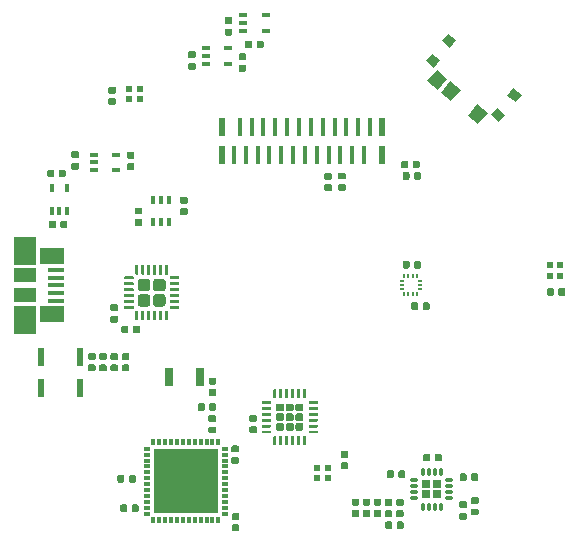
<source format=gbr>
G04 #@! TF.GenerationSoftware,KiCad,Pcbnew,5.1.5-52549c5~84~ubuntu18.04.1*
G04 #@! TF.CreationDate,2019-12-19T20:37:04-05:00*
G04 #@! TF.ProjectId,SwarmBot,53776172-6d42-46f7-942e-6b696361645f,rev?*
G04 #@! TF.SameCoordinates,Original*
G04 #@! TF.FileFunction,Paste,Top*
G04 #@! TF.FilePolarity,Positive*
%FSLAX46Y46*%
G04 Gerber Fmt 4.6, Leading zero omitted, Abs format (unit mm)*
G04 Created by KiCad (PCBNEW 5.1.5-52549c5~84~ubuntu18.04.1) date 2019-12-19 20:37:04*
%MOMM*%
%LPD*%
G04 APERTURE LIST*
%ADD10C,0.100000*%
%ADD11R,0.500000X0.500000*%
%ADD12R,0.609600X1.600200*%
%ADD13R,0.406400X1.600200*%
%ADD14R,0.400000X0.650000*%
%ADD15R,0.650000X0.400000*%
%ADD16R,0.325000X0.200000*%
%ADD17R,0.200000X0.325000*%
%ADD18R,5.500000X5.500000*%
%ADD19R,0.550000X0.350000*%
%ADD20R,0.350000X0.550000*%
%ADD21R,0.800000X1.600000*%
%ADD22R,0.730000X0.730000*%
%ADD23O,0.300000X0.750000*%
%ADD24O,0.750000X0.300000*%
%ADD25R,0.550000X1.500000*%
%ADD26R,1.900000X1.175000*%
%ADD27R,1.900000X2.375000*%
%ADD28R,2.100000X1.475000*%
%ADD29R,1.380000X0.450000*%
G04 APERTURE END LIST*
D10*
G36*
X14065458Y14366708D02*
G01*
X14868943Y15324264D01*
X15749894Y14585058D01*
X14946409Y13627502D01*
X14065458Y14366708D01*
G37*
G36*
X10618258Y17259253D02*
G01*
X11421743Y18216809D01*
X12302694Y17477603D01*
X11499209Y16520047D01*
X10618258Y17259253D01*
G37*
G36*
X11767325Y16295071D02*
G01*
X12570810Y17252627D01*
X13451761Y16513421D01*
X12648276Y15555865D01*
X11767325Y16295071D01*
G37*
G36*
X10483339Y19004224D02*
G01*
X10997569Y19617059D01*
X11687009Y19038550D01*
X11172779Y18425715D01*
X10483339Y19004224D01*
G37*
G36*
X15998859Y14376153D02*
G01*
X16513089Y14988988D01*
X17202529Y14410479D01*
X16688299Y13797644D01*
X15998859Y14376153D01*
G37*
G36*
X17412991Y16061450D02*
G01*
X17927221Y16674285D01*
X18616661Y16095776D01*
X18102431Y15482941D01*
X17412991Y16061450D01*
G37*
G36*
X11897471Y20689521D02*
G01*
X12411701Y21302356D01*
X13101141Y20723847D01*
X12586911Y20111012D01*
X11897471Y20689521D01*
G37*
D11*
X2230000Y-15440000D03*
X1330000Y-15440000D03*
X1330000Y-16340000D03*
X2230000Y-16340000D03*
X20990000Y790000D03*
X21890000Y790000D03*
X21890000Y1690000D03*
X20990000Y1690000D03*
X-14610000Y16640000D03*
X-14610000Y15740000D03*
X-13710000Y15740000D03*
X-13710000Y16640000D03*
D12*
X-6746000Y10994800D03*
X6766800Y10994800D03*
X-6746000Y13382400D03*
X6766800Y13382400D03*
D13*
X5776200Y13382400D03*
X5268200Y10994800D03*
X4760200Y13382400D03*
X4277600Y10994800D03*
X3769600Y13382400D03*
X3261600Y10994800D03*
X2779000Y13382400D03*
X2271000Y10994800D03*
X1763000Y13382400D03*
X1280400Y10994800D03*
X772400Y13382400D03*
X264400Y10994800D03*
X-218200Y13382400D03*
X-726200Y10994800D03*
X-1234200Y13382400D03*
X-1742200Y10994800D03*
X-2224800Y13382400D03*
X-2732800Y10994800D03*
X-3240800Y13382400D03*
X-3723400Y10994800D03*
X-4231400Y13382400D03*
X-4739400Y10994800D03*
X-5222000Y13382400D03*
X-5730000Y10994800D03*
D14*
X-11254980Y5326340D03*
X-12554980Y5326340D03*
X-11904980Y7226340D03*
X-11904980Y5326340D03*
X-12554980Y7226340D03*
X-11254980Y7226340D03*
D10*
G36*
X8995538Y9568810D02*
G01*
X9009856Y9566686D01*
X9023897Y9563169D01*
X9037526Y9558292D01*
X9050611Y9552103D01*
X9063027Y9544662D01*
X9074653Y9536039D01*
X9085378Y9526318D01*
X9095099Y9515593D01*
X9103722Y9503967D01*
X9111163Y9491551D01*
X9117352Y9478466D01*
X9122229Y9464837D01*
X9125746Y9450796D01*
X9127870Y9436478D01*
X9128580Y9422020D01*
X9128580Y9077020D01*
X9127870Y9062562D01*
X9125746Y9048244D01*
X9122229Y9034203D01*
X9117352Y9020574D01*
X9111163Y9007489D01*
X9103722Y8995073D01*
X9095099Y8983447D01*
X9085378Y8972722D01*
X9074653Y8963001D01*
X9063027Y8954378D01*
X9050611Y8946937D01*
X9037526Y8940748D01*
X9023897Y8935871D01*
X9009856Y8932354D01*
X8995538Y8930230D01*
X8981080Y8929520D01*
X8686080Y8929520D01*
X8671622Y8930230D01*
X8657304Y8932354D01*
X8643263Y8935871D01*
X8629634Y8940748D01*
X8616549Y8946937D01*
X8604133Y8954378D01*
X8592507Y8963001D01*
X8581782Y8972722D01*
X8572061Y8983447D01*
X8563438Y8995073D01*
X8555997Y9007489D01*
X8549808Y9020574D01*
X8544931Y9034203D01*
X8541414Y9048244D01*
X8539290Y9062562D01*
X8538580Y9077020D01*
X8538580Y9422020D01*
X8539290Y9436478D01*
X8541414Y9450796D01*
X8544931Y9464837D01*
X8549808Y9478466D01*
X8555997Y9491551D01*
X8563438Y9503967D01*
X8572061Y9515593D01*
X8581782Y9526318D01*
X8592507Y9536039D01*
X8604133Y9544662D01*
X8616549Y9552103D01*
X8629634Y9558292D01*
X8643263Y9563169D01*
X8657304Y9566686D01*
X8671622Y9568810D01*
X8686080Y9569520D01*
X8981080Y9569520D01*
X8995538Y9568810D01*
G37*
G36*
X9965538Y9568810D02*
G01*
X9979856Y9566686D01*
X9993897Y9563169D01*
X10007526Y9558292D01*
X10020611Y9552103D01*
X10033027Y9544662D01*
X10044653Y9536039D01*
X10055378Y9526318D01*
X10065099Y9515593D01*
X10073722Y9503967D01*
X10081163Y9491551D01*
X10087352Y9478466D01*
X10092229Y9464837D01*
X10095746Y9450796D01*
X10097870Y9436478D01*
X10098580Y9422020D01*
X10098580Y9077020D01*
X10097870Y9062562D01*
X10095746Y9048244D01*
X10092229Y9034203D01*
X10087352Y9020574D01*
X10081163Y9007489D01*
X10073722Y8995073D01*
X10065099Y8983447D01*
X10055378Y8972722D01*
X10044653Y8963001D01*
X10033027Y8954378D01*
X10020611Y8946937D01*
X10007526Y8940748D01*
X9993897Y8935871D01*
X9979856Y8932354D01*
X9965538Y8930230D01*
X9951080Y8929520D01*
X9656080Y8929520D01*
X9641622Y8930230D01*
X9627304Y8932354D01*
X9613263Y8935871D01*
X9599634Y8940748D01*
X9586549Y8946937D01*
X9574133Y8954378D01*
X9562507Y8963001D01*
X9551782Y8972722D01*
X9542061Y8983447D01*
X9533438Y8995073D01*
X9525997Y9007489D01*
X9519808Y9020574D01*
X9514931Y9034203D01*
X9511414Y9048244D01*
X9509290Y9062562D01*
X9508580Y9077020D01*
X9508580Y9422020D01*
X9509290Y9436478D01*
X9511414Y9450796D01*
X9514931Y9464837D01*
X9519808Y9478466D01*
X9525997Y9491551D01*
X9533438Y9503967D01*
X9542061Y9515593D01*
X9551782Y9526318D01*
X9562507Y9536039D01*
X9574133Y9544662D01*
X9586549Y9552103D01*
X9599634Y9558292D01*
X9613263Y9563169D01*
X9627304Y9566686D01*
X9641622Y9568810D01*
X9656080Y9569520D01*
X9951080Y9569520D01*
X9965538Y9568810D01*
G37*
G36*
X8881238Y10539090D02*
G01*
X8895556Y10536966D01*
X8909597Y10533449D01*
X8923226Y10528572D01*
X8936311Y10522383D01*
X8948727Y10514942D01*
X8960353Y10506319D01*
X8971078Y10496598D01*
X8980799Y10485873D01*
X8989422Y10474247D01*
X8996863Y10461831D01*
X9003052Y10448746D01*
X9007929Y10435117D01*
X9011446Y10421076D01*
X9013570Y10406758D01*
X9014280Y10392300D01*
X9014280Y10047300D01*
X9013570Y10032842D01*
X9011446Y10018524D01*
X9007929Y10004483D01*
X9003052Y9990854D01*
X8996863Y9977769D01*
X8989422Y9965353D01*
X8980799Y9953727D01*
X8971078Y9943002D01*
X8960353Y9933281D01*
X8948727Y9924658D01*
X8936311Y9917217D01*
X8923226Y9911028D01*
X8909597Y9906151D01*
X8895556Y9902634D01*
X8881238Y9900510D01*
X8866780Y9899800D01*
X8571780Y9899800D01*
X8557322Y9900510D01*
X8543004Y9902634D01*
X8528963Y9906151D01*
X8515334Y9911028D01*
X8502249Y9917217D01*
X8489833Y9924658D01*
X8478207Y9933281D01*
X8467482Y9943002D01*
X8457761Y9953727D01*
X8449138Y9965353D01*
X8441697Y9977769D01*
X8435508Y9990854D01*
X8430631Y10004483D01*
X8427114Y10018524D01*
X8424990Y10032842D01*
X8424280Y10047300D01*
X8424280Y10392300D01*
X8424990Y10406758D01*
X8427114Y10421076D01*
X8430631Y10435117D01*
X8435508Y10448746D01*
X8441697Y10461831D01*
X8449138Y10474247D01*
X8457761Y10485873D01*
X8467482Y10496598D01*
X8478207Y10506319D01*
X8489833Y10514942D01*
X8502249Y10522383D01*
X8515334Y10528572D01*
X8528963Y10533449D01*
X8543004Y10536966D01*
X8557322Y10539090D01*
X8571780Y10539800D01*
X8866780Y10539800D01*
X8881238Y10539090D01*
G37*
G36*
X9851238Y10539090D02*
G01*
X9865556Y10536966D01*
X9879597Y10533449D01*
X9893226Y10528572D01*
X9906311Y10522383D01*
X9918727Y10514942D01*
X9930353Y10506319D01*
X9941078Y10496598D01*
X9950799Y10485873D01*
X9959422Y10474247D01*
X9966863Y10461831D01*
X9973052Y10448746D01*
X9977929Y10435117D01*
X9981446Y10421076D01*
X9983570Y10406758D01*
X9984280Y10392300D01*
X9984280Y10047300D01*
X9983570Y10032842D01*
X9981446Y10018524D01*
X9977929Y10004483D01*
X9973052Y9990854D01*
X9966863Y9977769D01*
X9959422Y9965353D01*
X9950799Y9953727D01*
X9941078Y9943002D01*
X9930353Y9933281D01*
X9918727Y9924658D01*
X9906311Y9917217D01*
X9893226Y9911028D01*
X9879597Y9906151D01*
X9865556Y9902634D01*
X9851238Y9900510D01*
X9836780Y9899800D01*
X9541780Y9899800D01*
X9527322Y9900510D01*
X9513004Y9902634D01*
X9498963Y9906151D01*
X9485334Y9911028D01*
X9472249Y9917217D01*
X9459833Y9924658D01*
X9448207Y9933281D01*
X9437482Y9943002D01*
X9427761Y9953727D01*
X9419138Y9965353D01*
X9411697Y9977769D01*
X9405508Y9990854D01*
X9400631Y10004483D01*
X9397114Y10018524D01*
X9394990Y10032842D01*
X9394280Y10047300D01*
X9394280Y10392300D01*
X9394990Y10406758D01*
X9397114Y10421076D01*
X9400631Y10435117D01*
X9405508Y10448746D01*
X9411697Y10461831D01*
X9419138Y10474247D01*
X9427761Y10485873D01*
X9437482Y10496598D01*
X9448207Y10506319D01*
X9459833Y10514942D01*
X9472249Y10522383D01*
X9485334Y10528572D01*
X9498963Y10533449D01*
X9513004Y10536966D01*
X9527322Y10539090D01*
X9541780Y10539800D01*
X9836780Y10539800D01*
X9851238Y10539090D01*
G37*
D15*
X-6212800Y20055600D03*
X-6212800Y18755600D03*
X-8112800Y19405600D03*
X-8112800Y18755600D03*
X-8112800Y20055600D03*
X-3063200Y22849600D03*
X-3063200Y21549600D03*
X-4963200Y22199600D03*
X-4963200Y21549600D03*
X-4963200Y22849600D03*
D10*
G36*
X3793958Y-14032710D02*
G01*
X3808276Y-14034834D01*
X3822317Y-14038351D01*
X3835946Y-14043228D01*
X3849031Y-14049417D01*
X3861447Y-14056858D01*
X3873073Y-14065481D01*
X3883798Y-14075202D01*
X3893519Y-14085927D01*
X3902142Y-14097553D01*
X3909583Y-14109969D01*
X3915772Y-14123054D01*
X3920649Y-14136683D01*
X3924166Y-14150724D01*
X3926290Y-14165042D01*
X3927000Y-14179500D01*
X3927000Y-14474500D01*
X3926290Y-14488958D01*
X3924166Y-14503276D01*
X3920649Y-14517317D01*
X3915772Y-14530946D01*
X3909583Y-14544031D01*
X3902142Y-14556447D01*
X3893519Y-14568073D01*
X3883798Y-14578798D01*
X3873073Y-14588519D01*
X3861447Y-14597142D01*
X3849031Y-14604583D01*
X3835946Y-14610772D01*
X3822317Y-14615649D01*
X3808276Y-14619166D01*
X3793958Y-14621290D01*
X3779500Y-14622000D01*
X3434500Y-14622000D01*
X3420042Y-14621290D01*
X3405724Y-14619166D01*
X3391683Y-14615649D01*
X3378054Y-14610772D01*
X3364969Y-14604583D01*
X3352553Y-14597142D01*
X3340927Y-14588519D01*
X3330202Y-14578798D01*
X3320481Y-14568073D01*
X3311858Y-14556447D01*
X3304417Y-14544031D01*
X3298228Y-14530946D01*
X3293351Y-14517317D01*
X3289834Y-14503276D01*
X3287710Y-14488958D01*
X3287000Y-14474500D01*
X3287000Y-14179500D01*
X3287710Y-14165042D01*
X3289834Y-14150724D01*
X3293351Y-14136683D01*
X3298228Y-14123054D01*
X3304417Y-14109969D01*
X3311858Y-14097553D01*
X3320481Y-14085927D01*
X3330202Y-14075202D01*
X3340927Y-14065481D01*
X3352553Y-14056858D01*
X3364969Y-14049417D01*
X3378054Y-14043228D01*
X3391683Y-14038351D01*
X3405724Y-14034834D01*
X3420042Y-14032710D01*
X3434500Y-14032000D01*
X3779500Y-14032000D01*
X3793958Y-14032710D01*
G37*
G36*
X3793958Y-15002710D02*
G01*
X3808276Y-15004834D01*
X3822317Y-15008351D01*
X3835946Y-15013228D01*
X3849031Y-15019417D01*
X3861447Y-15026858D01*
X3873073Y-15035481D01*
X3883798Y-15045202D01*
X3893519Y-15055927D01*
X3902142Y-15067553D01*
X3909583Y-15079969D01*
X3915772Y-15093054D01*
X3920649Y-15106683D01*
X3924166Y-15120724D01*
X3926290Y-15135042D01*
X3927000Y-15149500D01*
X3927000Y-15444500D01*
X3926290Y-15458958D01*
X3924166Y-15473276D01*
X3920649Y-15487317D01*
X3915772Y-15500946D01*
X3909583Y-15514031D01*
X3902142Y-15526447D01*
X3893519Y-15538073D01*
X3883798Y-15548798D01*
X3873073Y-15558519D01*
X3861447Y-15567142D01*
X3849031Y-15574583D01*
X3835946Y-15580772D01*
X3822317Y-15585649D01*
X3808276Y-15589166D01*
X3793958Y-15591290D01*
X3779500Y-15592000D01*
X3434500Y-15592000D01*
X3420042Y-15591290D01*
X3405724Y-15589166D01*
X3391683Y-15585649D01*
X3378054Y-15580772D01*
X3364969Y-15574583D01*
X3352553Y-15567142D01*
X3340927Y-15558519D01*
X3330202Y-15548798D01*
X3320481Y-15538073D01*
X3311858Y-15526447D01*
X3304417Y-15514031D01*
X3298228Y-15500946D01*
X3293351Y-15487317D01*
X3289834Y-15473276D01*
X3287710Y-15458958D01*
X3287000Y-15444500D01*
X3287000Y-15149500D01*
X3287710Y-15135042D01*
X3289834Y-15120724D01*
X3293351Y-15106683D01*
X3298228Y-15093054D01*
X3304417Y-15079969D01*
X3311858Y-15067553D01*
X3320481Y-15055927D01*
X3330202Y-15045202D01*
X3340927Y-15035481D01*
X3352553Y-15026858D01*
X3364969Y-15019417D01*
X3378054Y-15013228D01*
X3391683Y-15008351D01*
X3405724Y-15004834D01*
X3420042Y-15002710D01*
X3434500Y-15002000D01*
X3779500Y-15002000D01*
X3793958Y-15002710D01*
G37*
G36*
X22183958Y-250710D02*
G01*
X22198276Y-252834D01*
X22212317Y-256351D01*
X22225946Y-261228D01*
X22239031Y-267417D01*
X22251447Y-274858D01*
X22263073Y-283481D01*
X22273798Y-293202D01*
X22283519Y-303927D01*
X22292142Y-315553D01*
X22299583Y-327969D01*
X22305772Y-341054D01*
X22310649Y-354683D01*
X22314166Y-368724D01*
X22316290Y-383042D01*
X22317000Y-397500D01*
X22317000Y-742500D01*
X22316290Y-756958D01*
X22314166Y-771276D01*
X22310649Y-785317D01*
X22305772Y-798946D01*
X22299583Y-812031D01*
X22292142Y-824447D01*
X22283519Y-836073D01*
X22273798Y-846798D01*
X22263073Y-856519D01*
X22251447Y-865142D01*
X22239031Y-872583D01*
X22225946Y-878772D01*
X22212317Y-883649D01*
X22198276Y-887166D01*
X22183958Y-889290D01*
X22169500Y-890000D01*
X21874500Y-890000D01*
X21860042Y-889290D01*
X21845724Y-887166D01*
X21831683Y-883649D01*
X21818054Y-878772D01*
X21804969Y-872583D01*
X21792553Y-865142D01*
X21780927Y-856519D01*
X21770202Y-846798D01*
X21760481Y-836073D01*
X21751858Y-824447D01*
X21744417Y-812031D01*
X21738228Y-798946D01*
X21733351Y-785317D01*
X21729834Y-771276D01*
X21727710Y-756958D01*
X21727000Y-742500D01*
X21727000Y-397500D01*
X21727710Y-383042D01*
X21729834Y-368724D01*
X21733351Y-354683D01*
X21738228Y-341054D01*
X21744417Y-327969D01*
X21751858Y-315553D01*
X21760481Y-303927D01*
X21770202Y-293202D01*
X21780927Y-283481D01*
X21792553Y-274858D01*
X21804969Y-267417D01*
X21818054Y-261228D01*
X21831683Y-256351D01*
X21845724Y-252834D01*
X21860042Y-250710D01*
X21874500Y-250000D01*
X22169500Y-250000D01*
X22183958Y-250710D01*
G37*
G36*
X21213958Y-250710D02*
G01*
X21228276Y-252834D01*
X21242317Y-256351D01*
X21255946Y-261228D01*
X21269031Y-267417D01*
X21281447Y-274858D01*
X21293073Y-283481D01*
X21303798Y-293202D01*
X21313519Y-303927D01*
X21322142Y-315553D01*
X21329583Y-327969D01*
X21335772Y-341054D01*
X21340649Y-354683D01*
X21344166Y-368724D01*
X21346290Y-383042D01*
X21347000Y-397500D01*
X21347000Y-742500D01*
X21346290Y-756958D01*
X21344166Y-771276D01*
X21340649Y-785317D01*
X21335772Y-798946D01*
X21329583Y-812031D01*
X21322142Y-824447D01*
X21313519Y-836073D01*
X21303798Y-846798D01*
X21293073Y-856519D01*
X21281447Y-865142D01*
X21269031Y-872583D01*
X21255946Y-878772D01*
X21242317Y-883649D01*
X21228276Y-887166D01*
X21213958Y-889290D01*
X21199500Y-890000D01*
X20904500Y-890000D01*
X20890042Y-889290D01*
X20875724Y-887166D01*
X20861683Y-883649D01*
X20848054Y-878772D01*
X20834969Y-872583D01*
X20822553Y-865142D01*
X20810927Y-856519D01*
X20800202Y-846798D01*
X20790481Y-836073D01*
X20781858Y-824447D01*
X20774417Y-812031D01*
X20768228Y-798946D01*
X20763351Y-785317D01*
X20759834Y-771276D01*
X20757710Y-756958D01*
X20757000Y-742500D01*
X20757000Y-397500D01*
X20757710Y-383042D01*
X20759834Y-368724D01*
X20763351Y-354683D01*
X20768228Y-341054D01*
X20774417Y-327969D01*
X20781858Y-315553D01*
X20790481Y-303927D01*
X20800202Y-293202D01*
X20810927Y-283481D01*
X20822553Y-274858D01*
X20834969Y-267417D01*
X20848054Y-261228D01*
X20861683Y-256351D01*
X20875724Y-252834D01*
X20890042Y-250710D01*
X20904500Y-250000D01*
X21199500Y-250000D01*
X21213958Y-250710D01*
G37*
G36*
X-15871042Y15838290D02*
G01*
X-15856724Y15836166D01*
X-15842683Y15832649D01*
X-15829054Y15827772D01*
X-15815969Y15821583D01*
X-15803553Y15814142D01*
X-15791927Y15805519D01*
X-15781202Y15795798D01*
X-15771481Y15785073D01*
X-15762858Y15773447D01*
X-15755417Y15761031D01*
X-15749228Y15747946D01*
X-15744351Y15734317D01*
X-15740834Y15720276D01*
X-15738710Y15705958D01*
X-15738000Y15691500D01*
X-15738000Y15396500D01*
X-15738710Y15382042D01*
X-15740834Y15367724D01*
X-15744351Y15353683D01*
X-15749228Y15340054D01*
X-15755417Y15326969D01*
X-15762858Y15314553D01*
X-15771481Y15302927D01*
X-15781202Y15292202D01*
X-15791927Y15282481D01*
X-15803553Y15273858D01*
X-15815969Y15266417D01*
X-15829054Y15260228D01*
X-15842683Y15255351D01*
X-15856724Y15251834D01*
X-15871042Y15249710D01*
X-15885500Y15249000D01*
X-16230500Y15249000D01*
X-16244958Y15249710D01*
X-16259276Y15251834D01*
X-16273317Y15255351D01*
X-16286946Y15260228D01*
X-16300031Y15266417D01*
X-16312447Y15273858D01*
X-16324073Y15282481D01*
X-16334798Y15292202D01*
X-16344519Y15302927D01*
X-16353142Y15314553D01*
X-16360583Y15326969D01*
X-16366772Y15340054D01*
X-16371649Y15353683D01*
X-16375166Y15367724D01*
X-16377290Y15382042D01*
X-16378000Y15396500D01*
X-16378000Y15691500D01*
X-16377290Y15705958D01*
X-16375166Y15720276D01*
X-16371649Y15734317D01*
X-16366772Y15747946D01*
X-16360583Y15761031D01*
X-16353142Y15773447D01*
X-16344519Y15785073D01*
X-16334798Y15795798D01*
X-16324073Y15805519D01*
X-16312447Y15814142D01*
X-16300031Y15821583D01*
X-16286946Y15827772D01*
X-16273317Y15832649D01*
X-16259276Y15836166D01*
X-16244958Y15838290D01*
X-16230500Y15839000D01*
X-15885500Y15839000D01*
X-15871042Y15838290D01*
G37*
G36*
X-15871042Y16808290D02*
G01*
X-15856724Y16806166D01*
X-15842683Y16802649D01*
X-15829054Y16797772D01*
X-15815969Y16791583D01*
X-15803553Y16784142D01*
X-15791927Y16775519D01*
X-15781202Y16765798D01*
X-15771481Y16755073D01*
X-15762858Y16743447D01*
X-15755417Y16731031D01*
X-15749228Y16717946D01*
X-15744351Y16704317D01*
X-15740834Y16690276D01*
X-15738710Y16675958D01*
X-15738000Y16661500D01*
X-15738000Y16366500D01*
X-15738710Y16352042D01*
X-15740834Y16337724D01*
X-15744351Y16323683D01*
X-15749228Y16310054D01*
X-15755417Y16296969D01*
X-15762858Y16284553D01*
X-15771481Y16272927D01*
X-15781202Y16262202D01*
X-15791927Y16252481D01*
X-15803553Y16243858D01*
X-15815969Y16236417D01*
X-15829054Y16230228D01*
X-15842683Y16225351D01*
X-15856724Y16221834D01*
X-15871042Y16219710D01*
X-15885500Y16219000D01*
X-16230500Y16219000D01*
X-16244958Y16219710D01*
X-16259276Y16221834D01*
X-16273317Y16225351D01*
X-16286946Y16230228D01*
X-16300031Y16236417D01*
X-16312447Y16243858D01*
X-16324073Y16252481D01*
X-16334798Y16262202D01*
X-16344519Y16272927D01*
X-16353142Y16284553D01*
X-16360583Y16296969D01*
X-16366772Y16310054D01*
X-16371649Y16323683D01*
X-16375166Y16337724D01*
X-16377290Y16352042D01*
X-16378000Y16366500D01*
X-16378000Y16661500D01*
X-16377290Y16675958D01*
X-16375166Y16690276D01*
X-16371649Y16704317D01*
X-16366772Y16717946D01*
X-16360583Y16731031D01*
X-16353142Y16743447D01*
X-16344519Y16755073D01*
X-16334798Y16765798D01*
X-16324073Y16775519D01*
X-16312447Y16784142D01*
X-16300031Y16791583D01*
X-16286946Y16797772D01*
X-16273317Y16802649D01*
X-16259276Y16806166D01*
X-16244958Y16808290D01*
X-16230500Y16809000D01*
X-15885500Y16809000D01*
X-15871042Y16808290D01*
G37*
G36*
X3590558Y9539890D02*
G01*
X3604876Y9537766D01*
X3618917Y9534249D01*
X3632546Y9529372D01*
X3645631Y9523183D01*
X3658047Y9515742D01*
X3669673Y9507119D01*
X3680398Y9497398D01*
X3690119Y9486673D01*
X3698742Y9475047D01*
X3706183Y9462631D01*
X3712372Y9449546D01*
X3717249Y9435917D01*
X3720766Y9421876D01*
X3722890Y9407558D01*
X3723600Y9393100D01*
X3723600Y9098100D01*
X3722890Y9083642D01*
X3720766Y9069324D01*
X3717249Y9055283D01*
X3712372Y9041654D01*
X3706183Y9028569D01*
X3698742Y9016153D01*
X3690119Y9004527D01*
X3680398Y8993802D01*
X3669673Y8984081D01*
X3658047Y8975458D01*
X3645631Y8968017D01*
X3632546Y8961828D01*
X3618917Y8956951D01*
X3604876Y8953434D01*
X3590558Y8951310D01*
X3576100Y8950600D01*
X3231100Y8950600D01*
X3216642Y8951310D01*
X3202324Y8953434D01*
X3188283Y8956951D01*
X3174654Y8961828D01*
X3161569Y8968017D01*
X3149153Y8975458D01*
X3137527Y8984081D01*
X3126802Y8993802D01*
X3117081Y9004527D01*
X3108458Y9016153D01*
X3101017Y9028569D01*
X3094828Y9041654D01*
X3089951Y9055283D01*
X3086434Y9069324D01*
X3084310Y9083642D01*
X3083600Y9098100D01*
X3083600Y9393100D01*
X3084310Y9407558D01*
X3086434Y9421876D01*
X3089951Y9435917D01*
X3094828Y9449546D01*
X3101017Y9462631D01*
X3108458Y9475047D01*
X3117081Y9486673D01*
X3126802Y9497398D01*
X3137527Y9507119D01*
X3149153Y9515742D01*
X3161569Y9523183D01*
X3174654Y9529372D01*
X3188283Y9534249D01*
X3202324Y9537766D01*
X3216642Y9539890D01*
X3231100Y9540600D01*
X3576100Y9540600D01*
X3590558Y9539890D01*
G37*
G36*
X3590558Y8569890D02*
G01*
X3604876Y8567766D01*
X3618917Y8564249D01*
X3632546Y8559372D01*
X3645631Y8553183D01*
X3658047Y8545742D01*
X3669673Y8537119D01*
X3680398Y8527398D01*
X3690119Y8516673D01*
X3698742Y8505047D01*
X3706183Y8492631D01*
X3712372Y8479546D01*
X3717249Y8465917D01*
X3720766Y8451876D01*
X3722890Y8437558D01*
X3723600Y8423100D01*
X3723600Y8128100D01*
X3722890Y8113642D01*
X3720766Y8099324D01*
X3717249Y8085283D01*
X3712372Y8071654D01*
X3706183Y8058569D01*
X3698742Y8046153D01*
X3690119Y8034527D01*
X3680398Y8023802D01*
X3669673Y8014081D01*
X3658047Y8005458D01*
X3645631Y7998017D01*
X3632546Y7991828D01*
X3618917Y7986951D01*
X3604876Y7983434D01*
X3590558Y7981310D01*
X3576100Y7980600D01*
X3231100Y7980600D01*
X3216642Y7981310D01*
X3202324Y7983434D01*
X3188283Y7986951D01*
X3174654Y7991828D01*
X3161569Y7998017D01*
X3149153Y8005458D01*
X3137527Y8014081D01*
X3126802Y8023802D01*
X3117081Y8034527D01*
X3108458Y8046153D01*
X3101017Y8058569D01*
X3094828Y8071654D01*
X3089951Y8085283D01*
X3086434Y8099324D01*
X3084310Y8113642D01*
X3083600Y8128100D01*
X3083600Y8423100D01*
X3084310Y8437558D01*
X3086434Y8451876D01*
X3089951Y8465917D01*
X3094828Y8479546D01*
X3101017Y8492631D01*
X3108458Y8505047D01*
X3117081Y8516673D01*
X3126802Y8527398D01*
X3137527Y8537119D01*
X3149153Y8545742D01*
X3161569Y8553183D01*
X3174654Y8559372D01*
X3188283Y8564249D01*
X3202324Y8567766D01*
X3216642Y8569890D01*
X3231100Y8570600D01*
X3576100Y8570600D01*
X3590558Y8569890D01*
G37*
G36*
X2422158Y9516890D02*
G01*
X2436476Y9514766D01*
X2450517Y9511249D01*
X2464146Y9506372D01*
X2477231Y9500183D01*
X2489647Y9492742D01*
X2501273Y9484119D01*
X2511998Y9474398D01*
X2521719Y9463673D01*
X2530342Y9452047D01*
X2537783Y9439631D01*
X2543972Y9426546D01*
X2548849Y9412917D01*
X2552366Y9398876D01*
X2554490Y9384558D01*
X2555200Y9370100D01*
X2555200Y9075100D01*
X2554490Y9060642D01*
X2552366Y9046324D01*
X2548849Y9032283D01*
X2543972Y9018654D01*
X2537783Y9005569D01*
X2530342Y8993153D01*
X2521719Y8981527D01*
X2511998Y8970802D01*
X2501273Y8961081D01*
X2489647Y8952458D01*
X2477231Y8945017D01*
X2464146Y8938828D01*
X2450517Y8933951D01*
X2436476Y8930434D01*
X2422158Y8928310D01*
X2407700Y8927600D01*
X2062700Y8927600D01*
X2048242Y8928310D01*
X2033924Y8930434D01*
X2019883Y8933951D01*
X2006254Y8938828D01*
X1993169Y8945017D01*
X1980753Y8952458D01*
X1969127Y8961081D01*
X1958402Y8970802D01*
X1948681Y8981527D01*
X1940058Y8993153D01*
X1932617Y9005569D01*
X1926428Y9018654D01*
X1921551Y9032283D01*
X1918034Y9046324D01*
X1915910Y9060642D01*
X1915200Y9075100D01*
X1915200Y9370100D01*
X1915910Y9384558D01*
X1918034Y9398876D01*
X1921551Y9412917D01*
X1926428Y9426546D01*
X1932617Y9439631D01*
X1940058Y9452047D01*
X1948681Y9463673D01*
X1958402Y9474398D01*
X1969127Y9484119D01*
X1980753Y9492742D01*
X1993169Y9500183D01*
X2006254Y9506372D01*
X2019883Y9511249D01*
X2033924Y9514766D01*
X2048242Y9516890D01*
X2062700Y9517600D01*
X2407700Y9517600D01*
X2422158Y9516890D01*
G37*
G36*
X2422158Y8546890D02*
G01*
X2436476Y8544766D01*
X2450517Y8541249D01*
X2464146Y8536372D01*
X2477231Y8530183D01*
X2489647Y8522742D01*
X2501273Y8514119D01*
X2511998Y8504398D01*
X2521719Y8493673D01*
X2530342Y8482047D01*
X2537783Y8469631D01*
X2543972Y8456546D01*
X2548849Y8442917D01*
X2552366Y8428876D01*
X2554490Y8414558D01*
X2555200Y8400100D01*
X2555200Y8105100D01*
X2554490Y8090642D01*
X2552366Y8076324D01*
X2548849Y8062283D01*
X2543972Y8048654D01*
X2537783Y8035569D01*
X2530342Y8023153D01*
X2521719Y8011527D01*
X2511998Y8000802D01*
X2501273Y7991081D01*
X2489647Y7982458D01*
X2477231Y7975017D01*
X2464146Y7968828D01*
X2450517Y7963951D01*
X2436476Y7960434D01*
X2422158Y7958310D01*
X2407700Y7957600D01*
X2062700Y7957600D01*
X2048242Y7958310D01*
X2033924Y7960434D01*
X2019883Y7963951D01*
X2006254Y7968828D01*
X1993169Y7975017D01*
X1980753Y7982458D01*
X1969127Y7991081D01*
X1958402Y8000802D01*
X1948681Y8011527D01*
X1940058Y8023153D01*
X1932617Y8035569D01*
X1926428Y8048654D01*
X1921551Y8062283D01*
X1918034Y8076324D01*
X1915910Y8090642D01*
X1915200Y8105100D01*
X1915200Y8400100D01*
X1915910Y8414558D01*
X1918034Y8428876D01*
X1921551Y8442917D01*
X1926428Y8456546D01*
X1932617Y8469631D01*
X1940058Y8482047D01*
X1948681Y8493673D01*
X1958402Y8504398D01*
X1969127Y8514119D01*
X1980753Y8522742D01*
X1993169Y8530183D01*
X2006254Y8536372D01*
X2019883Y8541249D01*
X2033924Y8544766D01*
X2048242Y8546890D01*
X2062700Y8547600D01*
X2407700Y8547600D01*
X2422158Y8546890D01*
G37*
G36*
X-2197374Y-8801301D02*
G01*
X-2191307Y-8802201D01*
X-2185357Y-8803691D01*
X-2179582Y-8805758D01*
X-2174038Y-8808380D01*
X-2168777Y-8811533D01*
X-2163850Y-8815187D01*
X-2159306Y-8819306D01*
X-2155187Y-8823850D01*
X-2151533Y-8828777D01*
X-2148380Y-8834038D01*
X-2145758Y-8839582D01*
X-2143691Y-8845357D01*
X-2142201Y-8851307D01*
X-2141301Y-8857374D01*
X-2141000Y-8863500D01*
X-2141000Y-9513500D01*
X-2141301Y-9519626D01*
X-2142201Y-9525693D01*
X-2143691Y-9531643D01*
X-2145758Y-9537418D01*
X-2148380Y-9542962D01*
X-2151533Y-9548223D01*
X-2155187Y-9553150D01*
X-2159306Y-9557694D01*
X-2163850Y-9561813D01*
X-2168777Y-9565467D01*
X-2174038Y-9568620D01*
X-2179582Y-9571242D01*
X-2185357Y-9573309D01*
X-2191307Y-9574799D01*
X-2197374Y-9575699D01*
X-2203500Y-9576000D01*
X-2328500Y-9576000D01*
X-2334626Y-9575699D01*
X-2340693Y-9574799D01*
X-2346643Y-9573309D01*
X-2352418Y-9571242D01*
X-2357962Y-9568620D01*
X-2363223Y-9565467D01*
X-2368150Y-9561813D01*
X-2372694Y-9557694D01*
X-2376813Y-9553150D01*
X-2380467Y-9548223D01*
X-2383620Y-9542962D01*
X-2386242Y-9537418D01*
X-2388309Y-9531643D01*
X-2389799Y-9525693D01*
X-2390699Y-9519626D01*
X-2391000Y-9513500D01*
X-2391000Y-8863500D01*
X-2390699Y-8857374D01*
X-2389799Y-8851307D01*
X-2388309Y-8845357D01*
X-2386242Y-8839582D01*
X-2383620Y-8834038D01*
X-2380467Y-8828777D01*
X-2376813Y-8823850D01*
X-2372694Y-8819306D01*
X-2368150Y-8815187D01*
X-2363223Y-8811533D01*
X-2357962Y-8808380D01*
X-2352418Y-8805758D01*
X-2346643Y-8803691D01*
X-2340693Y-8802201D01*
X-2334626Y-8801301D01*
X-2328500Y-8801000D01*
X-2203500Y-8801000D01*
X-2197374Y-8801301D01*
G37*
G36*
X-1697374Y-8801301D02*
G01*
X-1691307Y-8802201D01*
X-1685357Y-8803691D01*
X-1679582Y-8805758D01*
X-1674038Y-8808380D01*
X-1668777Y-8811533D01*
X-1663850Y-8815187D01*
X-1659306Y-8819306D01*
X-1655187Y-8823850D01*
X-1651533Y-8828777D01*
X-1648380Y-8834038D01*
X-1645758Y-8839582D01*
X-1643691Y-8845357D01*
X-1642201Y-8851307D01*
X-1641301Y-8857374D01*
X-1641000Y-8863500D01*
X-1641000Y-9513500D01*
X-1641301Y-9519626D01*
X-1642201Y-9525693D01*
X-1643691Y-9531643D01*
X-1645758Y-9537418D01*
X-1648380Y-9542962D01*
X-1651533Y-9548223D01*
X-1655187Y-9553150D01*
X-1659306Y-9557694D01*
X-1663850Y-9561813D01*
X-1668777Y-9565467D01*
X-1674038Y-9568620D01*
X-1679582Y-9571242D01*
X-1685357Y-9573309D01*
X-1691307Y-9574799D01*
X-1697374Y-9575699D01*
X-1703500Y-9576000D01*
X-1828500Y-9576000D01*
X-1834626Y-9575699D01*
X-1840693Y-9574799D01*
X-1846643Y-9573309D01*
X-1852418Y-9571242D01*
X-1857962Y-9568620D01*
X-1863223Y-9565467D01*
X-1868150Y-9561813D01*
X-1872694Y-9557694D01*
X-1876813Y-9553150D01*
X-1880467Y-9548223D01*
X-1883620Y-9542962D01*
X-1886242Y-9537418D01*
X-1888309Y-9531643D01*
X-1889799Y-9525693D01*
X-1890699Y-9519626D01*
X-1891000Y-9513500D01*
X-1891000Y-8863500D01*
X-1890699Y-8857374D01*
X-1889799Y-8851307D01*
X-1888309Y-8845357D01*
X-1886242Y-8839582D01*
X-1883620Y-8834038D01*
X-1880467Y-8828777D01*
X-1876813Y-8823850D01*
X-1872694Y-8819306D01*
X-1868150Y-8815187D01*
X-1863223Y-8811533D01*
X-1857962Y-8808380D01*
X-1852418Y-8805758D01*
X-1846643Y-8803691D01*
X-1840693Y-8802201D01*
X-1834626Y-8801301D01*
X-1828500Y-8801000D01*
X-1703500Y-8801000D01*
X-1697374Y-8801301D01*
G37*
G36*
X-1197374Y-8801301D02*
G01*
X-1191307Y-8802201D01*
X-1185357Y-8803691D01*
X-1179582Y-8805758D01*
X-1174038Y-8808380D01*
X-1168777Y-8811533D01*
X-1163850Y-8815187D01*
X-1159306Y-8819306D01*
X-1155187Y-8823850D01*
X-1151533Y-8828777D01*
X-1148380Y-8834038D01*
X-1145758Y-8839582D01*
X-1143691Y-8845357D01*
X-1142201Y-8851307D01*
X-1141301Y-8857374D01*
X-1141000Y-8863500D01*
X-1141000Y-9513500D01*
X-1141301Y-9519626D01*
X-1142201Y-9525693D01*
X-1143691Y-9531643D01*
X-1145758Y-9537418D01*
X-1148380Y-9542962D01*
X-1151533Y-9548223D01*
X-1155187Y-9553150D01*
X-1159306Y-9557694D01*
X-1163850Y-9561813D01*
X-1168777Y-9565467D01*
X-1174038Y-9568620D01*
X-1179582Y-9571242D01*
X-1185357Y-9573309D01*
X-1191307Y-9574799D01*
X-1197374Y-9575699D01*
X-1203500Y-9576000D01*
X-1328500Y-9576000D01*
X-1334626Y-9575699D01*
X-1340693Y-9574799D01*
X-1346643Y-9573309D01*
X-1352418Y-9571242D01*
X-1357962Y-9568620D01*
X-1363223Y-9565467D01*
X-1368150Y-9561813D01*
X-1372694Y-9557694D01*
X-1376813Y-9553150D01*
X-1380467Y-9548223D01*
X-1383620Y-9542962D01*
X-1386242Y-9537418D01*
X-1388309Y-9531643D01*
X-1389799Y-9525693D01*
X-1390699Y-9519626D01*
X-1391000Y-9513500D01*
X-1391000Y-8863500D01*
X-1390699Y-8857374D01*
X-1389799Y-8851307D01*
X-1388309Y-8845357D01*
X-1386242Y-8839582D01*
X-1383620Y-8834038D01*
X-1380467Y-8828777D01*
X-1376813Y-8823850D01*
X-1372694Y-8819306D01*
X-1368150Y-8815187D01*
X-1363223Y-8811533D01*
X-1357962Y-8808380D01*
X-1352418Y-8805758D01*
X-1346643Y-8803691D01*
X-1340693Y-8802201D01*
X-1334626Y-8801301D01*
X-1328500Y-8801000D01*
X-1203500Y-8801000D01*
X-1197374Y-8801301D01*
G37*
G36*
X-697374Y-8801301D02*
G01*
X-691307Y-8802201D01*
X-685357Y-8803691D01*
X-679582Y-8805758D01*
X-674038Y-8808380D01*
X-668777Y-8811533D01*
X-663850Y-8815187D01*
X-659306Y-8819306D01*
X-655187Y-8823850D01*
X-651533Y-8828777D01*
X-648380Y-8834038D01*
X-645758Y-8839582D01*
X-643691Y-8845357D01*
X-642201Y-8851307D01*
X-641301Y-8857374D01*
X-641000Y-8863500D01*
X-641000Y-9513500D01*
X-641301Y-9519626D01*
X-642201Y-9525693D01*
X-643691Y-9531643D01*
X-645758Y-9537418D01*
X-648380Y-9542962D01*
X-651533Y-9548223D01*
X-655187Y-9553150D01*
X-659306Y-9557694D01*
X-663850Y-9561813D01*
X-668777Y-9565467D01*
X-674038Y-9568620D01*
X-679582Y-9571242D01*
X-685357Y-9573309D01*
X-691307Y-9574799D01*
X-697374Y-9575699D01*
X-703500Y-9576000D01*
X-828500Y-9576000D01*
X-834626Y-9575699D01*
X-840693Y-9574799D01*
X-846643Y-9573309D01*
X-852418Y-9571242D01*
X-857962Y-9568620D01*
X-863223Y-9565467D01*
X-868150Y-9561813D01*
X-872694Y-9557694D01*
X-876813Y-9553150D01*
X-880467Y-9548223D01*
X-883620Y-9542962D01*
X-886242Y-9537418D01*
X-888309Y-9531643D01*
X-889799Y-9525693D01*
X-890699Y-9519626D01*
X-891000Y-9513500D01*
X-891000Y-8863500D01*
X-890699Y-8857374D01*
X-889799Y-8851307D01*
X-888309Y-8845357D01*
X-886242Y-8839582D01*
X-883620Y-8834038D01*
X-880467Y-8828777D01*
X-876813Y-8823850D01*
X-872694Y-8819306D01*
X-868150Y-8815187D01*
X-863223Y-8811533D01*
X-857962Y-8808380D01*
X-852418Y-8805758D01*
X-846643Y-8803691D01*
X-840693Y-8802201D01*
X-834626Y-8801301D01*
X-828500Y-8801000D01*
X-703500Y-8801000D01*
X-697374Y-8801301D01*
G37*
G36*
X-197374Y-8801301D02*
G01*
X-191307Y-8802201D01*
X-185357Y-8803691D01*
X-179582Y-8805758D01*
X-174038Y-8808380D01*
X-168777Y-8811533D01*
X-163850Y-8815187D01*
X-159306Y-8819306D01*
X-155187Y-8823850D01*
X-151533Y-8828777D01*
X-148380Y-8834038D01*
X-145758Y-8839582D01*
X-143691Y-8845357D01*
X-142201Y-8851307D01*
X-141301Y-8857374D01*
X-141000Y-8863500D01*
X-141000Y-9513500D01*
X-141301Y-9519626D01*
X-142201Y-9525693D01*
X-143691Y-9531643D01*
X-145758Y-9537418D01*
X-148380Y-9542962D01*
X-151533Y-9548223D01*
X-155187Y-9553150D01*
X-159306Y-9557694D01*
X-163850Y-9561813D01*
X-168777Y-9565467D01*
X-174038Y-9568620D01*
X-179582Y-9571242D01*
X-185357Y-9573309D01*
X-191307Y-9574799D01*
X-197374Y-9575699D01*
X-203500Y-9576000D01*
X-328500Y-9576000D01*
X-334626Y-9575699D01*
X-340693Y-9574799D01*
X-346643Y-9573309D01*
X-352418Y-9571242D01*
X-357962Y-9568620D01*
X-363223Y-9565467D01*
X-368150Y-9561813D01*
X-372694Y-9557694D01*
X-376813Y-9553150D01*
X-380467Y-9548223D01*
X-383620Y-9542962D01*
X-386242Y-9537418D01*
X-388309Y-9531643D01*
X-389799Y-9525693D01*
X-390699Y-9519626D01*
X-391000Y-9513500D01*
X-391000Y-8863500D01*
X-390699Y-8857374D01*
X-389799Y-8851307D01*
X-388309Y-8845357D01*
X-386242Y-8839582D01*
X-383620Y-8834038D01*
X-380467Y-8828777D01*
X-376813Y-8823850D01*
X-372694Y-8819306D01*
X-368150Y-8815187D01*
X-363223Y-8811533D01*
X-357962Y-8808380D01*
X-352418Y-8805758D01*
X-346643Y-8803691D01*
X-340693Y-8802201D01*
X-334626Y-8801301D01*
X-328500Y-8801000D01*
X-203500Y-8801000D01*
X-197374Y-8801301D01*
G37*
G36*
X302626Y-8801301D02*
G01*
X308693Y-8802201D01*
X314643Y-8803691D01*
X320418Y-8805758D01*
X325962Y-8808380D01*
X331223Y-8811533D01*
X336150Y-8815187D01*
X340694Y-8819306D01*
X344813Y-8823850D01*
X348467Y-8828777D01*
X351620Y-8834038D01*
X354242Y-8839582D01*
X356309Y-8845357D01*
X357799Y-8851307D01*
X358699Y-8857374D01*
X359000Y-8863500D01*
X359000Y-9513500D01*
X358699Y-9519626D01*
X357799Y-9525693D01*
X356309Y-9531643D01*
X354242Y-9537418D01*
X351620Y-9542962D01*
X348467Y-9548223D01*
X344813Y-9553150D01*
X340694Y-9557694D01*
X336150Y-9561813D01*
X331223Y-9565467D01*
X325962Y-9568620D01*
X320418Y-9571242D01*
X314643Y-9573309D01*
X308693Y-9574799D01*
X302626Y-9575699D01*
X296500Y-9576000D01*
X171500Y-9576000D01*
X165374Y-9575699D01*
X159307Y-9574799D01*
X153357Y-9573309D01*
X147582Y-9571242D01*
X142038Y-9568620D01*
X136777Y-9565467D01*
X131850Y-9561813D01*
X127306Y-9557694D01*
X123187Y-9553150D01*
X119533Y-9548223D01*
X116380Y-9542962D01*
X113758Y-9537418D01*
X111691Y-9531643D01*
X110201Y-9525693D01*
X109301Y-9519626D01*
X109000Y-9513500D01*
X109000Y-8863500D01*
X109301Y-8857374D01*
X110201Y-8851307D01*
X111691Y-8845357D01*
X113758Y-8839582D01*
X116380Y-8834038D01*
X119533Y-8828777D01*
X123187Y-8823850D01*
X127306Y-8819306D01*
X131850Y-8815187D01*
X136777Y-8811533D01*
X142038Y-8808380D01*
X147582Y-8805758D01*
X153357Y-8803691D01*
X159307Y-8802201D01*
X165374Y-8801301D01*
X171500Y-8801000D01*
X296500Y-8801000D01*
X302626Y-8801301D01*
G37*
G36*
X1302626Y-9801301D02*
G01*
X1308693Y-9802201D01*
X1314643Y-9803691D01*
X1320418Y-9805758D01*
X1325962Y-9808380D01*
X1331223Y-9811533D01*
X1336150Y-9815187D01*
X1340694Y-9819306D01*
X1344813Y-9823850D01*
X1348467Y-9828777D01*
X1351620Y-9834038D01*
X1354242Y-9839582D01*
X1356309Y-9845357D01*
X1357799Y-9851307D01*
X1358699Y-9857374D01*
X1359000Y-9863500D01*
X1359000Y-9988500D01*
X1358699Y-9994626D01*
X1357799Y-10000693D01*
X1356309Y-10006643D01*
X1354242Y-10012418D01*
X1351620Y-10017962D01*
X1348467Y-10023223D01*
X1344813Y-10028150D01*
X1340694Y-10032694D01*
X1336150Y-10036813D01*
X1331223Y-10040467D01*
X1325962Y-10043620D01*
X1320418Y-10046242D01*
X1314643Y-10048309D01*
X1308693Y-10049799D01*
X1302626Y-10050699D01*
X1296500Y-10051000D01*
X646500Y-10051000D01*
X640374Y-10050699D01*
X634307Y-10049799D01*
X628357Y-10048309D01*
X622582Y-10046242D01*
X617038Y-10043620D01*
X611777Y-10040467D01*
X606850Y-10036813D01*
X602306Y-10032694D01*
X598187Y-10028150D01*
X594533Y-10023223D01*
X591380Y-10017962D01*
X588758Y-10012418D01*
X586691Y-10006643D01*
X585201Y-10000693D01*
X584301Y-9994626D01*
X584000Y-9988500D01*
X584000Y-9863500D01*
X584301Y-9857374D01*
X585201Y-9851307D01*
X586691Y-9845357D01*
X588758Y-9839582D01*
X591380Y-9834038D01*
X594533Y-9828777D01*
X598187Y-9823850D01*
X602306Y-9819306D01*
X606850Y-9815187D01*
X611777Y-9811533D01*
X617038Y-9808380D01*
X622582Y-9805758D01*
X628357Y-9803691D01*
X634307Y-9802201D01*
X640374Y-9801301D01*
X646500Y-9801000D01*
X1296500Y-9801000D01*
X1302626Y-9801301D01*
G37*
G36*
X1302626Y-10301301D02*
G01*
X1308693Y-10302201D01*
X1314643Y-10303691D01*
X1320418Y-10305758D01*
X1325962Y-10308380D01*
X1331223Y-10311533D01*
X1336150Y-10315187D01*
X1340694Y-10319306D01*
X1344813Y-10323850D01*
X1348467Y-10328777D01*
X1351620Y-10334038D01*
X1354242Y-10339582D01*
X1356309Y-10345357D01*
X1357799Y-10351307D01*
X1358699Y-10357374D01*
X1359000Y-10363500D01*
X1359000Y-10488500D01*
X1358699Y-10494626D01*
X1357799Y-10500693D01*
X1356309Y-10506643D01*
X1354242Y-10512418D01*
X1351620Y-10517962D01*
X1348467Y-10523223D01*
X1344813Y-10528150D01*
X1340694Y-10532694D01*
X1336150Y-10536813D01*
X1331223Y-10540467D01*
X1325962Y-10543620D01*
X1320418Y-10546242D01*
X1314643Y-10548309D01*
X1308693Y-10549799D01*
X1302626Y-10550699D01*
X1296500Y-10551000D01*
X646500Y-10551000D01*
X640374Y-10550699D01*
X634307Y-10549799D01*
X628357Y-10548309D01*
X622582Y-10546242D01*
X617038Y-10543620D01*
X611777Y-10540467D01*
X606850Y-10536813D01*
X602306Y-10532694D01*
X598187Y-10528150D01*
X594533Y-10523223D01*
X591380Y-10517962D01*
X588758Y-10512418D01*
X586691Y-10506643D01*
X585201Y-10500693D01*
X584301Y-10494626D01*
X584000Y-10488500D01*
X584000Y-10363500D01*
X584301Y-10357374D01*
X585201Y-10351307D01*
X586691Y-10345357D01*
X588758Y-10339582D01*
X591380Y-10334038D01*
X594533Y-10328777D01*
X598187Y-10323850D01*
X602306Y-10319306D01*
X606850Y-10315187D01*
X611777Y-10311533D01*
X617038Y-10308380D01*
X622582Y-10305758D01*
X628357Y-10303691D01*
X634307Y-10302201D01*
X640374Y-10301301D01*
X646500Y-10301000D01*
X1296500Y-10301000D01*
X1302626Y-10301301D01*
G37*
G36*
X1302626Y-10801301D02*
G01*
X1308693Y-10802201D01*
X1314643Y-10803691D01*
X1320418Y-10805758D01*
X1325962Y-10808380D01*
X1331223Y-10811533D01*
X1336150Y-10815187D01*
X1340694Y-10819306D01*
X1344813Y-10823850D01*
X1348467Y-10828777D01*
X1351620Y-10834038D01*
X1354242Y-10839582D01*
X1356309Y-10845357D01*
X1357799Y-10851307D01*
X1358699Y-10857374D01*
X1359000Y-10863500D01*
X1359000Y-10988500D01*
X1358699Y-10994626D01*
X1357799Y-11000693D01*
X1356309Y-11006643D01*
X1354242Y-11012418D01*
X1351620Y-11017962D01*
X1348467Y-11023223D01*
X1344813Y-11028150D01*
X1340694Y-11032694D01*
X1336150Y-11036813D01*
X1331223Y-11040467D01*
X1325962Y-11043620D01*
X1320418Y-11046242D01*
X1314643Y-11048309D01*
X1308693Y-11049799D01*
X1302626Y-11050699D01*
X1296500Y-11051000D01*
X646500Y-11051000D01*
X640374Y-11050699D01*
X634307Y-11049799D01*
X628357Y-11048309D01*
X622582Y-11046242D01*
X617038Y-11043620D01*
X611777Y-11040467D01*
X606850Y-11036813D01*
X602306Y-11032694D01*
X598187Y-11028150D01*
X594533Y-11023223D01*
X591380Y-11017962D01*
X588758Y-11012418D01*
X586691Y-11006643D01*
X585201Y-11000693D01*
X584301Y-10994626D01*
X584000Y-10988500D01*
X584000Y-10863500D01*
X584301Y-10857374D01*
X585201Y-10851307D01*
X586691Y-10845357D01*
X588758Y-10839582D01*
X591380Y-10834038D01*
X594533Y-10828777D01*
X598187Y-10823850D01*
X602306Y-10819306D01*
X606850Y-10815187D01*
X611777Y-10811533D01*
X617038Y-10808380D01*
X622582Y-10805758D01*
X628357Y-10803691D01*
X634307Y-10802201D01*
X640374Y-10801301D01*
X646500Y-10801000D01*
X1296500Y-10801000D01*
X1302626Y-10801301D01*
G37*
G36*
X1302626Y-11301301D02*
G01*
X1308693Y-11302201D01*
X1314643Y-11303691D01*
X1320418Y-11305758D01*
X1325962Y-11308380D01*
X1331223Y-11311533D01*
X1336150Y-11315187D01*
X1340694Y-11319306D01*
X1344813Y-11323850D01*
X1348467Y-11328777D01*
X1351620Y-11334038D01*
X1354242Y-11339582D01*
X1356309Y-11345357D01*
X1357799Y-11351307D01*
X1358699Y-11357374D01*
X1359000Y-11363500D01*
X1359000Y-11488500D01*
X1358699Y-11494626D01*
X1357799Y-11500693D01*
X1356309Y-11506643D01*
X1354242Y-11512418D01*
X1351620Y-11517962D01*
X1348467Y-11523223D01*
X1344813Y-11528150D01*
X1340694Y-11532694D01*
X1336150Y-11536813D01*
X1331223Y-11540467D01*
X1325962Y-11543620D01*
X1320418Y-11546242D01*
X1314643Y-11548309D01*
X1308693Y-11549799D01*
X1302626Y-11550699D01*
X1296500Y-11551000D01*
X646500Y-11551000D01*
X640374Y-11550699D01*
X634307Y-11549799D01*
X628357Y-11548309D01*
X622582Y-11546242D01*
X617038Y-11543620D01*
X611777Y-11540467D01*
X606850Y-11536813D01*
X602306Y-11532694D01*
X598187Y-11528150D01*
X594533Y-11523223D01*
X591380Y-11517962D01*
X588758Y-11512418D01*
X586691Y-11506643D01*
X585201Y-11500693D01*
X584301Y-11494626D01*
X584000Y-11488500D01*
X584000Y-11363500D01*
X584301Y-11357374D01*
X585201Y-11351307D01*
X586691Y-11345357D01*
X588758Y-11339582D01*
X591380Y-11334038D01*
X594533Y-11328777D01*
X598187Y-11323850D01*
X602306Y-11319306D01*
X606850Y-11315187D01*
X611777Y-11311533D01*
X617038Y-11308380D01*
X622582Y-11305758D01*
X628357Y-11303691D01*
X634307Y-11302201D01*
X640374Y-11301301D01*
X646500Y-11301000D01*
X1296500Y-11301000D01*
X1302626Y-11301301D01*
G37*
G36*
X1302626Y-11801301D02*
G01*
X1308693Y-11802201D01*
X1314643Y-11803691D01*
X1320418Y-11805758D01*
X1325962Y-11808380D01*
X1331223Y-11811533D01*
X1336150Y-11815187D01*
X1340694Y-11819306D01*
X1344813Y-11823850D01*
X1348467Y-11828777D01*
X1351620Y-11834038D01*
X1354242Y-11839582D01*
X1356309Y-11845357D01*
X1357799Y-11851307D01*
X1358699Y-11857374D01*
X1359000Y-11863500D01*
X1359000Y-11988500D01*
X1358699Y-11994626D01*
X1357799Y-12000693D01*
X1356309Y-12006643D01*
X1354242Y-12012418D01*
X1351620Y-12017962D01*
X1348467Y-12023223D01*
X1344813Y-12028150D01*
X1340694Y-12032694D01*
X1336150Y-12036813D01*
X1331223Y-12040467D01*
X1325962Y-12043620D01*
X1320418Y-12046242D01*
X1314643Y-12048309D01*
X1308693Y-12049799D01*
X1302626Y-12050699D01*
X1296500Y-12051000D01*
X646500Y-12051000D01*
X640374Y-12050699D01*
X634307Y-12049799D01*
X628357Y-12048309D01*
X622582Y-12046242D01*
X617038Y-12043620D01*
X611777Y-12040467D01*
X606850Y-12036813D01*
X602306Y-12032694D01*
X598187Y-12028150D01*
X594533Y-12023223D01*
X591380Y-12017962D01*
X588758Y-12012418D01*
X586691Y-12006643D01*
X585201Y-12000693D01*
X584301Y-11994626D01*
X584000Y-11988500D01*
X584000Y-11863500D01*
X584301Y-11857374D01*
X585201Y-11851307D01*
X586691Y-11845357D01*
X588758Y-11839582D01*
X591380Y-11834038D01*
X594533Y-11828777D01*
X598187Y-11823850D01*
X602306Y-11819306D01*
X606850Y-11815187D01*
X611777Y-11811533D01*
X617038Y-11808380D01*
X622582Y-11805758D01*
X628357Y-11803691D01*
X634307Y-11802201D01*
X640374Y-11801301D01*
X646500Y-11801000D01*
X1296500Y-11801000D01*
X1302626Y-11801301D01*
G37*
G36*
X1302626Y-12301301D02*
G01*
X1308693Y-12302201D01*
X1314643Y-12303691D01*
X1320418Y-12305758D01*
X1325962Y-12308380D01*
X1331223Y-12311533D01*
X1336150Y-12315187D01*
X1340694Y-12319306D01*
X1344813Y-12323850D01*
X1348467Y-12328777D01*
X1351620Y-12334038D01*
X1354242Y-12339582D01*
X1356309Y-12345357D01*
X1357799Y-12351307D01*
X1358699Y-12357374D01*
X1359000Y-12363500D01*
X1359000Y-12488500D01*
X1358699Y-12494626D01*
X1357799Y-12500693D01*
X1356309Y-12506643D01*
X1354242Y-12512418D01*
X1351620Y-12517962D01*
X1348467Y-12523223D01*
X1344813Y-12528150D01*
X1340694Y-12532694D01*
X1336150Y-12536813D01*
X1331223Y-12540467D01*
X1325962Y-12543620D01*
X1320418Y-12546242D01*
X1314643Y-12548309D01*
X1308693Y-12549799D01*
X1302626Y-12550699D01*
X1296500Y-12551000D01*
X646500Y-12551000D01*
X640374Y-12550699D01*
X634307Y-12549799D01*
X628357Y-12548309D01*
X622582Y-12546242D01*
X617038Y-12543620D01*
X611777Y-12540467D01*
X606850Y-12536813D01*
X602306Y-12532694D01*
X598187Y-12528150D01*
X594533Y-12523223D01*
X591380Y-12517962D01*
X588758Y-12512418D01*
X586691Y-12506643D01*
X585201Y-12500693D01*
X584301Y-12494626D01*
X584000Y-12488500D01*
X584000Y-12363500D01*
X584301Y-12357374D01*
X585201Y-12351307D01*
X586691Y-12345357D01*
X588758Y-12339582D01*
X591380Y-12334038D01*
X594533Y-12328777D01*
X598187Y-12323850D01*
X602306Y-12319306D01*
X606850Y-12315187D01*
X611777Y-12311533D01*
X617038Y-12308380D01*
X622582Y-12305758D01*
X628357Y-12303691D01*
X634307Y-12302201D01*
X640374Y-12301301D01*
X646500Y-12301000D01*
X1296500Y-12301000D01*
X1302626Y-12301301D01*
G37*
G36*
X302626Y-12776301D02*
G01*
X308693Y-12777201D01*
X314643Y-12778691D01*
X320418Y-12780758D01*
X325962Y-12783380D01*
X331223Y-12786533D01*
X336150Y-12790187D01*
X340694Y-12794306D01*
X344813Y-12798850D01*
X348467Y-12803777D01*
X351620Y-12809038D01*
X354242Y-12814582D01*
X356309Y-12820357D01*
X357799Y-12826307D01*
X358699Y-12832374D01*
X359000Y-12838500D01*
X359000Y-13488500D01*
X358699Y-13494626D01*
X357799Y-13500693D01*
X356309Y-13506643D01*
X354242Y-13512418D01*
X351620Y-13517962D01*
X348467Y-13523223D01*
X344813Y-13528150D01*
X340694Y-13532694D01*
X336150Y-13536813D01*
X331223Y-13540467D01*
X325962Y-13543620D01*
X320418Y-13546242D01*
X314643Y-13548309D01*
X308693Y-13549799D01*
X302626Y-13550699D01*
X296500Y-13551000D01*
X171500Y-13551000D01*
X165374Y-13550699D01*
X159307Y-13549799D01*
X153357Y-13548309D01*
X147582Y-13546242D01*
X142038Y-13543620D01*
X136777Y-13540467D01*
X131850Y-13536813D01*
X127306Y-13532694D01*
X123187Y-13528150D01*
X119533Y-13523223D01*
X116380Y-13517962D01*
X113758Y-13512418D01*
X111691Y-13506643D01*
X110201Y-13500693D01*
X109301Y-13494626D01*
X109000Y-13488500D01*
X109000Y-12838500D01*
X109301Y-12832374D01*
X110201Y-12826307D01*
X111691Y-12820357D01*
X113758Y-12814582D01*
X116380Y-12809038D01*
X119533Y-12803777D01*
X123187Y-12798850D01*
X127306Y-12794306D01*
X131850Y-12790187D01*
X136777Y-12786533D01*
X142038Y-12783380D01*
X147582Y-12780758D01*
X153357Y-12778691D01*
X159307Y-12777201D01*
X165374Y-12776301D01*
X171500Y-12776000D01*
X296500Y-12776000D01*
X302626Y-12776301D01*
G37*
G36*
X-197374Y-12776301D02*
G01*
X-191307Y-12777201D01*
X-185357Y-12778691D01*
X-179582Y-12780758D01*
X-174038Y-12783380D01*
X-168777Y-12786533D01*
X-163850Y-12790187D01*
X-159306Y-12794306D01*
X-155187Y-12798850D01*
X-151533Y-12803777D01*
X-148380Y-12809038D01*
X-145758Y-12814582D01*
X-143691Y-12820357D01*
X-142201Y-12826307D01*
X-141301Y-12832374D01*
X-141000Y-12838500D01*
X-141000Y-13488500D01*
X-141301Y-13494626D01*
X-142201Y-13500693D01*
X-143691Y-13506643D01*
X-145758Y-13512418D01*
X-148380Y-13517962D01*
X-151533Y-13523223D01*
X-155187Y-13528150D01*
X-159306Y-13532694D01*
X-163850Y-13536813D01*
X-168777Y-13540467D01*
X-174038Y-13543620D01*
X-179582Y-13546242D01*
X-185357Y-13548309D01*
X-191307Y-13549799D01*
X-197374Y-13550699D01*
X-203500Y-13551000D01*
X-328500Y-13551000D01*
X-334626Y-13550699D01*
X-340693Y-13549799D01*
X-346643Y-13548309D01*
X-352418Y-13546242D01*
X-357962Y-13543620D01*
X-363223Y-13540467D01*
X-368150Y-13536813D01*
X-372694Y-13532694D01*
X-376813Y-13528150D01*
X-380467Y-13523223D01*
X-383620Y-13517962D01*
X-386242Y-13512418D01*
X-388309Y-13506643D01*
X-389799Y-13500693D01*
X-390699Y-13494626D01*
X-391000Y-13488500D01*
X-391000Y-12838500D01*
X-390699Y-12832374D01*
X-389799Y-12826307D01*
X-388309Y-12820357D01*
X-386242Y-12814582D01*
X-383620Y-12809038D01*
X-380467Y-12803777D01*
X-376813Y-12798850D01*
X-372694Y-12794306D01*
X-368150Y-12790187D01*
X-363223Y-12786533D01*
X-357962Y-12783380D01*
X-352418Y-12780758D01*
X-346643Y-12778691D01*
X-340693Y-12777201D01*
X-334626Y-12776301D01*
X-328500Y-12776000D01*
X-203500Y-12776000D01*
X-197374Y-12776301D01*
G37*
G36*
X-697374Y-12776301D02*
G01*
X-691307Y-12777201D01*
X-685357Y-12778691D01*
X-679582Y-12780758D01*
X-674038Y-12783380D01*
X-668777Y-12786533D01*
X-663850Y-12790187D01*
X-659306Y-12794306D01*
X-655187Y-12798850D01*
X-651533Y-12803777D01*
X-648380Y-12809038D01*
X-645758Y-12814582D01*
X-643691Y-12820357D01*
X-642201Y-12826307D01*
X-641301Y-12832374D01*
X-641000Y-12838500D01*
X-641000Y-13488500D01*
X-641301Y-13494626D01*
X-642201Y-13500693D01*
X-643691Y-13506643D01*
X-645758Y-13512418D01*
X-648380Y-13517962D01*
X-651533Y-13523223D01*
X-655187Y-13528150D01*
X-659306Y-13532694D01*
X-663850Y-13536813D01*
X-668777Y-13540467D01*
X-674038Y-13543620D01*
X-679582Y-13546242D01*
X-685357Y-13548309D01*
X-691307Y-13549799D01*
X-697374Y-13550699D01*
X-703500Y-13551000D01*
X-828500Y-13551000D01*
X-834626Y-13550699D01*
X-840693Y-13549799D01*
X-846643Y-13548309D01*
X-852418Y-13546242D01*
X-857962Y-13543620D01*
X-863223Y-13540467D01*
X-868150Y-13536813D01*
X-872694Y-13532694D01*
X-876813Y-13528150D01*
X-880467Y-13523223D01*
X-883620Y-13517962D01*
X-886242Y-13512418D01*
X-888309Y-13506643D01*
X-889799Y-13500693D01*
X-890699Y-13494626D01*
X-891000Y-13488500D01*
X-891000Y-12838500D01*
X-890699Y-12832374D01*
X-889799Y-12826307D01*
X-888309Y-12820357D01*
X-886242Y-12814582D01*
X-883620Y-12809038D01*
X-880467Y-12803777D01*
X-876813Y-12798850D01*
X-872694Y-12794306D01*
X-868150Y-12790187D01*
X-863223Y-12786533D01*
X-857962Y-12783380D01*
X-852418Y-12780758D01*
X-846643Y-12778691D01*
X-840693Y-12777201D01*
X-834626Y-12776301D01*
X-828500Y-12776000D01*
X-703500Y-12776000D01*
X-697374Y-12776301D01*
G37*
G36*
X-1197374Y-12776301D02*
G01*
X-1191307Y-12777201D01*
X-1185357Y-12778691D01*
X-1179582Y-12780758D01*
X-1174038Y-12783380D01*
X-1168777Y-12786533D01*
X-1163850Y-12790187D01*
X-1159306Y-12794306D01*
X-1155187Y-12798850D01*
X-1151533Y-12803777D01*
X-1148380Y-12809038D01*
X-1145758Y-12814582D01*
X-1143691Y-12820357D01*
X-1142201Y-12826307D01*
X-1141301Y-12832374D01*
X-1141000Y-12838500D01*
X-1141000Y-13488500D01*
X-1141301Y-13494626D01*
X-1142201Y-13500693D01*
X-1143691Y-13506643D01*
X-1145758Y-13512418D01*
X-1148380Y-13517962D01*
X-1151533Y-13523223D01*
X-1155187Y-13528150D01*
X-1159306Y-13532694D01*
X-1163850Y-13536813D01*
X-1168777Y-13540467D01*
X-1174038Y-13543620D01*
X-1179582Y-13546242D01*
X-1185357Y-13548309D01*
X-1191307Y-13549799D01*
X-1197374Y-13550699D01*
X-1203500Y-13551000D01*
X-1328500Y-13551000D01*
X-1334626Y-13550699D01*
X-1340693Y-13549799D01*
X-1346643Y-13548309D01*
X-1352418Y-13546242D01*
X-1357962Y-13543620D01*
X-1363223Y-13540467D01*
X-1368150Y-13536813D01*
X-1372694Y-13532694D01*
X-1376813Y-13528150D01*
X-1380467Y-13523223D01*
X-1383620Y-13517962D01*
X-1386242Y-13512418D01*
X-1388309Y-13506643D01*
X-1389799Y-13500693D01*
X-1390699Y-13494626D01*
X-1391000Y-13488500D01*
X-1391000Y-12838500D01*
X-1390699Y-12832374D01*
X-1389799Y-12826307D01*
X-1388309Y-12820357D01*
X-1386242Y-12814582D01*
X-1383620Y-12809038D01*
X-1380467Y-12803777D01*
X-1376813Y-12798850D01*
X-1372694Y-12794306D01*
X-1368150Y-12790187D01*
X-1363223Y-12786533D01*
X-1357962Y-12783380D01*
X-1352418Y-12780758D01*
X-1346643Y-12778691D01*
X-1340693Y-12777201D01*
X-1334626Y-12776301D01*
X-1328500Y-12776000D01*
X-1203500Y-12776000D01*
X-1197374Y-12776301D01*
G37*
G36*
X-1697374Y-12776301D02*
G01*
X-1691307Y-12777201D01*
X-1685357Y-12778691D01*
X-1679582Y-12780758D01*
X-1674038Y-12783380D01*
X-1668777Y-12786533D01*
X-1663850Y-12790187D01*
X-1659306Y-12794306D01*
X-1655187Y-12798850D01*
X-1651533Y-12803777D01*
X-1648380Y-12809038D01*
X-1645758Y-12814582D01*
X-1643691Y-12820357D01*
X-1642201Y-12826307D01*
X-1641301Y-12832374D01*
X-1641000Y-12838500D01*
X-1641000Y-13488500D01*
X-1641301Y-13494626D01*
X-1642201Y-13500693D01*
X-1643691Y-13506643D01*
X-1645758Y-13512418D01*
X-1648380Y-13517962D01*
X-1651533Y-13523223D01*
X-1655187Y-13528150D01*
X-1659306Y-13532694D01*
X-1663850Y-13536813D01*
X-1668777Y-13540467D01*
X-1674038Y-13543620D01*
X-1679582Y-13546242D01*
X-1685357Y-13548309D01*
X-1691307Y-13549799D01*
X-1697374Y-13550699D01*
X-1703500Y-13551000D01*
X-1828500Y-13551000D01*
X-1834626Y-13550699D01*
X-1840693Y-13549799D01*
X-1846643Y-13548309D01*
X-1852418Y-13546242D01*
X-1857962Y-13543620D01*
X-1863223Y-13540467D01*
X-1868150Y-13536813D01*
X-1872694Y-13532694D01*
X-1876813Y-13528150D01*
X-1880467Y-13523223D01*
X-1883620Y-13517962D01*
X-1886242Y-13512418D01*
X-1888309Y-13506643D01*
X-1889799Y-13500693D01*
X-1890699Y-13494626D01*
X-1891000Y-13488500D01*
X-1891000Y-12838500D01*
X-1890699Y-12832374D01*
X-1889799Y-12826307D01*
X-1888309Y-12820357D01*
X-1886242Y-12814582D01*
X-1883620Y-12809038D01*
X-1880467Y-12803777D01*
X-1876813Y-12798850D01*
X-1872694Y-12794306D01*
X-1868150Y-12790187D01*
X-1863223Y-12786533D01*
X-1857962Y-12783380D01*
X-1852418Y-12780758D01*
X-1846643Y-12778691D01*
X-1840693Y-12777201D01*
X-1834626Y-12776301D01*
X-1828500Y-12776000D01*
X-1703500Y-12776000D01*
X-1697374Y-12776301D01*
G37*
G36*
X-2197374Y-12776301D02*
G01*
X-2191307Y-12777201D01*
X-2185357Y-12778691D01*
X-2179582Y-12780758D01*
X-2174038Y-12783380D01*
X-2168777Y-12786533D01*
X-2163850Y-12790187D01*
X-2159306Y-12794306D01*
X-2155187Y-12798850D01*
X-2151533Y-12803777D01*
X-2148380Y-12809038D01*
X-2145758Y-12814582D01*
X-2143691Y-12820357D01*
X-2142201Y-12826307D01*
X-2141301Y-12832374D01*
X-2141000Y-12838500D01*
X-2141000Y-13488500D01*
X-2141301Y-13494626D01*
X-2142201Y-13500693D01*
X-2143691Y-13506643D01*
X-2145758Y-13512418D01*
X-2148380Y-13517962D01*
X-2151533Y-13523223D01*
X-2155187Y-13528150D01*
X-2159306Y-13532694D01*
X-2163850Y-13536813D01*
X-2168777Y-13540467D01*
X-2174038Y-13543620D01*
X-2179582Y-13546242D01*
X-2185357Y-13548309D01*
X-2191307Y-13549799D01*
X-2197374Y-13550699D01*
X-2203500Y-13551000D01*
X-2328500Y-13551000D01*
X-2334626Y-13550699D01*
X-2340693Y-13549799D01*
X-2346643Y-13548309D01*
X-2352418Y-13546242D01*
X-2357962Y-13543620D01*
X-2363223Y-13540467D01*
X-2368150Y-13536813D01*
X-2372694Y-13532694D01*
X-2376813Y-13528150D01*
X-2380467Y-13523223D01*
X-2383620Y-13517962D01*
X-2386242Y-13512418D01*
X-2388309Y-13506643D01*
X-2389799Y-13500693D01*
X-2390699Y-13494626D01*
X-2391000Y-13488500D01*
X-2391000Y-12838500D01*
X-2390699Y-12832374D01*
X-2389799Y-12826307D01*
X-2388309Y-12820357D01*
X-2386242Y-12814582D01*
X-2383620Y-12809038D01*
X-2380467Y-12803777D01*
X-2376813Y-12798850D01*
X-2372694Y-12794306D01*
X-2368150Y-12790187D01*
X-2363223Y-12786533D01*
X-2357962Y-12783380D01*
X-2352418Y-12780758D01*
X-2346643Y-12778691D01*
X-2340693Y-12777201D01*
X-2334626Y-12776301D01*
X-2328500Y-12776000D01*
X-2203500Y-12776000D01*
X-2197374Y-12776301D01*
G37*
G36*
X-2672374Y-12301301D02*
G01*
X-2666307Y-12302201D01*
X-2660357Y-12303691D01*
X-2654582Y-12305758D01*
X-2649038Y-12308380D01*
X-2643777Y-12311533D01*
X-2638850Y-12315187D01*
X-2634306Y-12319306D01*
X-2630187Y-12323850D01*
X-2626533Y-12328777D01*
X-2623380Y-12334038D01*
X-2620758Y-12339582D01*
X-2618691Y-12345357D01*
X-2617201Y-12351307D01*
X-2616301Y-12357374D01*
X-2616000Y-12363500D01*
X-2616000Y-12488500D01*
X-2616301Y-12494626D01*
X-2617201Y-12500693D01*
X-2618691Y-12506643D01*
X-2620758Y-12512418D01*
X-2623380Y-12517962D01*
X-2626533Y-12523223D01*
X-2630187Y-12528150D01*
X-2634306Y-12532694D01*
X-2638850Y-12536813D01*
X-2643777Y-12540467D01*
X-2649038Y-12543620D01*
X-2654582Y-12546242D01*
X-2660357Y-12548309D01*
X-2666307Y-12549799D01*
X-2672374Y-12550699D01*
X-2678500Y-12551000D01*
X-3328500Y-12551000D01*
X-3334626Y-12550699D01*
X-3340693Y-12549799D01*
X-3346643Y-12548309D01*
X-3352418Y-12546242D01*
X-3357962Y-12543620D01*
X-3363223Y-12540467D01*
X-3368150Y-12536813D01*
X-3372694Y-12532694D01*
X-3376813Y-12528150D01*
X-3380467Y-12523223D01*
X-3383620Y-12517962D01*
X-3386242Y-12512418D01*
X-3388309Y-12506643D01*
X-3389799Y-12500693D01*
X-3390699Y-12494626D01*
X-3391000Y-12488500D01*
X-3391000Y-12363500D01*
X-3390699Y-12357374D01*
X-3389799Y-12351307D01*
X-3388309Y-12345357D01*
X-3386242Y-12339582D01*
X-3383620Y-12334038D01*
X-3380467Y-12328777D01*
X-3376813Y-12323850D01*
X-3372694Y-12319306D01*
X-3368150Y-12315187D01*
X-3363223Y-12311533D01*
X-3357962Y-12308380D01*
X-3352418Y-12305758D01*
X-3346643Y-12303691D01*
X-3340693Y-12302201D01*
X-3334626Y-12301301D01*
X-3328500Y-12301000D01*
X-2678500Y-12301000D01*
X-2672374Y-12301301D01*
G37*
G36*
X-2672374Y-11801301D02*
G01*
X-2666307Y-11802201D01*
X-2660357Y-11803691D01*
X-2654582Y-11805758D01*
X-2649038Y-11808380D01*
X-2643777Y-11811533D01*
X-2638850Y-11815187D01*
X-2634306Y-11819306D01*
X-2630187Y-11823850D01*
X-2626533Y-11828777D01*
X-2623380Y-11834038D01*
X-2620758Y-11839582D01*
X-2618691Y-11845357D01*
X-2617201Y-11851307D01*
X-2616301Y-11857374D01*
X-2616000Y-11863500D01*
X-2616000Y-11988500D01*
X-2616301Y-11994626D01*
X-2617201Y-12000693D01*
X-2618691Y-12006643D01*
X-2620758Y-12012418D01*
X-2623380Y-12017962D01*
X-2626533Y-12023223D01*
X-2630187Y-12028150D01*
X-2634306Y-12032694D01*
X-2638850Y-12036813D01*
X-2643777Y-12040467D01*
X-2649038Y-12043620D01*
X-2654582Y-12046242D01*
X-2660357Y-12048309D01*
X-2666307Y-12049799D01*
X-2672374Y-12050699D01*
X-2678500Y-12051000D01*
X-3328500Y-12051000D01*
X-3334626Y-12050699D01*
X-3340693Y-12049799D01*
X-3346643Y-12048309D01*
X-3352418Y-12046242D01*
X-3357962Y-12043620D01*
X-3363223Y-12040467D01*
X-3368150Y-12036813D01*
X-3372694Y-12032694D01*
X-3376813Y-12028150D01*
X-3380467Y-12023223D01*
X-3383620Y-12017962D01*
X-3386242Y-12012418D01*
X-3388309Y-12006643D01*
X-3389799Y-12000693D01*
X-3390699Y-11994626D01*
X-3391000Y-11988500D01*
X-3391000Y-11863500D01*
X-3390699Y-11857374D01*
X-3389799Y-11851307D01*
X-3388309Y-11845357D01*
X-3386242Y-11839582D01*
X-3383620Y-11834038D01*
X-3380467Y-11828777D01*
X-3376813Y-11823850D01*
X-3372694Y-11819306D01*
X-3368150Y-11815187D01*
X-3363223Y-11811533D01*
X-3357962Y-11808380D01*
X-3352418Y-11805758D01*
X-3346643Y-11803691D01*
X-3340693Y-11802201D01*
X-3334626Y-11801301D01*
X-3328500Y-11801000D01*
X-2678500Y-11801000D01*
X-2672374Y-11801301D01*
G37*
G36*
X-2672374Y-11301301D02*
G01*
X-2666307Y-11302201D01*
X-2660357Y-11303691D01*
X-2654582Y-11305758D01*
X-2649038Y-11308380D01*
X-2643777Y-11311533D01*
X-2638850Y-11315187D01*
X-2634306Y-11319306D01*
X-2630187Y-11323850D01*
X-2626533Y-11328777D01*
X-2623380Y-11334038D01*
X-2620758Y-11339582D01*
X-2618691Y-11345357D01*
X-2617201Y-11351307D01*
X-2616301Y-11357374D01*
X-2616000Y-11363500D01*
X-2616000Y-11488500D01*
X-2616301Y-11494626D01*
X-2617201Y-11500693D01*
X-2618691Y-11506643D01*
X-2620758Y-11512418D01*
X-2623380Y-11517962D01*
X-2626533Y-11523223D01*
X-2630187Y-11528150D01*
X-2634306Y-11532694D01*
X-2638850Y-11536813D01*
X-2643777Y-11540467D01*
X-2649038Y-11543620D01*
X-2654582Y-11546242D01*
X-2660357Y-11548309D01*
X-2666307Y-11549799D01*
X-2672374Y-11550699D01*
X-2678500Y-11551000D01*
X-3328500Y-11551000D01*
X-3334626Y-11550699D01*
X-3340693Y-11549799D01*
X-3346643Y-11548309D01*
X-3352418Y-11546242D01*
X-3357962Y-11543620D01*
X-3363223Y-11540467D01*
X-3368150Y-11536813D01*
X-3372694Y-11532694D01*
X-3376813Y-11528150D01*
X-3380467Y-11523223D01*
X-3383620Y-11517962D01*
X-3386242Y-11512418D01*
X-3388309Y-11506643D01*
X-3389799Y-11500693D01*
X-3390699Y-11494626D01*
X-3391000Y-11488500D01*
X-3391000Y-11363500D01*
X-3390699Y-11357374D01*
X-3389799Y-11351307D01*
X-3388309Y-11345357D01*
X-3386242Y-11339582D01*
X-3383620Y-11334038D01*
X-3380467Y-11328777D01*
X-3376813Y-11323850D01*
X-3372694Y-11319306D01*
X-3368150Y-11315187D01*
X-3363223Y-11311533D01*
X-3357962Y-11308380D01*
X-3352418Y-11305758D01*
X-3346643Y-11303691D01*
X-3340693Y-11302201D01*
X-3334626Y-11301301D01*
X-3328500Y-11301000D01*
X-2678500Y-11301000D01*
X-2672374Y-11301301D01*
G37*
G36*
X-2672374Y-10801301D02*
G01*
X-2666307Y-10802201D01*
X-2660357Y-10803691D01*
X-2654582Y-10805758D01*
X-2649038Y-10808380D01*
X-2643777Y-10811533D01*
X-2638850Y-10815187D01*
X-2634306Y-10819306D01*
X-2630187Y-10823850D01*
X-2626533Y-10828777D01*
X-2623380Y-10834038D01*
X-2620758Y-10839582D01*
X-2618691Y-10845357D01*
X-2617201Y-10851307D01*
X-2616301Y-10857374D01*
X-2616000Y-10863500D01*
X-2616000Y-10988500D01*
X-2616301Y-10994626D01*
X-2617201Y-11000693D01*
X-2618691Y-11006643D01*
X-2620758Y-11012418D01*
X-2623380Y-11017962D01*
X-2626533Y-11023223D01*
X-2630187Y-11028150D01*
X-2634306Y-11032694D01*
X-2638850Y-11036813D01*
X-2643777Y-11040467D01*
X-2649038Y-11043620D01*
X-2654582Y-11046242D01*
X-2660357Y-11048309D01*
X-2666307Y-11049799D01*
X-2672374Y-11050699D01*
X-2678500Y-11051000D01*
X-3328500Y-11051000D01*
X-3334626Y-11050699D01*
X-3340693Y-11049799D01*
X-3346643Y-11048309D01*
X-3352418Y-11046242D01*
X-3357962Y-11043620D01*
X-3363223Y-11040467D01*
X-3368150Y-11036813D01*
X-3372694Y-11032694D01*
X-3376813Y-11028150D01*
X-3380467Y-11023223D01*
X-3383620Y-11017962D01*
X-3386242Y-11012418D01*
X-3388309Y-11006643D01*
X-3389799Y-11000693D01*
X-3390699Y-10994626D01*
X-3391000Y-10988500D01*
X-3391000Y-10863500D01*
X-3390699Y-10857374D01*
X-3389799Y-10851307D01*
X-3388309Y-10845357D01*
X-3386242Y-10839582D01*
X-3383620Y-10834038D01*
X-3380467Y-10828777D01*
X-3376813Y-10823850D01*
X-3372694Y-10819306D01*
X-3368150Y-10815187D01*
X-3363223Y-10811533D01*
X-3357962Y-10808380D01*
X-3352418Y-10805758D01*
X-3346643Y-10803691D01*
X-3340693Y-10802201D01*
X-3334626Y-10801301D01*
X-3328500Y-10801000D01*
X-2678500Y-10801000D01*
X-2672374Y-10801301D01*
G37*
G36*
X-2672374Y-10301301D02*
G01*
X-2666307Y-10302201D01*
X-2660357Y-10303691D01*
X-2654582Y-10305758D01*
X-2649038Y-10308380D01*
X-2643777Y-10311533D01*
X-2638850Y-10315187D01*
X-2634306Y-10319306D01*
X-2630187Y-10323850D01*
X-2626533Y-10328777D01*
X-2623380Y-10334038D01*
X-2620758Y-10339582D01*
X-2618691Y-10345357D01*
X-2617201Y-10351307D01*
X-2616301Y-10357374D01*
X-2616000Y-10363500D01*
X-2616000Y-10488500D01*
X-2616301Y-10494626D01*
X-2617201Y-10500693D01*
X-2618691Y-10506643D01*
X-2620758Y-10512418D01*
X-2623380Y-10517962D01*
X-2626533Y-10523223D01*
X-2630187Y-10528150D01*
X-2634306Y-10532694D01*
X-2638850Y-10536813D01*
X-2643777Y-10540467D01*
X-2649038Y-10543620D01*
X-2654582Y-10546242D01*
X-2660357Y-10548309D01*
X-2666307Y-10549799D01*
X-2672374Y-10550699D01*
X-2678500Y-10551000D01*
X-3328500Y-10551000D01*
X-3334626Y-10550699D01*
X-3340693Y-10549799D01*
X-3346643Y-10548309D01*
X-3352418Y-10546242D01*
X-3357962Y-10543620D01*
X-3363223Y-10540467D01*
X-3368150Y-10536813D01*
X-3372694Y-10532694D01*
X-3376813Y-10528150D01*
X-3380467Y-10523223D01*
X-3383620Y-10517962D01*
X-3386242Y-10512418D01*
X-3388309Y-10506643D01*
X-3389799Y-10500693D01*
X-3390699Y-10494626D01*
X-3391000Y-10488500D01*
X-3391000Y-10363500D01*
X-3390699Y-10357374D01*
X-3389799Y-10351307D01*
X-3388309Y-10345357D01*
X-3386242Y-10339582D01*
X-3383620Y-10334038D01*
X-3380467Y-10328777D01*
X-3376813Y-10323850D01*
X-3372694Y-10319306D01*
X-3368150Y-10315187D01*
X-3363223Y-10311533D01*
X-3357962Y-10308380D01*
X-3352418Y-10305758D01*
X-3346643Y-10303691D01*
X-3340693Y-10302201D01*
X-3334626Y-10301301D01*
X-3328500Y-10301000D01*
X-2678500Y-10301000D01*
X-2672374Y-10301301D01*
G37*
G36*
X-2672374Y-9801301D02*
G01*
X-2666307Y-9802201D01*
X-2660357Y-9803691D01*
X-2654582Y-9805758D01*
X-2649038Y-9808380D01*
X-2643777Y-9811533D01*
X-2638850Y-9815187D01*
X-2634306Y-9819306D01*
X-2630187Y-9823850D01*
X-2626533Y-9828777D01*
X-2623380Y-9834038D01*
X-2620758Y-9839582D01*
X-2618691Y-9845357D01*
X-2617201Y-9851307D01*
X-2616301Y-9857374D01*
X-2616000Y-9863500D01*
X-2616000Y-9988500D01*
X-2616301Y-9994626D01*
X-2617201Y-10000693D01*
X-2618691Y-10006643D01*
X-2620758Y-10012418D01*
X-2623380Y-10017962D01*
X-2626533Y-10023223D01*
X-2630187Y-10028150D01*
X-2634306Y-10032694D01*
X-2638850Y-10036813D01*
X-2643777Y-10040467D01*
X-2649038Y-10043620D01*
X-2654582Y-10046242D01*
X-2660357Y-10048309D01*
X-2666307Y-10049799D01*
X-2672374Y-10050699D01*
X-2678500Y-10051000D01*
X-3328500Y-10051000D01*
X-3334626Y-10050699D01*
X-3340693Y-10049799D01*
X-3346643Y-10048309D01*
X-3352418Y-10046242D01*
X-3357962Y-10043620D01*
X-3363223Y-10040467D01*
X-3368150Y-10036813D01*
X-3372694Y-10032694D01*
X-3376813Y-10028150D01*
X-3380467Y-10023223D01*
X-3383620Y-10017962D01*
X-3386242Y-10012418D01*
X-3388309Y-10006643D01*
X-3389799Y-10000693D01*
X-3390699Y-9994626D01*
X-3391000Y-9988500D01*
X-3391000Y-9863500D01*
X-3390699Y-9857374D01*
X-3389799Y-9851307D01*
X-3388309Y-9845357D01*
X-3386242Y-9839582D01*
X-3383620Y-9834038D01*
X-3380467Y-9828777D01*
X-3376813Y-9823850D01*
X-3372694Y-9819306D01*
X-3368150Y-9815187D01*
X-3363223Y-9811533D01*
X-3357962Y-9808380D01*
X-3352418Y-9805758D01*
X-3346643Y-9803691D01*
X-3340693Y-9802201D01*
X-3334626Y-9801301D01*
X-3328500Y-9801000D01*
X-2678500Y-9801000D01*
X-2672374Y-9801301D01*
G37*
G36*
X-14827Y-11666795D02*
G01*
X1190Y-11669170D01*
X16897Y-11673105D01*
X32143Y-11678560D01*
X46780Y-11685483D01*
X60669Y-11693808D01*
X73675Y-11703453D01*
X85673Y-11714327D01*
X96547Y-11726325D01*
X106192Y-11739331D01*
X114517Y-11753220D01*
X121440Y-11767857D01*
X126895Y-11783103D01*
X130830Y-11798810D01*
X133205Y-11814827D01*
X134000Y-11831000D01*
X134000Y-12161000D01*
X133205Y-12177173D01*
X130830Y-12193190D01*
X126895Y-12208897D01*
X121440Y-12224143D01*
X114517Y-12238780D01*
X106192Y-12252669D01*
X96547Y-12265675D01*
X85673Y-12277673D01*
X73675Y-12288547D01*
X60669Y-12298192D01*
X46780Y-12306517D01*
X32143Y-12313440D01*
X16897Y-12318895D01*
X1190Y-12322830D01*
X-14827Y-12325205D01*
X-31000Y-12326000D01*
X-361000Y-12326000D01*
X-377173Y-12325205D01*
X-393190Y-12322830D01*
X-408897Y-12318895D01*
X-424143Y-12313440D01*
X-438780Y-12306517D01*
X-452669Y-12298192D01*
X-465675Y-12288547D01*
X-477673Y-12277673D01*
X-488547Y-12265675D01*
X-498192Y-12252669D01*
X-506517Y-12238780D01*
X-513440Y-12224143D01*
X-518895Y-12208897D01*
X-522830Y-12193190D01*
X-525205Y-12177173D01*
X-526000Y-12161000D01*
X-526000Y-11831000D01*
X-525205Y-11814827D01*
X-522830Y-11798810D01*
X-518895Y-11783103D01*
X-513440Y-11767857D01*
X-506517Y-11753220D01*
X-498192Y-11739331D01*
X-488547Y-11726325D01*
X-477673Y-11714327D01*
X-465675Y-11703453D01*
X-452669Y-11693808D01*
X-438780Y-11685483D01*
X-424143Y-11678560D01*
X-408897Y-11673105D01*
X-393190Y-11669170D01*
X-377173Y-11666795D01*
X-361000Y-11666000D01*
X-31000Y-11666000D01*
X-14827Y-11666795D01*
G37*
G36*
X-14827Y-10846795D02*
G01*
X1190Y-10849170D01*
X16897Y-10853105D01*
X32143Y-10858560D01*
X46780Y-10865483D01*
X60669Y-10873808D01*
X73675Y-10883453D01*
X85673Y-10894327D01*
X96547Y-10906325D01*
X106192Y-10919331D01*
X114517Y-10933220D01*
X121440Y-10947857D01*
X126895Y-10963103D01*
X130830Y-10978810D01*
X133205Y-10994827D01*
X134000Y-11011000D01*
X134000Y-11341000D01*
X133205Y-11357173D01*
X130830Y-11373190D01*
X126895Y-11388897D01*
X121440Y-11404143D01*
X114517Y-11418780D01*
X106192Y-11432669D01*
X96547Y-11445675D01*
X85673Y-11457673D01*
X73675Y-11468547D01*
X60669Y-11478192D01*
X46780Y-11486517D01*
X32143Y-11493440D01*
X16897Y-11498895D01*
X1190Y-11502830D01*
X-14827Y-11505205D01*
X-31000Y-11506000D01*
X-361000Y-11506000D01*
X-377173Y-11505205D01*
X-393190Y-11502830D01*
X-408897Y-11498895D01*
X-424143Y-11493440D01*
X-438780Y-11486517D01*
X-452669Y-11478192D01*
X-465675Y-11468547D01*
X-477673Y-11457673D01*
X-488547Y-11445675D01*
X-498192Y-11432669D01*
X-506517Y-11418780D01*
X-513440Y-11404143D01*
X-518895Y-11388897D01*
X-522830Y-11373190D01*
X-525205Y-11357173D01*
X-526000Y-11341000D01*
X-526000Y-11011000D01*
X-525205Y-10994827D01*
X-522830Y-10978810D01*
X-518895Y-10963103D01*
X-513440Y-10947857D01*
X-506517Y-10933220D01*
X-498192Y-10919331D01*
X-488547Y-10906325D01*
X-477673Y-10894327D01*
X-465675Y-10883453D01*
X-452669Y-10873808D01*
X-438780Y-10865483D01*
X-424143Y-10858560D01*
X-408897Y-10853105D01*
X-393190Y-10849170D01*
X-377173Y-10846795D01*
X-361000Y-10846000D01*
X-31000Y-10846000D01*
X-14827Y-10846795D01*
G37*
G36*
X-14827Y-10026795D02*
G01*
X1190Y-10029170D01*
X16897Y-10033105D01*
X32143Y-10038560D01*
X46780Y-10045483D01*
X60669Y-10053808D01*
X73675Y-10063453D01*
X85673Y-10074327D01*
X96547Y-10086325D01*
X106192Y-10099331D01*
X114517Y-10113220D01*
X121440Y-10127857D01*
X126895Y-10143103D01*
X130830Y-10158810D01*
X133205Y-10174827D01*
X134000Y-10191000D01*
X134000Y-10521000D01*
X133205Y-10537173D01*
X130830Y-10553190D01*
X126895Y-10568897D01*
X121440Y-10584143D01*
X114517Y-10598780D01*
X106192Y-10612669D01*
X96547Y-10625675D01*
X85673Y-10637673D01*
X73675Y-10648547D01*
X60669Y-10658192D01*
X46780Y-10666517D01*
X32143Y-10673440D01*
X16897Y-10678895D01*
X1190Y-10682830D01*
X-14827Y-10685205D01*
X-31000Y-10686000D01*
X-361000Y-10686000D01*
X-377173Y-10685205D01*
X-393190Y-10682830D01*
X-408897Y-10678895D01*
X-424143Y-10673440D01*
X-438780Y-10666517D01*
X-452669Y-10658192D01*
X-465675Y-10648547D01*
X-477673Y-10637673D01*
X-488547Y-10625675D01*
X-498192Y-10612669D01*
X-506517Y-10598780D01*
X-513440Y-10584143D01*
X-518895Y-10568897D01*
X-522830Y-10553190D01*
X-525205Y-10537173D01*
X-526000Y-10521000D01*
X-526000Y-10191000D01*
X-525205Y-10174827D01*
X-522830Y-10158810D01*
X-518895Y-10143103D01*
X-513440Y-10127857D01*
X-506517Y-10113220D01*
X-498192Y-10099331D01*
X-488547Y-10086325D01*
X-477673Y-10074327D01*
X-465675Y-10063453D01*
X-452669Y-10053808D01*
X-438780Y-10045483D01*
X-424143Y-10038560D01*
X-408897Y-10033105D01*
X-393190Y-10029170D01*
X-377173Y-10026795D01*
X-361000Y-10026000D01*
X-31000Y-10026000D01*
X-14827Y-10026795D01*
G37*
G36*
X-834827Y-11666795D02*
G01*
X-818810Y-11669170D01*
X-803103Y-11673105D01*
X-787857Y-11678560D01*
X-773220Y-11685483D01*
X-759331Y-11693808D01*
X-746325Y-11703453D01*
X-734327Y-11714327D01*
X-723453Y-11726325D01*
X-713808Y-11739331D01*
X-705483Y-11753220D01*
X-698560Y-11767857D01*
X-693105Y-11783103D01*
X-689170Y-11798810D01*
X-686795Y-11814827D01*
X-686000Y-11831000D01*
X-686000Y-12161000D01*
X-686795Y-12177173D01*
X-689170Y-12193190D01*
X-693105Y-12208897D01*
X-698560Y-12224143D01*
X-705483Y-12238780D01*
X-713808Y-12252669D01*
X-723453Y-12265675D01*
X-734327Y-12277673D01*
X-746325Y-12288547D01*
X-759331Y-12298192D01*
X-773220Y-12306517D01*
X-787857Y-12313440D01*
X-803103Y-12318895D01*
X-818810Y-12322830D01*
X-834827Y-12325205D01*
X-851000Y-12326000D01*
X-1181000Y-12326000D01*
X-1197173Y-12325205D01*
X-1213190Y-12322830D01*
X-1228897Y-12318895D01*
X-1244143Y-12313440D01*
X-1258780Y-12306517D01*
X-1272669Y-12298192D01*
X-1285675Y-12288547D01*
X-1297673Y-12277673D01*
X-1308547Y-12265675D01*
X-1318192Y-12252669D01*
X-1326517Y-12238780D01*
X-1333440Y-12224143D01*
X-1338895Y-12208897D01*
X-1342830Y-12193190D01*
X-1345205Y-12177173D01*
X-1346000Y-12161000D01*
X-1346000Y-11831000D01*
X-1345205Y-11814827D01*
X-1342830Y-11798810D01*
X-1338895Y-11783103D01*
X-1333440Y-11767857D01*
X-1326517Y-11753220D01*
X-1318192Y-11739331D01*
X-1308547Y-11726325D01*
X-1297673Y-11714327D01*
X-1285675Y-11703453D01*
X-1272669Y-11693808D01*
X-1258780Y-11685483D01*
X-1244143Y-11678560D01*
X-1228897Y-11673105D01*
X-1213190Y-11669170D01*
X-1197173Y-11666795D01*
X-1181000Y-11666000D01*
X-851000Y-11666000D01*
X-834827Y-11666795D01*
G37*
G36*
X-834827Y-10846795D02*
G01*
X-818810Y-10849170D01*
X-803103Y-10853105D01*
X-787857Y-10858560D01*
X-773220Y-10865483D01*
X-759331Y-10873808D01*
X-746325Y-10883453D01*
X-734327Y-10894327D01*
X-723453Y-10906325D01*
X-713808Y-10919331D01*
X-705483Y-10933220D01*
X-698560Y-10947857D01*
X-693105Y-10963103D01*
X-689170Y-10978810D01*
X-686795Y-10994827D01*
X-686000Y-11011000D01*
X-686000Y-11341000D01*
X-686795Y-11357173D01*
X-689170Y-11373190D01*
X-693105Y-11388897D01*
X-698560Y-11404143D01*
X-705483Y-11418780D01*
X-713808Y-11432669D01*
X-723453Y-11445675D01*
X-734327Y-11457673D01*
X-746325Y-11468547D01*
X-759331Y-11478192D01*
X-773220Y-11486517D01*
X-787857Y-11493440D01*
X-803103Y-11498895D01*
X-818810Y-11502830D01*
X-834827Y-11505205D01*
X-851000Y-11506000D01*
X-1181000Y-11506000D01*
X-1197173Y-11505205D01*
X-1213190Y-11502830D01*
X-1228897Y-11498895D01*
X-1244143Y-11493440D01*
X-1258780Y-11486517D01*
X-1272669Y-11478192D01*
X-1285675Y-11468547D01*
X-1297673Y-11457673D01*
X-1308547Y-11445675D01*
X-1318192Y-11432669D01*
X-1326517Y-11418780D01*
X-1333440Y-11404143D01*
X-1338895Y-11388897D01*
X-1342830Y-11373190D01*
X-1345205Y-11357173D01*
X-1346000Y-11341000D01*
X-1346000Y-11011000D01*
X-1345205Y-10994827D01*
X-1342830Y-10978810D01*
X-1338895Y-10963103D01*
X-1333440Y-10947857D01*
X-1326517Y-10933220D01*
X-1318192Y-10919331D01*
X-1308547Y-10906325D01*
X-1297673Y-10894327D01*
X-1285675Y-10883453D01*
X-1272669Y-10873808D01*
X-1258780Y-10865483D01*
X-1244143Y-10858560D01*
X-1228897Y-10853105D01*
X-1213190Y-10849170D01*
X-1197173Y-10846795D01*
X-1181000Y-10846000D01*
X-851000Y-10846000D01*
X-834827Y-10846795D01*
G37*
G36*
X-834827Y-10026795D02*
G01*
X-818810Y-10029170D01*
X-803103Y-10033105D01*
X-787857Y-10038560D01*
X-773220Y-10045483D01*
X-759331Y-10053808D01*
X-746325Y-10063453D01*
X-734327Y-10074327D01*
X-723453Y-10086325D01*
X-713808Y-10099331D01*
X-705483Y-10113220D01*
X-698560Y-10127857D01*
X-693105Y-10143103D01*
X-689170Y-10158810D01*
X-686795Y-10174827D01*
X-686000Y-10191000D01*
X-686000Y-10521000D01*
X-686795Y-10537173D01*
X-689170Y-10553190D01*
X-693105Y-10568897D01*
X-698560Y-10584143D01*
X-705483Y-10598780D01*
X-713808Y-10612669D01*
X-723453Y-10625675D01*
X-734327Y-10637673D01*
X-746325Y-10648547D01*
X-759331Y-10658192D01*
X-773220Y-10666517D01*
X-787857Y-10673440D01*
X-803103Y-10678895D01*
X-818810Y-10682830D01*
X-834827Y-10685205D01*
X-851000Y-10686000D01*
X-1181000Y-10686000D01*
X-1197173Y-10685205D01*
X-1213190Y-10682830D01*
X-1228897Y-10678895D01*
X-1244143Y-10673440D01*
X-1258780Y-10666517D01*
X-1272669Y-10658192D01*
X-1285675Y-10648547D01*
X-1297673Y-10637673D01*
X-1308547Y-10625675D01*
X-1318192Y-10612669D01*
X-1326517Y-10598780D01*
X-1333440Y-10584143D01*
X-1338895Y-10568897D01*
X-1342830Y-10553190D01*
X-1345205Y-10537173D01*
X-1346000Y-10521000D01*
X-1346000Y-10191000D01*
X-1345205Y-10174827D01*
X-1342830Y-10158810D01*
X-1338895Y-10143103D01*
X-1333440Y-10127857D01*
X-1326517Y-10113220D01*
X-1318192Y-10099331D01*
X-1308547Y-10086325D01*
X-1297673Y-10074327D01*
X-1285675Y-10063453D01*
X-1272669Y-10053808D01*
X-1258780Y-10045483D01*
X-1244143Y-10038560D01*
X-1228897Y-10033105D01*
X-1213190Y-10029170D01*
X-1197173Y-10026795D01*
X-1181000Y-10026000D01*
X-851000Y-10026000D01*
X-834827Y-10026795D01*
G37*
G36*
X-1654827Y-11666795D02*
G01*
X-1638810Y-11669170D01*
X-1623103Y-11673105D01*
X-1607857Y-11678560D01*
X-1593220Y-11685483D01*
X-1579331Y-11693808D01*
X-1566325Y-11703453D01*
X-1554327Y-11714327D01*
X-1543453Y-11726325D01*
X-1533808Y-11739331D01*
X-1525483Y-11753220D01*
X-1518560Y-11767857D01*
X-1513105Y-11783103D01*
X-1509170Y-11798810D01*
X-1506795Y-11814827D01*
X-1506000Y-11831000D01*
X-1506000Y-12161000D01*
X-1506795Y-12177173D01*
X-1509170Y-12193190D01*
X-1513105Y-12208897D01*
X-1518560Y-12224143D01*
X-1525483Y-12238780D01*
X-1533808Y-12252669D01*
X-1543453Y-12265675D01*
X-1554327Y-12277673D01*
X-1566325Y-12288547D01*
X-1579331Y-12298192D01*
X-1593220Y-12306517D01*
X-1607857Y-12313440D01*
X-1623103Y-12318895D01*
X-1638810Y-12322830D01*
X-1654827Y-12325205D01*
X-1671000Y-12326000D01*
X-2001000Y-12326000D01*
X-2017173Y-12325205D01*
X-2033190Y-12322830D01*
X-2048897Y-12318895D01*
X-2064143Y-12313440D01*
X-2078780Y-12306517D01*
X-2092669Y-12298192D01*
X-2105675Y-12288547D01*
X-2117673Y-12277673D01*
X-2128547Y-12265675D01*
X-2138192Y-12252669D01*
X-2146517Y-12238780D01*
X-2153440Y-12224143D01*
X-2158895Y-12208897D01*
X-2162830Y-12193190D01*
X-2165205Y-12177173D01*
X-2166000Y-12161000D01*
X-2166000Y-11831000D01*
X-2165205Y-11814827D01*
X-2162830Y-11798810D01*
X-2158895Y-11783103D01*
X-2153440Y-11767857D01*
X-2146517Y-11753220D01*
X-2138192Y-11739331D01*
X-2128547Y-11726325D01*
X-2117673Y-11714327D01*
X-2105675Y-11703453D01*
X-2092669Y-11693808D01*
X-2078780Y-11685483D01*
X-2064143Y-11678560D01*
X-2048897Y-11673105D01*
X-2033190Y-11669170D01*
X-2017173Y-11666795D01*
X-2001000Y-11666000D01*
X-1671000Y-11666000D01*
X-1654827Y-11666795D01*
G37*
G36*
X-1654827Y-10846795D02*
G01*
X-1638810Y-10849170D01*
X-1623103Y-10853105D01*
X-1607857Y-10858560D01*
X-1593220Y-10865483D01*
X-1579331Y-10873808D01*
X-1566325Y-10883453D01*
X-1554327Y-10894327D01*
X-1543453Y-10906325D01*
X-1533808Y-10919331D01*
X-1525483Y-10933220D01*
X-1518560Y-10947857D01*
X-1513105Y-10963103D01*
X-1509170Y-10978810D01*
X-1506795Y-10994827D01*
X-1506000Y-11011000D01*
X-1506000Y-11341000D01*
X-1506795Y-11357173D01*
X-1509170Y-11373190D01*
X-1513105Y-11388897D01*
X-1518560Y-11404143D01*
X-1525483Y-11418780D01*
X-1533808Y-11432669D01*
X-1543453Y-11445675D01*
X-1554327Y-11457673D01*
X-1566325Y-11468547D01*
X-1579331Y-11478192D01*
X-1593220Y-11486517D01*
X-1607857Y-11493440D01*
X-1623103Y-11498895D01*
X-1638810Y-11502830D01*
X-1654827Y-11505205D01*
X-1671000Y-11506000D01*
X-2001000Y-11506000D01*
X-2017173Y-11505205D01*
X-2033190Y-11502830D01*
X-2048897Y-11498895D01*
X-2064143Y-11493440D01*
X-2078780Y-11486517D01*
X-2092669Y-11478192D01*
X-2105675Y-11468547D01*
X-2117673Y-11457673D01*
X-2128547Y-11445675D01*
X-2138192Y-11432669D01*
X-2146517Y-11418780D01*
X-2153440Y-11404143D01*
X-2158895Y-11388897D01*
X-2162830Y-11373190D01*
X-2165205Y-11357173D01*
X-2166000Y-11341000D01*
X-2166000Y-11011000D01*
X-2165205Y-10994827D01*
X-2162830Y-10978810D01*
X-2158895Y-10963103D01*
X-2153440Y-10947857D01*
X-2146517Y-10933220D01*
X-2138192Y-10919331D01*
X-2128547Y-10906325D01*
X-2117673Y-10894327D01*
X-2105675Y-10883453D01*
X-2092669Y-10873808D01*
X-2078780Y-10865483D01*
X-2064143Y-10858560D01*
X-2048897Y-10853105D01*
X-2033190Y-10849170D01*
X-2017173Y-10846795D01*
X-2001000Y-10846000D01*
X-1671000Y-10846000D01*
X-1654827Y-10846795D01*
G37*
G36*
X-1654827Y-10026795D02*
G01*
X-1638810Y-10029170D01*
X-1623103Y-10033105D01*
X-1607857Y-10038560D01*
X-1593220Y-10045483D01*
X-1579331Y-10053808D01*
X-1566325Y-10063453D01*
X-1554327Y-10074327D01*
X-1543453Y-10086325D01*
X-1533808Y-10099331D01*
X-1525483Y-10113220D01*
X-1518560Y-10127857D01*
X-1513105Y-10143103D01*
X-1509170Y-10158810D01*
X-1506795Y-10174827D01*
X-1506000Y-10191000D01*
X-1506000Y-10521000D01*
X-1506795Y-10537173D01*
X-1509170Y-10553190D01*
X-1513105Y-10568897D01*
X-1518560Y-10584143D01*
X-1525483Y-10598780D01*
X-1533808Y-10612669D01*
X-1543453Y-10625675D01*
X-1554327Y-10637673D01*
X-1566325Y-10648547D01*
X-1579331Y-10658192D01*
X-1593220Y-10666517D01*
X-1607857Y-10673440D01*
X-1623103Y-10678895D01*
X-1638810Y-10682830D01*
X-1654827Y-10685205D01*
X-1671000Y-10686000D01*
X-2001000Y-10686000D01*
X-2017173Y-10685205D01*
X-2033190Y-10682830D01*
X-2048897Y-10678895D01*
X-2064143Y-10673440D01*
X-2078780Y-10666517D01*
X-2092669Y-10658192D01*
X-2105675Y-10648547D01*
X-2117673Y-10637673D01*
X-2128547Y-10625675D01*
X-2138192Y-10612669D01*
X-2146517Y-10598780D01*
X-2153440Y-10584143D01*
X-2158895Y-10568897D01*
X-2162830Y-10553190D01*
X-2165205Y-10537173D01*
X-2166000Y-10521000D01*
X-2166000Y-10191000D01*
X-2165205Y-10174827D01*
X-2162830Y-10158810D01*
X-2158895Y-10143103D01*
X-2153440Y-10127857D01*
X-2146517Y-10113220D01*
X-2138192Y-10099331D01*
X-2128547Y-10086325D01*
X-2117673Y-10074327D01*
X-2105675Y-10063453D01*
X-2092669Y-10053808D01*
X-2078780Y-10045483D01*
X-2064143Y-10038560D01*
X-2048897Y-10033105D01*
X-2033190Y-10029170D01*
X-2017173Y-10026795D01*
X-2001000Y-10026000D01*
X-1671000Y-10026000D01*
X-1654827Y-10026795D01*
G37*
G36*
X-3927842Y-11953310D02*
G01*
X-3913524Y-11955434D01*
X-3899483Y-11958951D01*
X-3885854Y-11963828D01*
X-3872769Y-11970017D01*
X-3860353Y-11977458D01*
X-3848727Y-11986081D01*
X-3838002Y-11995802D01*
X-3828281Y-12006527D01*
X-3819658Y-12018153D01*
X-3812217Y-12030569D01*
X-3806028Y-12043654D01*
X-3801151Y-12057283D01*
X-3797634Y-12071324D01*
X-3795510Y-12085642D01*
X-3794800Y-12100100D01*
X-3794800Y-12395100D01*
X-3795510Y-12409558D01*
X-3797634Y-12423876D01*
X-3801151Y-12437917D01*
X-3806028Y-12451546D01*
X-3812217Y-12464631D01*
X-3819658Y-12477047D01*
X-3828281Y-12488673D01*
X-3838002Y-12499398D01*
X-3848727Y-12509119D01*
X-3860353Y-12517742D01*
X-3872769Y-12525183D01*
X-3885854Y-12531372D01*
X-3899483Y-12536249D01*
X-3913524Y-12539766D01*
X-3927842Y-12541890D01*
X-3942300Y-12542600D01*
X-4287300Y-12542600D01*
X-4301758Y-12541890D01*
X-4316076Y-12539766D01*
X-4330117Y-12536249D01*
X-4343746Y-12531372D01*
X-4356831Y-12525183D01*
X-4369247Y-12517742D01*
X-4380873Y-12509119D01*
X-4391598Y-12499398D01*
X-4401319Y-12488673D01*
X-4409942Y-12477047D01*
X-4417383Y-12464631D01*
X-4423572Y-12451546D01*
X-4428449Y-12437917D01*
X-4431966Y-12423876D01*
X-4434090Y-12409558D01*
X-4434800Y-12395100D01*
X-4434800Y-12100100D01*
X-4434090Y-12085642D01*
X-4431966Y-12071324D01*
X-4428449Y-12057283D01*
X-4423572Y-12043654D01*
X-4417383Y-12030569D01*
X-4409942Y-12018153D01*
X-4401319Y-12006527D01*
X-4391598Y-11995802D01*
X-4380873Y-11986081D01*
X-4369247Y-11977458D01*
X-4356831Y-11970017D01*
X-4343746Y-11963828D01*
X-4330117Y-11958951D01*
X-4316076Y-11955434D01*
X-4301758Y-11953310D01*
X-4287300Y-11952600D01*
X-3942300Y-11952600D01*
X-3927842Y-11953310D01*
G37*
G36*
X-3927842Y-10983310D02*
G01*
X-3913524Y-10985434D01*
X-3899483Y-10988951D01*
X-3885854Y-10993828D01*
X-3872769Y-11000017D01*
X-3860353Y-11007458D01*
X-3848727Y-11016081D01*
X-3838002Y-11025802D01*
X-3828281Y-11036527D01*
X-3819658Y-11048153D01*
X-3812217Y-11060569D01*
X-3806028Y-11073654D01*
X-3801151Y-11087283D01*
X-3797634Y-11101324D01*
X-3795510Y-11115642D01*
X-3794800Y-11130100D01*
X-3794800Y-11425100D01*
X-3795510Y-11439558D01*
X-3797634Y-11453876D01*
X-3801151Y-11467917D01*
X-3806028Y-11481546D01*
X-3812217Y-11494631D01*
X-3819658Y-11507047D01*
X-3828281Y-11518673D01*
X-3838002Y-11529398D01*
X-3848727Y-11539119D01*
X-3860353Y-11547742D01*
X-3872769Y-11555183D01*
X-3885854Y-11561372D01*
X-3899483Y-11566249D01*
X-3913524Y-11569766D01*
X-3927842Y-11571890D01*
X-3942300Y-11572600D01*
X-4287300Y-11572600D01*
X-4301758Y-11571890D01*
X-4316076Y-11569766D01*
X-4330117Y-11566249D01*
X-4343746Y-11561372D01*
X-4356831Y-11555183D01*
X-4369247Y-11547742D01*
X-4380873Y-11539119D01*
X-4391598Y-11529398D01*
X-4401319Y-11518673D01*
X-4409942Y-11507047D01*
X-4417383Y-11494631D01*
X-4423572Y-11481546D01*
X-4428449Y-11467917D01*
X-4431966Y-11453876D01*
X-4434090Y-11439558D01*
X-4434800Y-11425100D01*
X-4434800Y-11130100D01*
X-4434090Y-11115642D01*
X-4431966Y-11101324D01*
X-4428449Y-11087283D01*
X-4423572Y-11073654D01*
X-4417383Y-11060569D01*
X-4409942Y-11048153D01*
X-4401319Y-11036527D01*
X-4391598Y-11025802D01*
X-4380873Y-11016081D01*
X-4369247Y-11007458D01*
X-4356831Y-11000017D01*
X-4343746Y-10993828D01*
X-4330117Y-10988951D01*
X-4316076Y-10985434D01*
X-4301758Y-10983310D01*
X-4287300Y-10982600D01*
X-3942300Y-10982600D01*
X-3927842Y-10983310D01*
G37*
G36*
X-4842242Y18656090D02*
G01*
X-4827924Y18653966D01*
X-4813883Y18650449D01*
X-4800254Y18645572D01*
X-4787169Y18639383D01*
X-4774753Y18631942D01*
X-4763127Y18623319D01*
X-4752402Y18613598D01*
X-4742681Y18602873D01*
X-4734058Y18591247D01*
X-4726617Y18578831D01*
X-4720428Y18565746D01*
X-4715551Y18552117D01*
X-4712034Y18538076D01*
X-4709910Y18523758D01*
X-4709200Y18509300D01*
X-4709200Y18214300D01*
X-4709910Y18199842D01*
X-4712034Y18185524D01*
X-4715551Y18171483D01*
X-4720428Y18157854D01*
X-4726617Y18144769D01*
X-4734058Y18132353D01*
X-4742681Y18120727D01*
X-4752402Y18110002D01*
X-4763127Y18100281D01*
X-4774753Y18091658D01*
X-4787169Y18084217D01*
X-4800254Y18078028D01*
X-4813883Y18073151D01*
X-4827924Y18069634D01*
X-4842242Y18067510D01*
X-4856700Y18066800D01*
X-5201700Y18066800D01*
X-5216158Y18067510D01*
X-5230476Y18069634D01*
X-5244517Y18073151D01*
X-5258146Y18078028D01*
X-5271231Y18084217D01*
X-5283647Y18091658D01*
X-5295273Y18100281D01*
X-5305998Y18110002D01*
X-5315719Y18120727D01*
X-5324342Y18132353D01*
X-5331783Y18144769D01*
X-5337972Y18157854D01*
X-5342849Y18171483D01*
X-5346366Y18185524D01*
X-5348490Y18199842D01*
X-5349200Y18214300D01*
X-5349200Y18509300D01*
X-5348490Y18523758D01*
X-5346366Y18538076D01*
X-5342849Y18552117D01*
X-5337972Y18565746D01*
X-5331783Y18578831D01*
X-5324342Y18591247D01*
X-5315719Y18602873D01*
X-5305998Y18613598D01*
X-5295273Y18623319D01*
X-5283647Y18631942D01*
X-5271231Y18639383D01*
X-5258146Y18645572D01*
X-5244517Y18650449D01*
X-5230476Y18653966D01*
X-5216158Y18656090D01*
X-5201700Y18656800D01*
X-4856700Y18656800D01*
X-4842242Y18656090D01*
G37*
G36*
X-4842242Y19626090D02*
G01*
X-4827924Y19623966D01*
X-4813883Y19620449D01*
X-4800254Y19615572D01*
X-4787169Y19609383D01*
X-4774753Y19601942D01*
X-4763127Y19593319D01*
X-4752402Y19583598D01*
X-4742681Y19572873D01*
X-4734058Y19561247D01*
X-4726617Y19548831D01*
X-4720428Y19535746D01*
X-4715551Y19522117D01*
X-4712034Y19508076D01*
X-4709910Y19493758D01*
X-4709200Y19479300D01*
X-4709200Y19184300D01*
X-4709910Y19169842D01*
X-4712034Y19155524D01*
X-4715551Y19141483D01*
X-4720428Y19127854D01*
X-4726617Y19114769D01*
X-4734058Y19102353D01*
X-4742681Y19090727D01*
X-4752402Y19080002D01*
X-4763127Y19070281D01*
X-4774753Y19061658D01*
X-4787169Y19054217D01*
X-4800254Y19048028D01*
X-4813883Y19043151D01*
X-4827924Y19039634D01*
X-4842242Y19037510D01*
X-4856700Y19036800D01*
X-5201700Y19036800D01*
X-5216158Y19037510D01*
X-5230476Y19039634D01*
X-5244517Y19043151D01*
X-5258146Y19048028D01*
X-5271231Y19054217D01*
X-5283647Y19061658D01*
X-5295273Y19070281D01*
X-5305998Y19080002D01*
X-5315719Y19090727D01*
X-5324342Y19102353D01*
X-5331783Y19114769D01*
X-5337972Y19127854D01*
X-5342849Y19141483D01*
X-5346366Y19155524D01*
X-5348490Y19169842D01*
X-5349200Y19184300D01*
X-5349200Y19479300D01*
X-5348490Y19493758D01*
X-5346366Y19508076D01*
X-5342849Y19522117D01*
X-5337972Y19535746D01*
X-5331783Y19548831D01*
X-5324342Y19561247D01*
X-5315719Y19572873D01*
X-5305998Y19583598D01*
X-5295273Y19593319D01*
X-5283647Y19601942D01*
X-5271231Y19609383D01*
X-5258146Y19615572D01*
X-5244517Y19620449D01*
X-5230476Y19623966D01*
X-5216158Y19626090D01*
X-5201700Y19626800D01*
X-4856700Y19626800D01*
X-4842242Y19626090D01*
G37*
G36*
X-4336242Y20690090D02*
G01*
X-4321924Y20687966D01*
X-4307883Y20684449D01*
X-4294254Y20679572D01*
X-4281169Y20673383D01*
X-4268753Y20665942D01*
X-4257127Y20657319D01*
X-4246402Y20647598D01*
X-4236681Y20636873D01*
X-4228058Y20625247D01*
X-4220617Y20612831D01*
X-4214428Y20599746D01*
X-4209551Y20586117D01*
X-4206034Y20572076D01*
X-4203910Y20557758D01*
X-4203200Y20543300D01*
X-4203200Y20198300D01*
X-4203910Y20183842D01*
X-4206034Y20169524D01*
X-4209551Y20155483D01*
X-4214428Y20141854D01*
X-4220617Y20128769D01*
X-4228058Y20116353D01*
X-4236681Y20104727D01*
X-4246402Y20094002D01*
X-4257127Y20084281D01*
X-4268753Y20075658D01*
X-4281169Y20068217D01*
X-4294254Y20062028D01*
X-4307883Y20057151D01*
X-4321924Y20053634D01*
X-4336242Y20051510D01*
X-4350700Y20050800D01*
X-4645700Y20050800D01*
X-4660158Y20051510D01*
X-4674476Y20053634D01*
X-4688517Y20057151D01*
X-4702146Y20062028D01*
X-4715231Y20068217D01*
X-4727647Y20075658D01*
X-4739273Y20084281D01*
X-4749998Y20094002D01*
X-4759719Y20104727D01*
X-4768342Y20116353D01*
X-4775783Y20128769D01*
X-4781972Y20141854D01*
X-4786849Y20155483D01*
X-4790366Y20169524D01*
X-4792490Y20183842D01*
X-4793200Y20198300D01*
X-4793200Y20543300D01*
X-4792490Y20557758D01*
X-4790366Y20572076D01*
X-4786849Y20586117D01*
X-4781972Y20599746D01*
X-4775783Y20612831D01*
X-4768342Y20625247D01*
X-4759719Y20636873D01*
X-4749998Y20647598D01*
X-4739273Y20657319D01*
X-4727647Y20665942D01*
X-4715231Y20673383D01*
X-4702146Y20679572D01*
X-4688517Y20684449D01*
X-4674476Y20687966D01*
X-4660158Y20690090D01*
X-4645700Y20690800D01*
X-4350700Y20690800D01*
X-4336242Y20690090D01*
G37*
G36*
X-3366242Y20690090D02*
G01*
X-3351924Y20687966D01*
X-3337883Y20684449D01*
X-3324254Y20679572D01*
X-3311169Y20673383D01*
X-3298753Y20665942D01*
X-3287127Y20657319D01*
X-3276402Y20647598D01*
X-3266681Y20636873D01*
X-3258058Y20625247D01*
X-3250617Y20612831D01*
X-3244428Y20599746D01*
X-3239551Y20586117D01*
X-3236034Y20572076D01*
X-3233910Y20557758D01*
X-3233200Y20543300D01*
X-3233200Y20198300D01*
X-3233910Y20183842D01*
X-3236034Y20169524D01*
X-3239551Y20155483D01*
X-3244428Y20141854D01*
X-3250617Y20128769D01*
X-3258058Y20116353D01*
X-3266681Y20104727D01*
X-3276402Y20094002D01*
X-3287127Y20084281D01*
X-3298753Y20075658D01*
X-3311169Y20068217D01*
X-3324254Y20062028D01*
X-3337883Y20057151D01*
X-3351924Y20053634D01*
X-3366242Y20051510D01*
X-3380700Y20050800D01*
X-3675700Y20050800D01*
X-3690158Y20051510D01*
X-3704476Y20053634D01*
X-3718517Y20057151D01*
X-3732146Y20062028D01*
X-3745231Y20068217D01*
X-3757647Y20075658D01*
X-3769273Y20084281D01*
X-3779998Y20094002D01*
X-3789719Y20104727D01*
X-3798342Y20116353D01*
X-3805783Y20128769D01*
X-3811972Y20141854D01*
X-3816849Y20155483D01*
X-3820366Y20169524D01*
X-3822490Y20183842D01*
X-3823200Y20198300D01*
X-3823200Y20543300D01*
X-3822490Y20557758D01*
X-3820366Y20572076D01*
X-3816849Y20586117D01*
X-3811972Y20599746D01*
X-3805783Y20612831D01*
X-3798342Y20625247D01*
X-3789719Y20636873D01*
X-3779998Y20647598D01*
X-3769273Y20657319D01*
X-3757647Y20665942D01*
X-3745231Y20673383D01*
X-3732146Y20679572D01*
X-3718517Y20684449D01*
X-3704476Y20687966D01*
X-3690158Y20690090D01*
X-3675700Y20690800D01*
X-3380700Y20690800D01*
X-3366242Y20690090D01*
G37*
G36*
X-6010642Y22697090D02*
G01*
X-5996324Y22694966D01*
X-5982283Y22691449D01*
X-5968654Y22686572D01*
X-5955569Y22680383D01*
X-5943153Y22672942D01*
X-5931527Y22664319D01*
X-5920802Y22654598D01*
X-5911081Y22643873D01*
X-5902458Y22632247D01*
X-5895017Y22619831D01*
X-5888828Y22606746D01*
X-5883951Y22593117D01*
X-5880434Y22579076D01*
X-5878310Y22564758D01*
X-5877600Y22550300D01*
X-5877600Y22255300D01*
X-5878310Y22240842D01*
X-5880434Y22226524D01*
X-5883951Y22212483D01*
X-5888828Y22198854D01*
X-5895017Y22185769D01*
X-5902458Y22173353D01*
X-5911081Y22161727D01*
X-5920802Y22151002D01*
X-5931527Y22141281D01*
X-5943153Y22132658D01*
X-5955569Y22125217D01*
X-5968654Y22119028D01*
X-5982283Y22114151D01*
X-5996324Y22110634D01*
X-6010642Y22108510D01*
X-6025100Y22107800D01*
X-6370100Y22107800D01*
X-6384558Y22108510D01*
X-6398876Y22110634D01*
X-6412917Y22114151D01*
X-6426546Y22119028D01*
X-6439631Y22125217D01*
X-6452047Y22132658D01*
X-6463673Y22141281D01*
X-6474398Y22151002D01*
X-6484119Y22161727D01*
X-6492742Y22173353D01*
X-6500183Y22185769D01*
X-6506372Y22198854D01*
X-6511249Y22212483D01*
X-6514766Y22226524D01*
X-6516890Y22240842D01*
X-6517600Y22255300D01*
X-6517600Y22550300D01*
X-6516890Y22564758D01*
X-6514766Y22579076D01*
X-6511249Y22593117D01*
X-6506372Y22606746D01*
X-6500183Y22619831D01*
X-6492742Y22632247D01*
X-6484119Y22643873D01*
X-6474398Y22654598D01*
X-6463673Y22664319D01*
X-6452047Y22672942D01*
X-6439631Y22680383D01*
X-6426546Y22686572D01*
X-6412917Y22691449D01*
X-6398876Y22694966D01*
X-6384558Y22697090D01*
X-6370100Y22697800D01*
X-6025100Y22697800D01*
X-6010642Y22697090D01*
G37*
G36*
X-6010642Y21727090D02*
G01*
X-5996324Y21724966D01*
X-5982283Y21721449D01*
X-5968654Y21716572D01*
X-5955569Y21710383D01*
X-5943153Y21702942D01*
X-5931527Y21694319D01*
X-5920802Y21684598D01*
X-5911081Y21673873D01*
X-5902458Y21662247D01*
X-5895017Y21649831D01*
X-5888828Y21636746D01*
X-5883951Y21623117D01*
X-5880434Y21609076D01*
X-5878310Y21594758D01*
X-5877600Y21580300D01*
X-5877600Y21285300D01*
X-5878310Y21270842D01*
X-5880434Y21256524D01*
X-5883951Y21242483D01*
X-5888828Y21228854D01*
X-5895017Y21215769D01*
X-5902458Y21203353D01*
X-5911081Y21191727D01*
X-5920802Y21181002D01*
X-5931527Y21171281D01*
X-5943153Y21162658D01*
X-5955569Y21155217D01*
X-5968654Y21149028D01*
X-5982283Y21144151D01*
X-5996324Y21140634D01*
X-6010642Y21138510D01*
X-6025100Y21137800D01*
X-6370100Y21137800D01*
X-6384558Y21138510D01*
X-6398876Y21140634D01*
X-6412917Y21144151D01*
X-6426546Y21149028D01*
X-6439631Y21155217D01*
X-6452047Y21162658D01*
X-6463673Y21171281D01*
X-6474398Y21181002D01*
X-6484119Y21191727D01*
X-6492742Y21203353D01*
X-6500183Y21215769D01*
X-6506372Y21228854D01*
X-6511249Y21242483D01*
X-6514766Y21256524D01*
X-6516890Y21270842D01*
X-6517600Y21285300D01*
X-6517600Y21580300D01*
X-6516890Y21594758D01*
X-6514766Y21609076D01*
X-6511249Y21623117D01*
X-6506372Y21636746D01*
X-6500183Y21649831D01*
X-6492742Y21662247D01*
X-6484119Y21673873D01*
X-6474398Y21684598D01*
X-6463673Y21694319D01*
X-6452047Y21702942D01*
X-6439631Y21710383D01*
X-6426546Y21716572D01*
X-6412917Y21721449D01*
X-6398876Y21724966D01*
X-6384558Y21727090D01*
X-6370100Y21727800D01*
X-6025100Y21727800D01*
X-6010642Y21727090D01*
G37*
G36*
X-9109442Y19801490D02*
G01*
X-9095124Y19799366D01*
X-9081083Y19795849D01*
X-9067454Y19790972D01*
X-9054369Y19784783D01*
X-9041953Y19777342D01*
X-9030327Y19768719D01*
X-9019602Y19758998D01*
X-9009881Y19748273D01*
X-9001258Y19736647D01*
X-8993817Y19724231D01*
X-8987628Y19711146D01*
X-8982751Y19697517D01*
X-8979234Y19683476D01*
X-8977110Y19669158D01*
X-8976400Y19654700D01*
X-8976400Y19359700D01*
X-8977110Y19345242D01*
X-8979234Y19330924D01*
X-8982751Y19316883D01*
X-8987628Y19303254D01*
X-8993817Y19290169D01*
X-9001258Y19277753D01*
X-9009881Y19266127D01*
X-9019602Y19255402D01*
X-9030327Y19245681D01*
X-9041953Y19237058D01*
X-9054369Y19229617D01*
X-9067454Y19223428D01*
X-9081083Y19218551D01*
X-9095124Y19215034D01*
X-9109442Y19212910D01*
X-9123900Y19212200D01*
X-9468900Y19212200D01*
X-9483358Y19212910D01*
X-9497676Y19215034D01*
X-9511717Y19218551D01*
X-9525346Y19223428D01*
X-9538431Y19229617D01*
X-9550847Y19237058D01*
X-9562473Y19245681D01*
X-9573198Y19255402D01*
X-9582919Y19266127D01*
X-9591542Y19277753D01*
X-9598983Y19290169D01*
X-9605172Y19303254D01*
X-9610049Y19316883D01*
X-9613566Y19330924D01*
X-9615690Y19345242D01*
X-9616400Y19359700D01*
X-9616400Y19654700D01*
X-9615690Y19669158D01*
X-9613566Y19683476D01*
X-9610049Y19697517D01*
X-9605172Y19711146D01*
X-9598983Y19724231D01*
X-9591542Y19736647D01*
X-9582919Y19748273D01*
X-9573198Y19758998D01*
X-9562473Y19768719D01*
X-9550847Y19777342D01*
X-9538431Y19784783D01*
X-9525346Y19790972D01*
X-9511717Y19795849D01*
X-9497676Y19799366D01*
X-9483358Y19801490D01*
X-9468900Y19802200D01*
X-9123900Y19802200D01*
X-9109442Y19801490D01*
G37*
G36*
X-9109442Y18831490D02*
G01*
X-9095124Y18829366D01*
X-9081083Y18825849D01*
X-9067454Y18820972D01*
X-9054369Y18814783D01*
X-9041953Y18807342D01*
X-9030327Y18798719D01*
X-9019602Y18788998D01*
X-9009881Y18778273D01*
X-9001258Y18766647D01*
X-8993817Y18754231D01*
X-8987628Y18741146D01*
X-8982751Y18727517D01*
X-8979234Y18713476D01*
X-8977110Y18699158D01*
X-8976400Y18684700D01*
X-8976400Y18389700D01*
X-8977110Y18375242D01*
X-8979234Y18360924D01*
X-8982751Y18346883D01*
X-8987628Y18333254D01*
X-8993817Y18320169D01*
X-9001258Y18307753D01*
X-9009881Y18296127D01*
X-9019602Y18285402D01*
X-9030327Y18275681D01*
X-9041953Y18267058D01*
X-9054369Y18259617D01*
X-9067454Y18253428D01*
X-9081083Y18248551D01*
X-9095124Y18245034D01*
X-9109442Y18242910D01*
X-9123900Y18242200D01*
X-9468900Y18242200D01*
X-9483358Y18242910D01*
X-9497676Y18245034D01*
X-9511717Y18248551D01*
X-9525346Y18253428D01*
X-9538431Y18259617D01*
X-9550847Y18267058D01*
X-9562473Y18275681D01*
X-9573198Y18285402D01*
X-9582919Y18296127D01*
X-9591542Y18307753D01*
X-9598983Y18320169D01*
X-9605172Y18333254D01*
X-9610049Y18346883D01*
X-9613566Y18360924D01*
X-9615690Y18375242D01*
X-9616400Y18389700D01*
X-9616400Y18684700D01*
X-9615690Y18699158D01*
X-9613566Y18713476D01*
X-9610049Y18727517D01*
X-9605172Y18741146D01*
X-9598983Y18754231D01*
X-9591542Y18766647D01*
X-9582919Y18778273D01*
X-9573198Y18788998D01*
X-9562473Y18798719D01*
X-9550847Y18807342D01*
X-9538431Y18814783D01*
X-9525346Y18820972D01*
X-9511717Y18825849D01*
X-9497676Y18829366D01*
X-9483358Y18831490D01*
X-9468900Y18832200D01*
X-9123900Y18832200D01*
X-9109442Y18831490D01*
G37*
D16*
X8452500Y-350000D03*
X8452500Y0D03*
X8452500Y350000D03*
D17*
X8690000Y762500D03*
X9040000Y762500D03*
X9390000Y762500D03*
X9740000Y762500D03*
D16*
X9977500Y350000D03*
X9977500Y0D03*
X9977500Y-350000D03*
D17*
X9740000Y-762500D03*
X9390000Y-762500D03*
X9040000Y-762500D03*
X8690000Y-762500D03*
D10*
G36*
X8645558Y-15682710D02*
G01*
X8659876Y-15684834D01*
X8673917Y-15688351D01*
X8687546Y-15693228D01*
X8700631Y-15699417D01*
X8713047Y-15706858D01*
X8724673Y-15715481D01*
X8735398Y-15725202D01*
X8745119Y-15735927D01*
X8753742Y-15747553D01*
X8761183Y-15759969D01*
X8767372Y-15773054D01*
X8772249Y-15786683D01*
X8775766Y-15800724D01*
X8777890Y-15815042D01*
X8778600Y-15829500D01*
X8778600Y-16174500D01*
X8777890Y-16188958D01*
X8775766Y-16203276D01*
X8772249Y-16217317D01*
X8767372Y-16230946D01*
X8761183Y-16244031D01*
X8753742Y-16256447D01*
X8745119Y-16268073D01*
X8735398Y-16278798D01*
X8724673Y-16288519D01*
X8713047Y-16297142D01*
X8700631Y-16304583D01*
X8687546Y-16310772D01*
X8673917Y-16315649D01*
X8659876Y-16319166D01*
X8645558Y-16321290D01*
X8631100Y-16322000D01*
X8336100Y-16322000D01*
X8321642Y-16321290D01*
X8307324Y-16319166D01*
X8293283Y-16315649D01*
X8279654Y-16310772D01*
X8266569Y-16304583D01*
X8254153Y-16297142D01*
X8242527Y-16288519D01*
X8231802Y-16278798D01*
X8222081Y-16268073D01*
X8213458Y-16256447D01*
X8206017Y-16244031D01*
X8199828Y-16230946D01*
X8194951Y-16217317D01*
X8191434Y-16203276D01*
X8189310Y-16188958D01*
X8188600Y-16174500D01*
X8188600Y-15829500D01*
X8189310Y-15815042D01*
X8191434Y-15800724D01*
X8194951Y-15786683D01*
X8199828Y-15773054D01*
X8206017Y-15759969D01*
X8213458Y-15747553D01*
X8222081Y-15735927D01*
X8231802Y-15725202D01*
X8242527Y-15715481D01*
X8254153Y-15706858D01*
X8266569Y-15699417D01*
X8279654Y-15693228D01*
X8293283Y-15688351D01*
X8307324Y-15684834D01*
X8321642Y-15682710D01*
X8336100Y-15682000D01*
X8631100Y-15682000D01*
X8645558Y-15682710D01*
G37*
G36*
X7675558Y-15682710D02*
G01*
X7689876Y-15684834D01*
X7703917Y-15688351D01*
X7717546Y-15693228D01*
X7730631Y-15699417D01*
X7743047Y-15706858D01*
X7754673Y-15715481D01*
X7765398Y-15725202D01*
X7775119Y-15735927D01*
X7783742Y-15747553D01*
X7791183Y-15759969D01*
X7797372Y-15773054D01*
X7802249Y-15786683D01*
X7805766Y-15800724D01*
X7807890Y-15815042D01*
X7808600Y-15829500D01*
X7808600Y-16174500D01*
X7807890Y-16188958D01*
X7805766Y-16203276D01*
X7802249Y-16217317D01*
X7797372Y-16230946D01*
X7791183Y-16244031D01*
X7783742Y-16256447D01*
X7775119Y-16268073D01*
X7765398Y-16278798D01*
X7754673Y-16288519D01*
X7743047Y-16297142D01*
X7730631Y-16304583D01*
X7717546Y-16310772D01*
X7703917Y-16315649D01*
X7689876Y-16319166D01*
X7675558Y-16321290D01*
X7661100Y-16322000D01*
X7366100Y-16322000D01*
X7351642Y-16321290D01*
X7337324Y-16319166D01*
X7323283Y-16315649D01*
X7309654Y-16310772D01*
X7296569Y-16304583D01*
X7284153Y-16297142D01*
X7272527Y-16288519D01*
X7261802Y-16278798D01*
X7252081Y-16268073D01*
X7243458Y-16256447D01*
X7236017Y-16244031D01*
X7229828Y-16230946D01*
X7224951Y-16217317D01*
X7221434Y-16203276D01*
X7219310Y-16188958D01*
X7218600Y-16174500D01*
X7218600Y-15829500D01*
X7219310Y-15815042D01*
X7221434Y-15800724D01*
X7224951Y-15786683D01*
X7229828Y-15773054D01*
X7236017Y-15759969D01*
X7243458Y-15747553D01*
X7252081Y-15735927D01*
X7261802Y-15725202D01*
X7272527Y-15715481D01*
X7284153Y-15706858D01*
X7296569Y-15699417D01*
X7309654Y-15693228D01*
X7323283Y-15688351D01*
X7337324Y-15684834D01*
X7351642Y-15682710D01*
X7366100Y-15682000D01*
X7661100Y-15682000D01*
X7675558Y-15682710D01*
G37*
G36*
X13827158Y-15936710D02*
G01*
X13841476Y-15938834D01*
X13855517Y-15942351D01*
X13869146Y-15947228D01*
X13882231Y-15953417D01*
X13894647Y-15960858D01*
X13906273Y-15969481D01*
X13916998Y-15979202D01*
X13926719Y-15989927D01*
X13935342Y-16001553D01*
X13942783Y-16013969D01*
X13948972Y-16027054D01*
X13953849Y-16040683D01*
X13957366Y-16054724D01*
X13959490Y-16069042D01*
X13960200Y-16083500D01*
X13960200Y-16428500D01*
X13959490Y-16442958D01*
X13957366Y-16457276D01*
X13953849Y-16471317D01*
X13948972Y-16484946D01*
X13942783Y-16498031D01*
X13935342Y-16510447D01*
X13926719Y-16522073D01*
X13916998Y-16532798D01*
X13906273Y-16542519D01*
X13894647Y-16551142D01*
X13882231Y-16558583D01*
X13869146Y-16564772D01*
X13855517Y-16569649D01*
X13841476Y-16573166D01*
X13827158Y-16575290D01*
X13812700Y-16576000D01*
X13517700Y-16576000D01*
X13503242Y-16575290D01*
X13488924Y-16573166D01*
X13474883Y-16569649D01*
X13461254Y-16564772D01*
X13448169Y-16558583D01*
X13435753Y-16551142D01*
X13424127Y-16542519D01*
X13413402Y-16532798D01*
X13403681Y-16522073D01*
X13395058Y-16510447D01*
X13387617Y-16498031D01*
X13381428Y-16484946D01*
X13376551Y-16471317D01*
X13373034Y-16457276D01*
X13370910Y-16442958D01*
X13370200Y-16428500D01*
X13370200Y-16083500D01*
X13370910Y-16069042D01*
X13373034Y-16054724D01*
X13376551Y-16040683D01*
X13381428Y-16027054D01*
X13387617Y-16013969D01*
X13395058Y-16001553D01*
X13403681Y-15989927D01*
X13413402Y-15979202D01*
X13424127Y-15969481D01*
X13435753Y-15960858D01*
X13448169Y-15953417D01*
X13461254Y-15947228D01*
X13474883Y-15942351D01*
X13488924Y-15938834D01*
X13503242Y-15936710D01*
X13517700Y-15936000D01*
X13812700Y-15936000D01*
X13827158Y-15936710D01*
G37*
G36*
X14797158Y-15936710D02*
G01*
X14811476Y-15938834D01*
X14825517Y-15942351D01*
X14839146Y-15947228D01*
X14852231Y-15953417D01*
X14864647Y-15960858D01*
X14876273Y-15969481D01*
X14886998Y-15979202D01*
X14896719Y-15989927D01*
X14905342Y-16001553D01*
X14912783Y-16013969D01*
X14918972Y-16027054D01*
X14923849Y-16040683D01*
X14927366Y-16054724D01*
X14929490Y-16069042D01*
X14930200Y-16083500D01*
X14930200Y-16428500D01*
X14929490Y-16442958D01*
X14927366Y-16457276D01*
X14923849Y-16471317D01*
X14918972Y-16484946D01*
X14912783Y-16498031D01*
X14905342Y-16510447D01*
X14896719Y-16522073D01*
X14886998Y-16532798D01*
X14876273Y-16542519D01*
X14864647Y-16551142D01*
X14852231Y-16558583D01*
X14839146Y-16564772D01*
X14825517Y-16569649D01*
X14811476Y-16573166D01*
X14797158Y-16575290D01*
X14782700Y-16576000D01*
X14487700Y-16576000D01*
X14473242Y-16575290D01*
X14458924Y-16573166D01*
X14444883Y-16569649D01*
X14431254Y-16564772D01*
X14418169Y-16558583D01*
X14405753Y-16551142D01*
X14394127Y-16542519D01*
X14383402Y-16532798D01*
X14373681Y-16522073D01*
X14365058Y-16510447D01*
X14357617Y-16498031D01*
X14351428Y-16484946D01*
X14346551Y-16471317D01*
X14343034Y-16457276D01*
X14340910Y-16442958D01*
X14340200Y-16428500D01*
X14340200Y-16083500D01*
X14340910Y-16069042D01*
X14343034Y-16054724D01*
X14346551Y-16040683D01*
X14351428Y-16027054D01*
X14357617Y-16013969D01*
X14365058Y-16001553D01*
X14373681Y-15989927D01*
X14383402Y-15979202D01*
X14394127Y-15969481D01*
X14405753Y-15960858D01*
X14418169Y-15953417D01*
X14431254Y-15947228D01*
X14444883Y-15942351D01*
X14458924Y-15938834D01*
X14473242Y-15936710D01*
X14487700Y-15936000D01*
X14782700Y-15936000D01*
X14797158Y-15936710D01*
G37*
G36*
X-7374622Y-7821010D02*
G01*
X-7360304Y-7823134D01*
X-7346263Y-7826651D01*
X-7332634Y-7831528D01*
X-7319549Y-7837717D01*
X-7307133Y-7845158D01*
X-7295507Y-7853781D01*
X-7284782Y-7863502D01*
X-7275061Y-7874227D01*
X-7266438Y-7885853D01*
X-7258997Y-7898269D01*
X-7252808Y-7911354D01*
X-7247931Y-7924983D01*
X-7244414Y-7939024D01*
X-7242290Y-7953342D01*
X-7241580Y-7967800D01*
X-7241580Y-8262800D01*
X-7242290Y-8277258D01*
X-7244414Y-8291576D01*
X-7247931Y-8305617D01*
X-7252808Y-8319246D01*
X-7258997Y-8332331D01*
X-7266438Y-8344747D01*
X-7275061Y-8356373D01*
X-7284782Y-8367098D01*
X-7295507Y-8376819D01*
X-7307133Y-8385442D01*
X-7319549Y-8392883D01*
X-7332634Y-8399072D01*
X-7346263Y-8403949D01*
X-7360304Y-8407466D01*
X-7374622Y-8409590D01*
X-7389080Y-8410300D01*
X-7734080Y-8410300D01*
X-7748538Y-8409590D01*
X-7762856Y-8407466D01*
X-7776897Y-8403949D01*
X-7790526Y-8399072D01*
X-7803611Y-8392883D01*
X-7816027Y-8385442D01*
X-7827653Y-8376819D01*
X-7838378Y-8367098D01*
X-7848099Y-8356373D01*
X-7856722Y-8344747D01*
X-7864163Y-8332331D01*
X-7870352Y-8319246D01*
X-7875229Y-8305617D01*
X-7878746Y-8291576D01*
X-7880870Y-8277258D01*
X-7881580Y-8262800D01*
X-7881580Y-7967800D01*
X-7880870Y-7953342D01*
X-7878746Y-7939024D01*
X-7875229Y-7924983D01*
X-7870352Y-7911354D01*
X-7864163Y-7898269D01*
X-7856722Y-7885853D01*
X-7848099Y-7874227D01*
X-7838378Y-7863502D01*
X-7827653Y-7853781D01*
X-7816027Y-7845158D01*
X-7803611Y-7837717D01*
X-7790526Y-7831528D01*
X-7776897Y-7826651D01*
X-7762856Y-7823134D01*
X-7748538Y-7821010D01*
X-7734080Y-7820300D01*
X-7389080Y-7820300D01*
X-7374622Y-7821010D01*
G37*
G36*
X-7374622Y-8791010D02*
G01*
X-7360304Y-8793134D01*
X-7346263Y-8796651D01*
X-7332634Y-8801528D01*
X-7319549Y-8807717D01*
X-7307133Y-8815158D01*
X-7295507Y-8823781D01*
X-7284782Y-8833502D01*
X-7275061Y-8844227D01*
X-7266438Y-8855853D01*
X-7258997Y-8868269D01*
X-7252808Y-8881354D01*
X-7247931Y-8894983D01*
X-7244414Y-8909024D01*
X-7242290Y-8923342D01*
X-7241580Y-8937800D01*
X-7241580Y-9232800D01*
X-7242290Y-9247258D01*
X-7244414Y-9261576D01*
X-7247931Y-9275617D01*
X-7252808Y-9289246D01*
X-7258997Y-9302331D01*
X-7266438Y-9314747D01*
X-7275061Y-9326373D01*
X-7284782Y-9337098D01*
X-7295507Y-9346819D01*
X-7307133Y-9355442D01*
X-7319549Y-9362883D01*
X-7332634Y-9369072D01*
X-7346263Y-9373949D01*
X-7360304Y-9377466D01*
X-7374622Y-9379590D01*
X-7389080Y-9380300D01*
X-7734080Y-9380300D01*
X-7748538Y-9379590D01*
X-7762856Y-9377466D01*
X-7776897Y-9373949D01*
X-7790526Y-9369072D01*
X-7803611Y-9362883D01*
X-7816027Y-9355442D01*
X-7827653Y-9346819D01*
X-7838378Y-9337098D01*
X-7848099Y-9326373D01*
X-7856722Y-9314747D01*
X-7864163Y-9302331D01*
X-7870352Y-9289246D01*
X-7875229Y-9275617D01*
X-7878746Y-9261576D01*
X-7880870Y-9247258D01*
X-7881580Y-9232800D01*
X-7881580Y-8937800D01*
X-7880870Y-8923342D01*
X-7878746Y-8909024D01*
X-7875229Y-8894983D01*
X-7870352Y-8881354D01*
X-7864163Y-8868269D01*
X-7856722Y-8855853D01*
X-7848099Y-8844227D01*
X-7838378Y-8833502D01*
X-7827653Y-8823781D01*
X-7816027Y-8815158D01*
X-7803611Y-8807717D01*
X-7790526Y-8801528D01*
X-7776897Y-8796651D01*
X-7762856Y-8793134D01*
X-7748538Y-8791010D01*
X-7734080Y-8790300D01*
X-7389080Y-8790300D01*
X-7374622Y-8791010D01*
G37*
D18*
X-9791400Y-16592900D03*
D19*
X-6504400Y-13848900D03*
X-6504400Y-14348900D03*
X-6504400Y-14848900D03*
X-6504400Y-15348900D03*
X-6504400Y-15848900D03*
X-6504400Y-16348900D03*
X-6504400Y-16848900D03*
X-6504400Y-17348900D03*
X-6504400Y-17848900D03*
X-6504400Y-18348900D03*
X-6504400Y-18848900D03*
X-6504400Y-19348900D03*
D20*
X-7054400Y-19898900D03*
X-7554400Y-19898900D03*
X-8054400Y-19898900D03*
X-8554400Y-19898900D03*
X-9054400Y-19898900D03*
X-9554400Y-19898900D03*
X-10054400Y-19898900D03*
X-10554400Y-19898900D03*
X-11054400Y-19898900D03*
X-11554400Y-19898900D03*
X-12054400Y-19898900D03*
X-12554400Y-19898900D03*
D19*
X-13104400Y-19348900D03*
X-13104400Y-18848900D03*
X-13104400Y-18348900D03*
X-13104400Y-17848900D03*
X-13104400Y-17348900D03*
X-13104400Y-16848900D03*
X-13104400Y-16348900D03*
X-13104400Y-15848900D03*
X-13104400Y-15348900D03*
X-13104400Y-14848900D03*
X-13104400Y-14348900D03*
X-13104400Y-13848900D03*
D20*
X-12554400Y-13298900D03*
X-12054400Y-13298900D03*
X-11554400Y-13298900D03*
X-11054400Y-13298900D03*
X-10554400Y-13298900D03*
X-10054400Y-13298900D03*
X-9554400Y-13298900D03*
X-9054400Y-13298900D03*
X-8554400Y-13298900D03*
X-8054400Y-13298900D03*
X-7554400Y-13298900D03*
X-7054400Y-13298900D03*
D21*
X-11213620Y-7767320D03*
X-8613620Y-7767320D03*
D15*
X-15687000Y11064000D03*
X-15687000Y9764000D03*
X-17587000Y10414000D03*
X-17587000Y9764000D03*
X-17587000Y11064000D03*
D22*
X11456000Y-17712600D03*
X10556000Y-17712600D03*
X10556000Y-16812600D03*
X11456000Y-16812600D03*
D23*
X11756000Y-18737600D03*
X11256000Y-18737600D03*
X10756000Y-18737600D03*
X10256000Y-18737600D03*
D24*
X9531000Y-18012600D03*
X9531000Y-17512600D03*
X9531000Y-17012600D03*
X9531000Y-16512600D03*
D23*
X10256000Y-15787600D03*
X10756000Y-15787600D03*
X11256000Y-15787600D03*
X11756000Y-15787600D03*
D24*
X12481000Y-16512600D03*
X12481000Y-17012600D03*
X12481000Y-17512600D03*
X12481000Y-18012600D03*
D14*
X-21175500Y8191500D03*
X-19875500Y8191500D03*
X-20525500Y6291500D03*
X-19875500Y6291500D03*
X-21175500Y6291500D03*
D10*
G36*
X-13881374Y1714699D02*
G01*
X-13875307Y1713799D01*
X-13869357Y1712309D01*
X-13863582Y1710242D01*
X-13858038Y1707620D01*
X-13852777Y1704467D01*
X-13847850Y1700813D01*
X-13843306Y1696694D01*
X-13839187Y1692150D01*
X-13835533Y1687223D01*
X-13832380Y1681962D01*
X-13829758Y1676418D01*
X-13827691Y1670643D01*
X-13826201Y1664693D01*
X-13825301Y1658626D01*
X-13825000Y1652500D01*
X-13825000Y952500D01*
X-13825301Y946374D01*
X-13826201Y940307D01*
X-13827691Y934357D01*
X-13829758Y928582D01*
X-13832380Y923038D01*
X-13835533Y917777D01*
X-13839187Y912850D01*
X-13843306Y908306D01*
X-13847850Y904187D01*
X-13852777Y900533D01*
X-13858038Y897380D01*
X-13863582Y894758D01*
X-13869357Y892691D01*
X-13875307Y891201D01*
X-13881374Y890301D01*
X-13887500Y890000D01*
X-14012500Y890000D01*
X-14018626Y890301D01*
X-14024693Y891201D01*
X-14030643Y892691D01*
X-14036418Y894758D01*
X-14041962Y897380D01*
X-14047223Y900533D01*
X-14052150Y904187D01*
X-14056694Y908306D01*
X-14060813Y912850D01*
X-14064467Y917777D01*
X-14067620Y923038D01*
X-14070242Y928582D01*
X-14072309Y934357D01*
X-14073799Y940307D01*
X-14074699Y946374D01*
X-14075000Y952500D01*
X-14075000Y1652500D01*
X-14074699Y1658626D01*
X-14073799Y1664693D01*
X-14072309Y1670643D01*
X-14070242Y1676418D01*
X-14067620Y1681962D01*
X-14064467Y1687223D01*
X-14060813Y1692150D01*
X-14056694Y1696694D01*
X-14052150Y1700813D01*
X-14047223Y1704467D01*
X-14041962Y1707620D01*
X-14036418Y1710242D01*
X-14030643Y1712309D01*
X-14024693Y1713799D01*
X-14018626Y1714699D01*
X-14012500Y1715000D01*
X-13887500Y1715000D01*
X-13881374Y1714699D01*
G37*
G36*
X-13381374Y1714699D02*
G01*
X-13375307Y1713799D01*
X-13369357Y1712309D01*
X-13363582Y1710242D01*
X-13358038Y1707620D01*
X-13352777Y1704467D01*
X-13347850Y1700813D01*
X-13343306Y1696694D01*
X-13339187Y1692150D01*
X-13335533Y1687223D01*
X-13332380Y1681962D01*
X-13329758Y1676418D01*
X-13327691Y1670643D01*
X-13326201Y1664693D01*
X-13325301Y1658626D01*
X-13325000Y1652500D01*
X-13325000Y952500D01*
X-13325301Y946374D01*
X-13326201Y940307D01*
X-13327691Y934357D01*
X-13329758Y928582D01*
X-13332380Y923038D01*
X-13335533Y917777D01*
X-13339187Y912850D01*
X-13343306Y908306D01*
X-13347850Y904187D01*
X-13352777Y900533D01*
X-13358038Y897380D01*
X-13363582Y894758D01*
X-13369357Y892691D01*
X-13375307Y891201D01*
X-13381374Y890301D01*
X-13387500Y890000D01*
X-13512500Y890000D01*
X-13518626Y890301D01*
X-13524693Y891201D01*
X-13530643Y892691D01*
X-13536418Y894758D01*
X-13541962Y897380D01*
X-13547223Y900533D01*
X-13552150Y904187D01*
X-13556694Y908306D01*
X-13560813Y912850D01*
X-13564467Y917777D01*
X-13567620Y923038D01*
X-13570242Y928582D01*
X-13572309Y934357D01*
X-13573799Y940307D01*
X-13574699Y946374D01*
X-13575000Y952500D01*
X-13575000Y1652500D01*
X-13574699Y1658626D01*
X-13573799Y1664693D01*
X-13572309Y1670643D01*
X-13570242Y1676418D01*
X-13567620Y1681962D01*
X-13564467Y1687223D01*
X-13560813Y1692150D01*
X-13556694Y1696694D01*
X-13552150Y1700813D01*
X-13547223Y1704467D01*
X-13541962Y1707620D01*
X-13536418Y1710242D01*
X-13530643Y1712309D01*
X-13524693Y1713799D01*
X-13518626Y1714699D01*
X-13512500Y1715000D01*
X-13387500Y1715000D01*
X-13381374Y1714699D01*
G37*
G36*
X-12881374Y1714699D02*
G01*
X-12875307Y1713799D01*
X-12869357Y1712309D01*
X-12863582Y1710242D01*
X-12858038Y1707620D01*
X-12852777Y1704467D01*
X-12847850Y1700813D01*
X-12843306Y1696694D01*
X-12839187Y1692150D01*
X-12835533Y1687223D01*
X-12832380Y1681962D01*
X-12829758Y1676418D01*
X-12827691Y1670643D01*
X-12826201Y1664693D01*
X-12825301Y1658626D01*
X-12825000Y1652500D01*
X-12825000Y952500D01*
X-12825301Y946374D01*
X-12826201Y940307D01*
X-12827691Y934357D01*
X-12829758Y928582D01*
X-12832380Y923038D01*
X-12835533Y917777D01*
X-12839187Y912850D01*
X-12843306Y908306D01*
X-12847850Y904187D01*
X-12852777Y900533D01*
X-12858038Y897380D01*
X-12863582Y894758D01*
X-12869357Y892691D01*
X-12875307Y891201D01*
X-12881374Y890301D01*
X-12887500Y890000D01*
X-13012500Y890000D01*
X-13018626Y890301D01*
X-13024693Y891201D01*
X-13030643Y892691D01*
X-13036418Y894758D01*
X-13041962Y897380D01*
X-13047223Y900533D01*
X-13052150Y904187D01*
X-13056694Y908306D01*
X-13060813Y912850D01*
X-13064467Y917777D01*
X-13067620Y923038D01*
X-13070242Y928582D01*
X-13072309Y934357D01*
X-13073799Y940307D01*
X-13074699Y946374D01*
X-13075000Y952500D01*
X-13075000Y1652500D01*
X-13074699Y1658626D01*
X-13073799Y1664693D01*
X-13072309Y1670643D01*
X-13070242Y1676418D01*
X-13067620Y1681962D01*
X-13064467Y1687223D01*
X-13060813Y1692150D01*
X-13056694Y1696694D01*
X-13052150Y1700813D01*
X-13047223Y1704467D01*
X-13041962Y1707620D01*
X-13036418Y1710242D01*
X-13030643Y1712309D01*
X-13024693Y1713799D01*
X-13018626Y1714699D01*
X-13012500Y1715000D01*
X-12887500Y1715000D01*
X-12881374Y1714699D01*
G37*
G36*
X-12381374Y1714699D02*
G01*
X-12375307Y1713799D01*
X-12369357Y1712309D01*
X-12363582Y1710242D01*
X-12358038Y1707620D01*
X-12352777Y1704467D01*
X-12347850Y1700813D01*
X-12343306Y1696694D01*
X-12339187Y1692150D01*
X-12335533Y1687223D01*
X-12332380Y1681962D01*
X-12329758Y1676418D01*
X-12327691Y1670643D01*
X-12326201Y1664693D01*
X-12325301Y1658626D01*
X-12325000Y1652500D01*
X-12325000Y952500D01*
X-12325301Y946374D01*
X-12326201Y940307D01*
X-12327691Y934357D01*
X-12329758Y928582D01*
X-12332380Y923038D01*
X-12335533Y917777D01*
X-12339187Y912850D01*
X-12343306Y908306D01*
X-12347850Y904187D01*
X-12352777Y900533D01*
X-12358038Y897380D01*
X-12363582Y894758D01*
X-12369357Y892691D01*
X-12375307Y891201D01*
X-12381374Y890301D01*
X-12387500Y890000D01*
X-12512500Y890000D01*
X-12518626Y890301D01*
X-12524693Y891201D01*
X-12530643Y892691D01*
X-12536418Y894758D01*
X-12541962Y897380D01*
X-12547223Y900533D01*
X-12552150Y904187D01*
X-12556694Y908306D01*
X-12560813Y912850D01*
X-12564467Y917777D01*
X-12567620Y923038D01*
X-12570242Y928582D01*
X-12572309Y934357D01*
X-12573799Y940307D01*
X-12574699Y946374D01*
X-12575000Y952500D01*
X-12575000Y1652500D01*
X-12574699Y1658626D01*
X-12573799Y1664693D01*
X-12572309Y1670643D01*
X-12570242Y1676418D01*
X-12567620Y1681962D01*
X-12564467Y1687223D01*
X-12560813Y1692150D01*
X-12556694Y1696694D01*
X-12552150Y1700813D01*
X-12547223Y1704467D01*
X-12541962Y1707620D01*
X-12536418Y1710242D01*
X-12530643Y1712309D01*
X-12524693Y1713799D01*
X-12518626Y1714699D01*
X-12512500Y1715000D01*
X-12387500Y1715000D01*
X-12381374Y1714699D01*
G37*
G36*
X-11881374Y1714699D02*
G01*
X-11875307Y1713799D01*
X-11869357Y1712309D01*
X-11863582Y1710242D01*
X-11858038Y1707620D01*
X-11852777Y1704467D01*
X-11847850Y1700813D01*
X-11843306Y1696694D01*
X-11839187Y1692150D01*
X-11835533Y1687223D01*
X-11832380Y1681962D01*
X-11829758Y1676418D01*
X-11827691Y1670643D01*
X-11826201Y1664693D01*
X-11825301Y1658626D01*
X-11825000Y1652500D01*
X-11825000Y952500D01*
X-11825301Y946374D01*
X-11826201Y940307D01*
X-11827691Y934357D01*
X-11829758Y928582D01*
X-11832380Y923038D01*
X-11835533Y917777D01*
X-11839187Y912850D01*
X-11843306Y908306D01*
X-11847850Y904187D01*
X-11852777Y900533D01*
X-11858038Y897380D01*
X-11863582Y894758D01*
X-11869357Y892691D01*
X-11875307Y891201D01*
X-11881374Y890301D01*
X-11887500Y890000D01*
X-12012500Y890000D01*
X-12018626Y890301D01*
X-12024693Y891201D01*
X-12030643Y892691D01*
X-12036418Y894758D01*
X-12041962Y897380D01*
X-12047223Y900533D01*
X-12052150Y904187D01*
X-12056694Y908306D01*
X-12060813Y912850D01*
X-12064467Y917777D01*
X-12067620Y923038D01*
X-12070242Y928582D01*
X-12072309Y934357D01*
X-12073799Y940307D01*
X-12074699Y946374D01*
X-12075000Y952500D01*
X-12075000Y1652500D01*
X-12074699Y1658626D01*
X-12073799Y1664693D01*
X-12072309Y1670643D01*
X-12070242Y1676418D01*
X-12067620Y1681962D01*
X-12064467Y1687223D01*
X-12060813Y1692150D01*
X-12056694Y1696694D01*
X-12052150Y1700813D01*
X-12047223Y1704467D01*
X-12041962Y1707620D01*
X-12036418Y1710242D01*
X-12030643Y1712309D01*
X-12024693Y1713799D01*
X-12018626Y1714699D01*
X-12012500Y1715000D01*
X-11887500Y1715000D01*
X-11881374Y1714699D01*
G37*
G36*
X-11381374Y1714699D02*
G01*
X-11375307Y1713799D01*
X-11369357Y1712309D01*
X-11363582Y1710242D01*
X-11358038Y1707620D01*
X-11352777Y1704467D01*
X-11347850Y1700813D01*
X-11343306Y1696694D01*
X-11339187Y1692150D01*
X-11335533Y1687223D01*
X-11332380Y1681962D01*
X-11329758Y1676418D01*
X-11327691Y1670643D01*
X-11326201Y1664693D01*
X-11325301Y1658626D01*
X-11325000Y1652500D01*
X-11325000Y952500D01*
X-11325301Y946374D01*
X-11326201Y940307D01*
X-11327691Y934357D01*
X-11329758Y928582D01*
X-11332380Y923038D01*
X-11335533Y917777D01*
X-11339187Y912850D01*
X-11343306Y908306D01*
X-11347850Y904187D01*
X-11352777Y900533D01*
X-11358038Y897380D01*
X-11363582Y894758D01*
X-11369357Y892691D01*
X-11375307Y891201D01*
X-11381374Y890301D01*
X-11387500Y890000D01*
X-11512500Y890000D01*
X-11518626Y890301D01*
X-11524693Y891201D01*
X-11530643Y892691D01*
X-11536418Y894758D01*
X-11541962Y897380D01*
X-11547223Y900533D01*
X-11552150Y904187D01*
X-11556694Y908306D01*
X-11560813Y912850D01*
X-11564467Y917777D01*
X-11567620Y923038D01*
X-11570242Y928582D01*
X-11572309Y934357D01*
X-11573799Y940307D01*
X-11574699Y946374D01*
X-11575000Y952500D01*
X-11575000Y1652500D01*
X-11574699Y1658626D01*
X-11573799Y1664693D01*
X-11572309Y1670643D01*
X-11570242Y1676418D01*
X-11567620Y1681962D01*
X-11564467Y1687223D01*
X-11560813Y1692150D01*
X-11556694Y1696694D01*
X-11552150Y1700813D01*
X-11547223Y1704467D01*
X-11541962Y1707620D01*
X-11536418Y1710242D01*
X-11530643Y1712309D01*
X-11524693Y1713799D01*
X-11518626Y1714699D01*
X-11512500Y1715000D01*
X-11387500Y1715000D01*
X-11381374Y1714699D01*
G37*
G36*
X-10406374Y739699D02*
G01*
X-10400307Y738799D01*
X-10394357Y737309D01*
X-10388582Y735242D01*
X-10383038Y732620D01*
X-10377777Y729467D01*
X-10372850Y725813D01*
X-10368306Y721694D01*
X-10364187Y717150D01*
X-10360533Y712223D01*
X-10357380Y706962D01*
X-10354758Y701418D01*
X-10352691Y695643D01*
X-10351201Y689693D01*
X-10350301Y683626D01*
X-10350000Y677500D01*
X-10350000Y552500D01*
X-10350301Y546374D01*
X-10351201Y540307D01*
X-10352691Y534357D01*
X-10354758Y528582D01*
X-10357380Y523038D01*
X-10360533Y517777D01*
X-10364187Y512850D01*
X-10368306Y508306D01*
X-10372850Y504187D01*
X-10377777Y500533D01*
X-10383038Y497380D01*
X-10388582Y494758D01*
X-10394357Y492691D01*
X-10400307Y491201D01*
X-10406374Y490301D01*
X-10412500Y490000D01*
X-11112500Y490000D01*
X-11118626Y490301D01*
X-11124693Y491201D01*
X-11130643Y492691D01*
X-11136418Y494758D01*
X-11141962Y497380D01*
X-11147223Y500533D01*
X-11152150Y504187D01*
X-11156694Y508306D01*
X-11160813Y512850D01*
X-11164467Y517777D01*
X-11167620Y523038D01*
X-11170242Y528582D01*
X-11172309Y534357D01*
X-11173799Y540307D01*
X-11174699Y546374D01*
X-11175000Y552500D01*
X-11175000Y677500D01*
X-11174699Y683626D01*
X-11173799Y689693D01*
X-11172309Y695643D01*
X-11170242Y701418D01*
X-11167620Y706962D01*
X-11164467Y712223D01*
X-11160813Y717150D01*
X-11156694Y721694D01*
X-11152150Y725813D01*
X-11147223Y729467D01*
X-11141962Y732620D01*
X-11136418Y735242D01*
X-11130643Y737309D01*
X-11124693Y738799D01*
X-11118626Y739699D01*
X-11112500Y740000D01*
X-10412500Y740000D01*
X-10406374Y739699D01*
G37*
G36*
X-10406374Y239699D02*
G01*
X-10400307Y238799D01*
X-10394357Y237309D01*
X-10388582Y235242D01*
X-10383038Y232620D01*
X-10377777Y229467D01*
X-10372850Y225813D01*
X-10368306Y221694D01*
X-10364187Y217150D01*
X-10360533Y212223D01*
X-10357380Y206962D01*
X-10354758Y201418D01*
X-10352691Y195643D01*
X-10351201Y189693D01*
X-10350301Y183626D01*
X-10350000Y177500D01*
X-10350000Y52500D01*
X-10350301Y46374D01*
X-10351201Y40307D01*
X-10352691Y34357D01*
X-10354758Y28582D01*
X-10357380Y23038D01*
X-10360533Y17777D01*
X-10364187Y12850D01*
X-10368306Y8306D01*
X-10372850Y4187D01*
X-10377777Y533D01*
X-10383038Y-2620D01*
X-10388582Y-5242D01*
X-10394357Y-7309D01*
X-10400307Y-8799D01*
X-10406374Y-9699D01*
X-10412500Y-10000D01*
X-11112500Y-10000D01*
X-11118626Y-9699D01*
X-11124693Y-8799D01*
X-11130643Y-7309D01*
X-11136418Y-5242D01*
X-11141962Y-2620D01*
X-11147223Y533D01*
X-11152150Y4187D01*
X-11156694Y8306D01*
X-11160813Y12850D01*
X-11164467Y17777D01*
X-11167620Y23038D01*
X-11170242Y28582D01*
X-11172309Y34357D01*
X-11173799Y40307D01*
X-11174699Y46374D01*
X-11175000Y52500D01*
X-11175000Y177500D01*
X-11174699Y183626D01*
X-11173799Y189693D01*
X-11172309Y195643D01*
X-11170242Y201418D01*
X-11167620Y206962D01*
X-11164467Y212223D01*
X-11160813Y217150D01*
X-11156694Y221694D01*
X-11152150Y225813D01*
X-11147223Y229467D01*
X-11141962Y232620D01*
X-11136418Y235242D01*
X-11130643Y237309D01*
X-11124693Y238799D01*
X-11118626Y239699D01*
X-11112500Y240000D01*
X-10412500Y240000D01*
X-10406374Y239699D01*
G37*
G36*
X-10406374Y-260301D02*
G01*
X-10400307Y-261201D01*
X-10394357Y-262691D01*
X-10388582Y-264758D01*
X-10383038Y-267380D01*
X-10377777Y-270533D01*
X-10372850Y-274187D01*
X-10368306Y-278306D01*
X-10364187Y-282850D01*
X-10360533Y-287777D01*
X-10357380Y-293038D01*
X-10354758Y-298582D01*
X-10352691Y-304357D01*
X-10351201Y-310307D01*
X-10350301Y-316374D01*
X-10350000Y-322500D01*
X-10350000Y-447500D01*
X-10350301Y-453626D01*
X-10351201Y-459693D01*
X-10352691Y-465643D01*
X-10354758Y-471418D01*
X-10357380Y-476962D01*
X-10360533Y-482223D01*
X-10364187Y-487150D01*
X-10368306Y-491694D01*
X-10372850Y-495813D01*
X-10377777Y-499467D01*
X-10383038Y-502620D01*
X-10388582Y-505242D01*
X-10394357Y-507309D01*
X-10400307Y-508799D01*
X-10406374Y-509699D01*
X-10412500Y-510000D01*
X-11112500Y-510000D01*
X-11118626Y-509699D01*
X-11124693Y-508799D01*
X-11130643Y-507309D01*
X-11136418Y-505242D01*
X-11141962Y-502620D01*
X-11147223Y-499467D01*
X-11152150Y-495813D01*
X-11156694Y-491694D01*
X-11160813Y-487150D01*
X-11164467Y-482223D01*
X-11167620Y-476962D01*
X-11170242Y-471418D01*
X-11172309Y-465643D01*
X-11173799Y-459693D01*
X-11174699Y-453626D01*
X-11175000Y-447500D01*
X-11175000Y-322500D01*
X-11174699Y-316374D01*
X-11173799Y-310307D01*
X-11172309Y-304357D01*
X-11170242Y-298582D01*
X-11167620Y-293038D01*
X-11164467Y-287777D01*
X-11160813Y-282850D01*
X-11156694Y-278306D01*
X-11152150Y-274187D01*
X-11147223Y-270533D01*
X-11141962Y-267380D01*
X-11136418Y-264758D01*
X-11130643Y-262691D01*
X-11124693Y-261201D01*
X-11118626Y-260301D01*
X-11112500Y-260000D01*
X-10412500Y-260000D01*
X-10406374Y-260301D01*
G37*
G36*
X-10406374Y-760301D02*
G01*
X-10400307Y-761201D01*
X-10394357Y-762691D01*
X-10388582Y-764758D01*
X-10383038Y-767380D01*
X-10377777Y-770533D01*
X-10372850Y-774187D01*
X-10368306Y-778306D01*
X-10364187Y-782850D01*
X-10360533Y-787777D01*
X-10357380Y-793038D01*
X-10354758Y-798582D01*
X-10352691Y-804357D01*
X-10351201Y-810307D01*
X-10350301Y-816374D01*
X-10350000Y-822500D01*
X-10350000Y-947500D01*
X-10350301Y-953626D01*
X-10351201Y-959693D01*
X-10352691Y-965643D01*
X-10354758Y-971418D01*
X-10357380Y-976962D01*
X-10360533Y-982223D01*
X-10364187Y-987150D01*
X-10368306Y-991694D01*
X-10372850Y-995813D01*
X-10377777Y-999467D01*
X-10383038Y-1002620D01*
X-10388582Y-1005242D01*
X-10394357Y-1007309D01*
X-10400307Y-1008799D01*
X-10406374Y-1009699D01*
X-10412500Y-1010000D01*
X-11112500Y-1010000D01*
X-11118626Y-1009699D01*
X-11124693Y-1008799D01*
X-11130643Y-1007309D01*
X-11136418Y-1005242D01*
X-11141962Y-1002620D01*
X-11147223Y-999467D01*
X-11152150Y-995813D01*
X-11156694Y-991694D01*
X-11160813Y-987150D01*
X-11164467Y-982223D01*
X-11167620Y-976962D01*
X-11170242Y-971418D01*
X-11172309Y-965643D01*
X-11173799Y-959693D01*
X-11174699Y-953626D01*
X-11175000Y-947500D01*
X-11175000Y-822500D01*
X-11174699Y-816374D01*
X-11173799Y-810307D01*
X-11172309Y-804357D01*
X-11170242Y-798582D01*
X-11167620Y-793038D01*
X-11164467Y-787777D01*
X-11160813Y-782850D01*
X-11156694Y-778306D01*
X-11152150Y-774187D01*
X-11147223Y-770533D01*
X-11141962Y-767380D01*
X-11136418Y-764758D01*
X-11130643Y-762691D01*
X-11124693Y-761201D01*
X-11118626Y-760301D01*
X-11112500Y-760000D01*
X-10412500Y-760000D01*
X-10406374Y-760301D01*
G37*
G36*
X-10406374Y-1260301D02*
G01*
X-10400307Y-1261201D01*
X-10394357Y-1262691D01*
X-10388582Y-1264758D01*
X-10383038Y-1267380D01*
X-10377777Y-1270533D01*
X-10372850Y-1274187D01*
X-10368306Y-1278306D01*
X-10364187Y-1282850D01*
X-10360533Y-1287777D01*
X-10357380Y-1293038D01*
X-10354758Y-1298582D01*
X-10352691Y-1304357D01*
X-10351201Y-1310307D01*
X-10350301Y-1316374D01*
X-10350000Y-1322500D01*
X-10350000Y-1447500D01*
X-10350301Y-1453626D01*
X-10351201Y-1459693D01*
X-10352691Y-1465643D01*
X-10354758Y-1471418D01*
X-10357380Y-1476962D01*
X-10360533Y-1482223D01*
X-10364187Y-1487150D01*
X-10368306Y-1491694D01*
X-10372850Y-1495813D01*
X-10377777Y-1499467D01*
X-10383038Y-1502620D01*
X-10388582Y-1505242D01*
X-10394357Y-1507309D01*
X-10400307Y-1508799D01*
X-10406374Y-1509699D01*
X-10412500Y-1510000D01*
X-11112500Y-1510000D01*
X-11118626Y-1509699D01*
X-11124693Y-1508799D01*
X-11130643Y-1507309D01*
X-11136418Y-1505242D01*
X-11141962Y-1502620D01*
X-11147223Y-1499467D01*
X-11152150Y-1495813D01*
X-11156694Y-1491694D01*
X-11160813Y-1487150D01*
X-11164467Y-1482223D01*
X-11167620Y-1476962D01*
X-11170242Y-1471418D01*
X-11172309Y-1465643D01*
X-11173799Y-1459693D01*
X-11174699Y-1453626D01*
X-11175000Y-1447500D01*
X-11175000Y-1322500D01*
X-11174699Y-1316374D01*
X-11173799Y-1310307D01*
X-11172309Y-1304357D01*
X-11170242Y-1298582D01*
X-11167620Y-1293038D01*
X-11164467Y-1287777D01*
X-11160813Y-1282850D01*
X-11156694Y-1278306D01*
X-11152150Y-1274187D01*
X-11147223Y-1270533D01*
X-11141962Y-1267380D01*
X-11136418Y-1264758D01*
X-11130643Y-1262691D01*
X-11124693Y-1261201D01*
X-11118626Y-1260301D01*
X-11112500Y-1260000D01*
X-10412500Y-1260000D01*
X-10406374Y-1260301D01*
G37*
G36*
X-10406374Y-1760301D02*
G01*
X-10400307Y-1761201D01*
X-10394357Y-1762691D01*
X-10388582Y-1764758D01*
X-10383038Y-1767380D01*
X-10377777Y-1770533D01*
X-10372850Y-1774187D01*
X-10368306Y-1778306D01*
X-10364187Y-1782850D01*
X-10360533Y-1787777D01*
X-10357380Y-1793038D01*
X-10354758Y-1798582D01*
X-10352691Y-1804357D01*
X-10351201Y-1810307D01*
X-10350301Y-1816374D01*
X-10350000Y-1822500D01*
X-10350000Y-1947500D01*
X-10350301Y-1953626D01*
X-10351201Y-1959693D01*
X-10352691Y-1965643D01*
X-10354758Y-1971418D01*
X-10357380Y-1976962D01*
X-10360533Y-1982223D01*
X-10364187Y-1987150D01*
X-10368306Y-1991694D01*
X-10372850Y-1995813D01*
X-10377777Y-1999467D01*
X-10383038Y-2002620D01*
X-10388582Y-2005242D01*
X-10394357Y-2007309D01*
X-10400307Y-2008799D01*
X-10406374Y-2009699D01*
X-10412500Y-2010000D01*
X-11112500Y-2010000D01*
X-11118626Y-2009699D01*
X-11124693Y-2008799D01*
X-11130643Y-2007309D01*
X-11136418Y-2005242D01*
X-11141962Y-2002620D01*
X-11147223Y-1999467D01*
X-11152150Y-1995813D01*
X-11156694Y-1991694D01*
X-11160813Y-1987150D01*
X-11164467Y-1982223D01*
X-11167620Y-1976962D01*
X-11170242Y-1971418D01*
X-11172309Y-1965643D01*
X-11173799Y-1959693D01*
X-11174699Y-1953626D01*
X-11175000Y-1947500D01*
X-11175000Y-1822500D01*
X-11174699Y-1816374D01*
X-11173799Y-1810307D01*
X-11172309Y-1804357D01*
X-11170242Y-1798582D01*
X-11167620Y-1793038D01*
X-11164467Y-1787777D01*
X-11160813Y-1782850D01*
X-11156694Y-1778306D01*
X-11152150Y-1774187D01*
X-11147223Y-1770533D01*
X-11141962Y-1767380D01*
X-11136418Y-1764758D01*
X-11130643Y-1762691D01*
X-11124693Y-1761201D01*
X-11118626Y-1760301D01*
X-11112500Y-1760000D01*
X-10412500Y-1760000D01*
X-10406374Y-1760301D01*
G37*
G36*
X-11381374Y-2160301D02*
G01*
X-11375307Y-2161201D01*
X-11369357Y-2162691D01*
X-11363582Y-2164758D01*
X-11358038Y-2167380D01*
X-11352777Y-2170533D01*
X-11347850Y-2174187D01*
X-11343306Y-2178306D01*
X-11339187Y-2182850D01*
X-11335533Y-2187777D01*
X-11332380Y-2193038D01*
X-11329758Y-2198582D01*
X-11327691Y-2204357D01*
X-11326201Y-2210307D01*
X-11325301Y-2216374D01*
X-11325000Y-2222500D01*
X-11325000Y-2922500D01*
X-11325301Y-2928626D01*
X-11326201Y-2934693D01*
X-11327691Y-2940643D01*
X-11329758Y-2946418D01*
X-11332380Y-2951962D01*
X-11335533Y-2957223D01*
X-11339187Y-2962150D01*
X-11343306Y-2966694D01*
X-11347850Y-2970813D01*
X-11352777Y-2974467D01*
X-11358038Y-2977620D01*
X-11363582Y-2980242D01*
X-11369357Y-2982309D01*
X-11375307Y-2983799D01*
X-11381374Y-2984699D01*
X-11387500Y-2985000D01*
X-11512500Y-2985000D01*
X-11518626Y-2984699D01*
X-11524693Y-2983799D01*
X-11530643Y-2982309D01*
X-11536418Y-2980242D01*
X-11541962Y-2977620D01*
X-11547223Y-2974467D01*
X-11552150Y-2970813D01*
X-11556694Y-2966694D01*
X-11560813Y-2962150D01*
X-11564467Y-2957223D01*
X-11567620Y-2951962D01*
X-11570242Y-2946418D01*
X-11572309Y-2940643D01*
X-11573799Y-2934693D01*
X-11574699Y-2928626D01*
X-11575000Y-2922500D01*
X-11575000Y-2222500D01*
X-11574699Y-2216374D01*
X-11573799Y-2210307D01*
X-11572309Y-2204357D01*
X-11570242Y-2198582D01*
X-11567620Y-2193038D01*
X-11564467Y-2187777D01*
X-11560813Y-2182850D01*
X-11556694Y-2178306D01*
X-11552150Y-2174187D01*
X-11547223Y-2170533D01*
X-11541962Y-2167380D01*
X-11536418Y-2164758D01*
X-11530643Y-2162691D01*
X-11524693Y-2161201D01*
X-11518626Y-2160301D01*
X-11512500Y-2160000D01*
X-11387500Y-2160000D01*
X-11381374Y-2160301D01*
G37*
G36*
X-11881374Y-2160301D02*
G01*
X-11875307Y-2161201D01*
X-11869357Y-2162691D01*
X-11863582Y-2164758D01*
X-11858038Y-2167380D01*
X-11852777Y-2170533D01*
X-11847850Y-2174187D01*
X-11843306Y-2178306D01*
X-11839187Y-2182850D01*
X-11835533Y-2187777D01*
X-11832380Y-2193038D01*
X-11829758Y-2198582D01*
X-11827691Y-2204357D01*
X-11826201Y-2210307D01*
X-11825301Y-2216374D01*
X-11825000Y-2222500D01*
X-11825000Y-2922500D01*
X-11825301Y-2928626D01*
X-11826201Y-2934693D01*
X-11827691Y-2940643D01*
X-11829758Y-2946418D01*
X-11832380Y-2951962D01*
X-11835533Y-2957223D01*
X-11839187Y-2962150D01*
X-11843306Y-2966694D01*
X-11847850Y-2970813D01*
X-11852777Y-2974467D01*
X-11858038Y-2977620D01*
X-11863582Y-2980242D01*
X-11869357Y-2982309D01*
X-11875307Y-2983799D01*
X-11881374Y-2984699D01*
X-11887500Y-2985000D01*
X-12012500Y-2985000D01*
X-12018626Y-2984699D01*
X-12024693Y-2983799D01*
X-12030643Y-2982309D01*
X-12036418Y-2980242D01*
X-12041962Y-2977620D01*
X-12047223Y-2974467D01*
X-12052150Y-2970813D01*
X-12056694Y-2966694D01*
X-12060813Y-2962150D01*
X-12064467Y-2957223D01*
X-12067620Y-2951962D01*
X-12070242Y-2946418D01*
X-12072309Y-2940643D01*
X-12073799Y-2934693D01*
X-12074699Y-2928626D01*
X-12075000Y-2922500D01*
X-12075000Y-2222500D01*
X-12074699Y-2216374D01*
X-12073799Y-2210307D01*
X-12072309Y-2204357D01*
X-12070242Y-2198582D01*
X-12067620Y-2193038D01*
X-12064467Y-2187777D01*
X-12060813Y-2182850D01*
X-12056694Y-2178306D01*
X-12052150Y-2174187D01*
X-12047223Y-2170533D01*
X-12041962Y-2167380D01*
X-12036418Y-2164758D01*
X-12030643Y-2162691D01*
X-12024693Y-2161201D01*
X-12018626Y-2160301D01*
X-12012500Y-2160000D01*
X-11887500Y-2160000D01*
X-11881374Y-2160301D01*
G37*
G36*
X-12381374Y-2160301D02*
G01*
X-12375307Y-2161201D01*
X-12369357Y-2162691D01*
X-12363582Y-2164758D01*
X-12358038Y-2167380D01*
X-12352777Y-2170533D01*
X-12347850Y-2174187D01*
X-12343306Y-2178306D01*
X-12339187Y-2182850D01*
X-12335533Y-2187777D01*
X-12332380Y-2193038D01*
X-12329758Y-2198582D01*
X-12327691Y-2204357D01*
X-12326201Y-2210307D01*
X-12325301Y-2216374D01*
X-12325000Y-2222500D01*
X-12325000Y-2922500D01*
X-12325301Y-2928626D01*
X-12326201Y-2934693D01*
X-12327691Y-2940643D01*
X-12329758Y-2946418D01*
X-12332380Y-2951962D01*
X-12335533Y-2957223D01*
X-12339187Y-2962150D01*
X-12343306Y-2966694D01*
X-12347850Y-2970813D01*
X-12352777Y-2974467D01*
X-12358038Y-2977620D01*
X-12363582Y-2980242D01*
X-12369357Y-2982309D01*
X-12375307Y-2983799D01*
X-12381374Y-2984699D01*
X-12387500Y-2985000D01*
X-12512500Y-2985000D01*
X-12518626Y-2984699D01*
X-12524693Y-2983799D01*
X-12530643Y-2982309D01*
X-12536418Y-2980242D01*
X-12541962Y-2977620D01*
X-12547223Y-2974467D01*
X-12552150Y-2970813D01*
X-12556694Y-2966694D01*
X-12560813Y-2962150D01*
X-12564467Y-2957223D01*
X-12567620Y-2951962D01*
X-12570242Y-2946418D01*
X-12572309Y-2940643D01*
X-12573799Y-2934693D01*
X-12574699Y-2928626D01*
X-12575000Y-2922500D01*
X-12575000Y-2222500D01*
X-12574699Y-2216374D01*
X-12573799Y-2210307D01*
X-12572309Y-2204357D01*
X-12570242Y-2198582D01*
X-12567620Y-2193038D01*
X-12564467Y-2187777D01*
X-12560813Y-2182850D01*
X-12556694Y-2178306D01*
X-12552150Y-2174187D01*
X-12547223Y-2170533D01*
X-12541962Y-2167380D01*
X-12536418Y-2164758D01*
X-12530643Y-2162691D01*
X-12524693Y-2161201D01*
X-12518626Y-2160301D01*
X-12512500Y-2160000D01*
X-12387500Y-2160000D01*
X-12381374Y-2160301D01*
G37*
G36*
X-12881374Y-2160301D02*
G01*
X-12875307Y-2161201D01*
X-12869357Y-2162691D01*
X-12863582Y-2164758D01*
X-12858038Y-2167380D01*
X-12852777Y-2170533D01*
X-12847850Y-2174187D01*
X-12843306Y-2178306D01*
X-12839187Y-2182850D01*
X-12835533Y-2187777D01*
X-12832380Y-2193038D01*
X-12829758Y-2198582D01*
X-12827691Y-2204357D01*
X-12826201Y-2210307D01*
X-12825301Y-2216374D01*
X-12825000Y-2222500D01*
X-12825000Y-2922500D01*
X-12825301Y-2928626D01*
X-12826201Y-2934693D01*
X-12827691Y-2940643D01*
X-12829758Y-2946418D01*
X-12832380Y-2951962D01*
X-12835533Y-2957223D01*
X-12839187Y-2962150D01*
X-12843306Y-2966694D01*
X-12847850Y-2970813D01*
X-12852777Y-2974467D01*
X-12858038Y-2977620D01*
X-12863582Y-2980242D01*
X-12869357Y-2982309D01*
X-12875307Y-2983799D01*
X-12881374Y-2984699D01*
X-12887500Y-2985000D01*
X-13012500Y-2985000D01*
X-13018626Y-2984699D01*
X-13024693Y-2983799D01*
X-13030643Y-2982309D01*
X-13036418Y-2980242D01*
X-13041962Y-2977620D01*
X-13047223Y-2974467D01*
X-13052150Y-2970813D01*
X-13056694Y-2966694D01*
X-13060813Y-2962150D01*
X-13064467Y-2957223D01*
X-13067620Y-2951962D01*
X-13070242Y-2946418D01*
X-13072309Y-2940643D01*
X-13073799Y-2934693D01*
X-13074699Y-2928626D01*
X-13075000Y-2922500D01*
X-13075000Y-2222500D01*
X-13074699Y-2216374D01*
X-13073799Y-2210307D01*
X-13072309Y-2204357D01*
X-13070242Y-2198582D01*
X-13067620Y-2193038D01*
X-13064467Y-2187777D01*
X-13060813Y-2182850D01*
X-13056694Y-2178306D01*
X-13052150Y-2174187D01*
X-13047223Y-2170533D01*
X-13041962Y-2167380D01*
X-13036418Y-2164758D01*
X-13030643Y-2162691D01*
X-13024693Y-2161201D01*
X-13018626Y-2160301D01*
X-13012500Y-2160000D01*
X-12887500Y-2160000D01*
X-12881374Y-2160301D01*
G37*
G36*
X-13381374Y-2160301D02*
G01*
X-13375307Y-2161201D01*
X-13369357Y-2162691D01*
X-13363582Y-2164758D01*
X-13358038Y-2167380D01*
X-13352777Y-2170533D01*
X-13347850Y-2174187D01*
X-13343306Y-2178306D01*
X-13339187Y-2182850D01*
X-13335533Y-2187777D01*
X-13332380Y-2193038D01*
X-13329758Y-2198582D01*
X-13327691Y-2204357D01*
X-13326201Y-2210307D01*
X-13325301Y-2216374D01*
X-13325000Y-2222500D01*
X-13325000Y-2922500D01*
X-13325301Y-2928626D01*
X-13326201Y-2934693D01*
X-13327691Y-2940643D01*
X-13329758Y-2946418D01*
X-13332380Y-2951962D01*
X-13335533Y-2957223D01*
X-13339187Y-2962150D01*
X-13343306Y-2966694D01*
X-13347850Y-2970813D01*
X-13352777Y-2974467D01*
X-13358038Y-2977620D01*
X-13363582Y-2980242D01*
X-13369357Y-2982309D01*
X-13375307Y-2983799D01*
X-13381374Y-2984699D01*
X-13387500Y-2985000D01*
X-13512500Y-2985000D01*
X-13518626Y-2984699D01*
X-13524693Y-2983799D01*
X-13530643Y-2982309D01*
X-13536418Y-2980242D01*
X-13541962Y-2977620D01*
X-13547223Y-2974467D01*
X-13552150Y-2970813D01*
X-13556694Y-2966694D01*
X-13560813Y-2962150D01*
X-13564467Y-2957223D01*
X-13567620Y-2951962D01*
X-13570242Y-2946418D01*
X-13572309Y-2940643D01*
X-13573799Y-2934693D01*
X-13574699Y-2928626D01*
X-13575000Y-2922500D01*
X-13575000Y-2222500D01*
X-13574699Y-2216374D01*
X-13573799Y-2210307D01*
X-13572309Y-2204357D01*
X-13570242Y-2198582D01*
X-13567620Y-2193038D01*
X-13564467Y-2187777D01*
X-13560813Y-2182850D01*
X-13556694Y-2178306D01*
X-13552150Y-2174187D01*
X-13547223Y-2170533D01*
X-13541962Y-2167380D01*
X-13536418Y-2164758D01*
X-13530643Y-2162691D01*
X-13524693Y-2161201D01*
X-13518626Y-2160301D01*
X-13512500Y-2160000D01*
X-13387500Y-2160000D01*
X-13381374Y-2160301D01*
G37*
G36*
X-13881374Y-2160301D02*
G01*
X-13875307Y-2161201D01*
X-13869357Y-2162691D01*
X-13863582Y-2164758D01*
X-13858038Y-2167380D01*
X-13852777Y-2170533D01*
X-13847850Y-2174187D01*
X-13843306Y-2178306D01*
X-13839187Y-2182850D01*
X-13835533Y-2187777D01*
X-13832380Y-2193038D01*
X-13829758Y-2198582D01*
X-13827691Y-2204357D01*
X-13826201Y-2210307D01*
X-13825301Y-2216374D01*
X-13825000Y-2222500D01*
X-13825000Y-2922500D01*
X-13825301Y-2928626D01*
X-13826201Y-2934693D01*
X-13827691Y-2940643D01*
X-13829758Y-2946418D01*
X-13832380Y-2951962D01*
X-13835533Y-2957223D01*
X-13839187Y-2962150D01*
X-13843306Y-2966694D01*
X-13847850Y-2970813D01*
X-13852777Y-2974467D01*
X-13858038Y-2977620D01*
X-13863582Y-2980242D01*
X-13869357Y-2982309D01*
X-13875307Y-2983799D01*
X-13881374Y-2984699D01*
X-13887500Y-2985000D01*
X-14012500Y-2985000D01*
X-14018626Y-2984699D01*
X-14024693Y-2983799D01*
X-14030643Y-2982309D01*
X-14036418Y-2980242D01*
X-14041962Y-2977620D01*
X-14047223Y-2974467D01*
X-14052150Y-2970813D01*
X-14056694Y-2966694D01*
X-14060813Y-2962150D01*
X-14064467Y-2957223D01*
X-14067620Y-2951962D01*
X-14070242Y-2946418D01*
X-14072309Y-2940643D01*
X-14073799Y-2934693D01*
X-14074699Y-2928626D01*
X-14075000Y-2922500D01*
X-14075000Y-2222500D01*
X-14074699Y-2216374D01*
X-14073799Y-2210307D01*
X-14072309Y-2204357D01*
X-14070242Y-2198582D01*
X-14067620Y-2193038D01*
X-14064467Y-2187777D01*
X-14060813Y-2182850D01*
X-14056694Y-2178306D01*
X-14052150Y-2174187D01*
X-14047223Y-2170533D01*
X-14041962Y-2167380D01*
X-14036418Y-2164758D01*
X-14030643Y-2162691D01*
X-14024693Y-2161201D01*
X-14018626Y-2160301D01*
X-14012500Y-2160000D01*
X-13887500Y-2160000D01*
X-13881374Y-2160301D01*
G37*
G36*
X-14281374Y-1760301D02*
G01*
X-14275307Y-1761201D01*
X-14269357Y-1762691D01*
X-14263582Y-1764758D01*
X-14258038Y-1767380D01*
X-14252777Y-1770533D01*
X-14247850Y-1774187D01*
X-14243306Y-1778306D01*
X-14239187Y-1782850D01*
X-14235533Y-1787777D01*
X-14232380Y-1793038D01*
X-14229758Y-1798582D01*
X-14227691Y-1804357D01*
X-14226201Y-1810307D01*
X-14225301Y-1816374D01*
X-14225000Y-1822500D01*
X-14225000Y-1947500D01*
X-14225301Y-1953626D01*
X-14226201Y-1959693D01*
X-14227691Y-1965643D01*
X-14229758Y-1971418D01*
X-14232380Y-1976962D01*
X-14235533Y-1982223D01*
X-14239187Y-1987150D01*
X-14243306Y-1991694D01*
X-14247850Y-1995813D01*
X-14252777Y-1999467D01*
X-14258038Y-2002620D01*
X-14263582Y-2005242D01*
X-14269357Y-2007309D01*
X-14275307Y-2008799D01*
X-14281374Y-2009699D01*
X-14287500Y-2010000D01*
X-14987500Y-2010000D01*
X-14993626Y-2009699D01*
X-14999693Y-2008799D01*
X-15005643Y-2007309D01*
X-15011418Y-2005242D01*
X-15016962Y-2002620D01*
X-15022223Y-1999467D01*
X-15027150Y-1995813D01*
X-15031694Y-1991694D01*
X-15035813Y-1987150D01*
X-15039467Y-1982223D01*
X-15042620Y-1976962D01*
X-15045242Y-1971418D01*
X-15047309Y-1965643D01*
X-15048799Y-1959693D01*
X-15049699Y-1953626D01*
X-15050000Y-1947500D01*
X-15050000Y-1822500D01*
X-15049699Y-1816374D01*
X-15048799Y-1810307D01*
X-15047309Y-1804357D01*
X-15045242Y-1798582D01*
X-15042620Y-1793038D01*
X-15039467Y-1787777D01*
X-15035813Y-1782850D01*
X-15031694Y-1778306D01*
X-15027150Y-1774187D01*
X-15022223Y-1770533D01*
X-15016962Y-1767380D01*
X-15011418Y-1764758D01*
X-15005643Y-1762691D01*
X-14999693Y-1761201D01*
X-14993626Y-1760301D01*
X-14987500Y-1760000D01*
X-14287500Y-1760000D01*
X-14281374Y-1760301D01*
G37*
G36*
X-14281374Y-1260301D02*
G01*
X-14275307Y-1261201D01*
X-14269357Y-1262691D01*
X-14263582Y-1264758D01*
X-14258038Y-1267380D01*
X-14252777Y-1270533D01*
X-14247850Y-1274187D01*
X-14243306Y-1278306D01*
X-14239187Y-1282850D01*
X-14235533Y-1287777D01*
X-14232380Y-1293038D01*
X-14229758Y-1298582D01*
X-14227691Y-1304357D01*
X-14226201Y-1310307D01*
X-14225301Y-1316374D01*
X-14225000Y-1322500D01*
X-14225000Y-1447500D01*
X-14225301Y-1453626D01*
X-14226201Y-1459693D01*
X-14227691Y-1465643D01*
X-14229758Y-1471418D01*
X-14232380Y-1476962D01*
X-14235533Y-1482223D01*
X-14239187Y-1487150D01*
X-14243306Y-1491694D01*
X-14247850Y-1495813D01*
X-14252777Y-1499467D01*
X-14258038Y-1502620D01*
X-14263582Y-1505242D01*
X-14269357Y-1507309D01*
X-14275307Y-1508799D01*
X-14281374Y-1509699D01*
X-14287500Y-1510000D01*
X-14987500Y-1510000D01*
X-14993626Y-1509699D01*
X-14999693Y-1508799D01*
X-15005643Y-1507309D01*
X-15011418Y-1505242D01*
X-15016962Y-1502620D01*
X-15022223Y-1499467D01*
X-15027150Y-1495813D01*
X-15031694Y-1491694D01*
X-15035813Y-1487150D01*
X-15039467Y-1482223D01*
X-15042620Y-1476962D01*
X-15045242Y-1471418D01*
X-15047309Y-1465643D01*
X-15048799Y-1459693D01*
X-15049699Y-1453626D01*
X-15050000Y-1447500D01*
X-15050000Y-1322500D01*
X-15049699Y-1316374D01*
X-15048799Y-1310307D01*
X-15047309Y-1304357D01*
X-15045242Y-1298582D01*
X-15042620Y-1293038D01*
X-15039467Y-1287777D01*
X-15035813Y-1282850D01*
X-15031694Y-1278306D01*
X-15027150Y-1274187D01*
X-15022223Y-1270533D01*
X-15016962Y-1267380D01*
X-15011418Y-1264758D01*
X-15005643Y-1262691D01*
X-14999693Y-1261201D01*
X-14993626Y-1260301D01*
X-14987500Y-1260000D01*
X-14287500Y-1260000D01*
X-14281374Y-1260301D01*
G37*
G36*
X-14281374Y-760301D02*
G01*
X-14275307Y-761201D01*
X-14269357Y-762691D01*
X-14263582Y-764758D01*
X-14258038Y-767380D01*
X-14252777Y-770533D01*
X-14247850Y-774187D01*
X-14243306Y-778306D01*
X-14239187Y-782850D01*
X-14235533Y-787777D01*
X-14232380Y-793038D01*
X-14229758Y-798582D01*
X-14227691Y-804357D01*
X-14226201Y-810307D01*
X-14225301Y-816374D01*
X-14225000Y-822500D01*
X-14225000Y-947500D01*
X-14225301Y-953626D01*
X-14226201Y-959693D01*
X-14227691Y-965643D01*
X-14229758Y-971418D01*
X-14232380Y-976962D01*
X-14235533Y-982223D01*
X-14239187Y-987150D01*
X-14243306Y-991694D01*
X-14247850Y-995813D01*
X-14252777Y-999467D01*
X-14258038Y-1002620D01*
X-14263582Y-1005242D01*
X-14269357Y-1007309D01*
X-14275307Y-1008799D01*
X-14281374Y-1009699D01*
X-14287500Y-1010000D01*
X-14987500Y-1010000D01*
X-14993626Y-1009699D01*
X-14999693Y-1008799D01*
X-15005643Y-1007309D01*
X-15011418Y-1005242D01*
X-15016962Y-1002620D01*
X-15022223Y-999467D01*
X-15027150Y-995813D01*
X-15031694Y-991694D01*
X-15035813Y-987150D01*
X-15039467Y-982223D01*
X-15042620Y-976962D01*
X-15045242Y-971418D01*
X-15047309Y-965643D01*
X-15048799Y-959693D01*
X-15049699Y-953626D01*
X-15050000Y-947500D01*
X-15050000Y-822500D01*
X-15049699Y-816374D01*
X-15048799Y-810307D01*
X-15047309Y-804357D01*
X-15045242Y-798582D01*
X-15042620Y-793038D01*
X-15039467Y-787777D01*
X-15035813Y-782850D01*
X-15031694Y-778306D01*
X-15027150Y-774187D01*
X-15022223Y-770533D01*
X-15016962Y-767380D01*
X-15011418Y-764758D01*
X-15005643Y-762691D01*
X-14999693Y-761201D01*
X-14993626Y-760301D01*
X-14987500Y-760000D01*
X-14287500Y-760000D01*
X-14281374Y-760301D01*
G37*
G36*
X-14281374Y-260301D02*
G01*
X-14275307Y-261201D01*
X-14269357Y-262691D01*
X-14263582Y-264758D01*
X-14258038Y-267380D01*
X-14252777Y-270533D01*
X-14247850Y-274187D01*
X-14243306Y-278306D01*
X-14239187Y-282850D01*
X-14235533Y-287777D01*
X-14232380Y-293038D01*
X-14229758Y-298582D01*
X-14227691Y-304357D01*
X-14226201Y-310307D01*
X-14225301Y-316374D01*
X-14225000Y-322500D01*
X-14225000Y-447500D01*
X-14225301Y-453626D01*
X-14226201Y-459693D01*
X-14227691Y-465643D01*
X-14229758Y-471418D01*
X-14232380Y-476962D01*
X-14235533Y-482223D01*
X-14239187Y-487150D01*
X-14243306Y-491694D01*
X-14247850Y-495813D01*
X-14252777Y-499467D01*
X-14258038Y-502620D01*
X-14263582Y-505242D01*
X-14269357Y-507309D01*
X-14275307Y-508799D01*
X-14281374Y-509699D01*
X-14287500Y-510000D01*
X-14987500Y-510000D01*
X-14993626Y-509699D01*
X-14999693Y-508799D01*
X-15005643Y-507309D01*
X-15011418Y-505242D01*
X-15016962Y-502620D01*
X-15022223Y-499467D01*
X-15027150Y-495813D01*
X-15031694Y-491694D01*
X-15035813Y-487150D01*
X-15039467Y-482223D01*
X-15042620Y-476962D01*
X-15045242Y-471418D01*
X-15047309Y-465643D01*
X-15048799Y-459693D01*
X-15049699Y-453626D01*
X-15050000Y-447500D01*
X-15050000Y-322500D01*
X-15049699Y-316374D01*
X-15048799Y-310307D01*
X-15047309Y-304357D01*
X-15045242Y-298582D01*
X-15042620Y-293038D01*
X-15039467Y-287777D01*
X-15035813Y-282850D01*
X-15031694Y-278306D01*
X-15027150Y-274187D01*
X-15022223Y-270533D01*
X-15016962Y-267380D01*
X-15011418Y-264758D01*
X-15005643Y-262691D01*
X-14999693Y-261201D01*
X-14993626Y-260301D01*
X-14987500Y-260000D01*
X-14287500Y-260000D01*
X-14281374Y-260301D01*
G37*
G36*
X-14281374Y239699D02*
G01*
X-14275307Y238799D01*
X-14269357Y237309D01*
X-14263582Y235242D01*
X-14258038Y232620D01*
X-14252777Y229467D01*
X-14247850Y225813D01*
X-14243306Y221694D01*
X-14239187Y217150D01*
X-14235533Y212223D01*
X-14232380Y206962D01*
X-14229758Y201418D01*
X-14227691Y195643D01*
X-14226201Y189693D01*
X-14225301Y183626D01*
X-14225000Y177500D01*
X-14225000Y52500D01*
X-14225301Y46374D01*
X-14226201Y40307D01*
X-14227691Y34357D01*
X-14229758Y28582D01*
X-14232380Y23038D01*
X-14235533Y17777D01*
X-14239187Y12850D01*
X-14243306Y8306D01*
X-14247850Y4187D01*
X-14252777Y533D01*
X-14258038Y-2620D01*
X-14263582Y-5242D01*
X-14269357Y-7309D01*
X-14275307Y-8799D01*
X-14281374Y-9699D01*
X-14287500Y-10000D01*
X-14987500Y-10000D01*
X-14993626Y-9699D01*
X-14999693Y-8799D01*
X-15005643Y-7309D01*
X-15011418Y-5242D01*
X-15016962Y-2620D01*
X-15022223Y533D01*
X-15027150Y4187D01*
X-15031694Y8306D01*
X-15035813Y12850D01*
X-15039467Y17777D01*
X-15042620Y23038D01*
X-15045242Y28582D01*
X-15047309Y34357D01*
X-15048799Y40307D01*
X-15049699Y46374D01*
X-15050000Y52500D01*
X-15050000Y177500D01*
X-15049699Y183626D01*
X-15048799Y189693D01*
X-15047309Y195643D01*
X-15045242Y201418D01*
X-15042620Y206962D01*
X-15039467Y212223D01*
X-15035813Y217150D01*
X-15031694Y221694D01*
X-15027150Y225813D01*
X-15022223Y229467D01*
X-15016962Y232620D01*
X-15011418Y235242D01*
X-15005643Y237309D01*
X-14999693Y238799D01*
X-14993626Y239699D01*
X-14987500Y240000D01*
X-14287500Y240000D01*
X-14281374Y239699D01*
G37*
G36*
X-14281374Y739699D02*
G01*
X-14275307Y738799D01*
X-14269357Y737309D01*
X-14263582Y735242D01*
X-14258038Y732620D01*
X-14252777Y729467D01*
X-14247850Y725813D01*
X-14243306Y721694D01*
X-14239187Y717150D01*
X-14235533Y712223D01*
X-14232380Y706962D01*
X-14229758Y701418D01*
X-14227691Y695643D01*
X-14226201Y689693D01*
X-14225301Y683626D01*
X-14225000Y677500D01*
X-14225000Y552500D01*
X-14225301Y546374D01*
X-14226201Y540307D01*
X-14227691Y534357D01*
X-14229758Y528582D01*
X-14232380Y523038D01*
X-14235533Y517777D01*
X-14239187Y512850D01*
X-14243306Y508306D01*
X-14247850Y504187D01*
X-14252777Y500533D01*
X-14258038Y497380D01*
X-14263582Y494758D01*
X-14269357Y492691D01*
X-14275307Y491201D01*
X-14281374Y490301D01*
X-14287500Y490000D01*
X-14987500Y490000D01*
X-14993626Y490301D01*
X-14999693Y491201D01*
X-15005643Y492691D01*
X-15011418Y494758D01*
X-15016962Y497380D01*
X-15022223Y500533D01*
X-15027150Y504187D01*
X-15031694Y508306D01*
X-15035813Y512850D01*
X-15039467Y517777D01*
X-15042620Y523038D01*
X-15045242Y528582D01*
X-15047309Y534357D01*
X-15048799Y540307D01*
X-15049699Y546374D01*
X-15050000Y552500D01*
X-15050000Y677500D01*
X-15049699Y683626D01*
X-15048799Y689693D01*
X-15047309Y695643D01*
X-15045242Y701418D01*
X-15042620Y706962D01*
X-15039467Y712223D01*
X-15035813Y717150D01*
X-15031694Y721694D01*
X-15027150Y725813D01*
X-15022223Y729467D01*
X-15016962Y732620D01*
X-15011418Y735242D01*
X-15005643Y737309D01*
X-14999693Y738799D01*
X-14993626Y739699D01*
X-14987500Y740000D01*
X-14287500Y740000D01*
X-14281374Y739699D01*
G37*
G36*
X-11750495Y-761204D02*
G01*
X-11726227Y-764804D01*
X-11702428Y-770765D01*
X-11679329Y-779030D01*
X-11657150Y-789520D01*
X-11636107Y-802132D01*
X-11616401Y-816747D01*
X-11598223Y-833223D01*
X-11581747Y-851401D01*
X-11567132Y-871107D01*
X-11554520Y-892150D01*
X-11544030Y-914329D01*
X-11535765Y-937428D01*
X-11529804Y-961227D01*
X-11526204Y-985495D01*
X-11525000Y-1009999D01*
X-11525000Y-1560001D01*
X-11526204Y-1584505D01*
X-11529804Y-1608773D01*
X-11535765Y-1632572D01*
X-11544030Y-1655671D01*
X-11554520Y-1677850D01*
X-11567132Y-1698893D01*
X-11581747Y-1718599D01*
X-11598223Y-1736777D01*
X-11616401Y-1753253D01*
X-11636107Y-1767868D01*
X-11657150Y-1780480D01*
X-11679329Y-1790970D01*
X-11702428Y-1799235D01*
X-11726227Y-1805196D01*
X-11750495Y-1808796D01*
X-11774999Y-1810000D01*
X-12325001Y-1810000D01*
X-12349505Y-1808796D01*
X-12373773Y-1805196D01*
X-12397572Y-1799235D01*
X-12420671Y-1790970D01*
X-12442850Y-1780480D01*
X-12463893Y-1767868D01*
X-12483599Y-1753253D01*
X-12501777Y-1736777D01*
X-12518253Y-1718599D01*
X-12532868Y-1698893D01*
X-12545480Y-1677850D01*
X-12555970Y-1655671D01*
X-12564235Y-1632572D01*
X-12570196Y-1608773D01*
X-12573796Y-1584505D01*
X-12575000Y-1560001D01*
X-12575000Y-1009999D01*
X-12573796Y-985495D01*
X-12570196Y-961227D01*
X-12564235Y-937428D01*
X-12555970Y-914329D01*
X-12545480Y-892150D01*
X-12532868Y-871107D01*
X-12518253Y-851401D01*
X-12501777Y-833223D01*
X-12483599Y-816747D01*
X-12463893Y-802132D01*
X-12442850Y-789520D01*
X-12420671Y-779030D01*
X-12397572Y-770765D01*
X-12373773Y-764804D01*
X-12349505Y-761204D01*
X-12325001Y-760000D01*
X-11774999Y-760000D01*
X-11750495Y-761204D01*
G37*
G36*
X-11750495Y538796D02*
G01*
X-11726227Y535196D01*
X-11702428Y529235D01*
X-11679329Y520970D01*
X-11657150Y510480D01*
X-11636107Y497868D01*
X-11616401Y483253D01*
X-11598223Y466777D01*
X-11581747Y448599D01*
X-11567132Y428893D01*
X-11554520Y407850D01*
X-11544030Y385671D01*
X-11535765Y362572D01*
X-11529804Y338773D01*
X-11526204Y314505D01*
X-11525000Y290001D01*
X-11525000Y-260001D01*
X-11526204Y-284505D01*
X-11529804Y-308773D01*
X-11535765Y-332572D01*
X-11544030Y-355671D01*
X-11554520Y-377850D01*
X-11567132Y-398893D01*
X-11581747Y-418599D01*
X-11598223Y-436777D01*
X-11616401Y-453253D01*
X-11636107Y-467868D01*
X-11657150Y-480480D01*
X-11679329Y-490970D01*
X-11702428Y-499235D01*
X-11726227Y-505196D01*
X-11750495Y-508796D01*
X-11774999Y-510000D01*
X-12325001Y-510000D01*
X-12349505Y-508796D01*
X-12373773Y-505196D01*
X-12397572Y-499235D01*
X-12420671Y-490970D01*
X-12442850Y-480480D01*
X-12463893Y-467868D01*
X-12483599Y-453253D01*
X-12501777Y-436777D01*
X-12518253Y-418599D01*
X-12532868Y-398893D01*
X-12545480Y-377850D01*
X-12555970Y-355671D01*
X-12564235Y-332572D01*
X-12570196Y-308773D01*
X-12573796Y-284505D01*
X-12575000Y-260001D01*
X-12575000Y290001D01*
X-12573796Y314505D01*
X-12570196Y338773D01*
X-12564235Y362572D01*
X-12555970Y385671D01*
X-12545480Y407850D01*
X-12532868Y428893D01*
X-12518253Y448599D01*
X-12501777Y466777D01*
X-12483599Y483253D01*
X-12463893Y497868D01*
X-12442850Y510480D01*
X-12420671Y520970D01*
X-12397572Y529235D01*
X-12373773Y535196D01*
X-12349505Y538796D01*
X-12325001Y540000D01*
X-11774999Y540000D01*
X-11750495Y538796D01*
G37*
G36*
X-13050495Y-761204D02*
G01*
X-13026227Y-764804D01*
X-13002428Y-770765D01*
X-12979329Y-779030D01*
X-12957150Y-789520D01*
X-12936107Y-802132D01*
X-12916401Y-816747D01*
X-12898223Y-833223D01*
X-12881747Y-851401D01*
X-12867132Y-871107D01*
X-12854520Y-892150D01*
X-12844030Y-914329D01*
X-12835765Y-937428D01*
X-12829804Y-961227D01*
X-12826204Y-985495D01*
X-12825000Y-1009999D01*
X-12825000Y-1560001D01*
X-12826204Y-1584505D01*
X-12829804Y-1608773D01*
X-12835765Y-1632572D01*
X-12844030Y-1655671D01*
X-12854520Y-1677850D01*
X-12867132Y-1698893D01*
X-12881747Y-1718599D01*
X-12898223Y-1736777D01*
X-12916401Y-1753253D01*
X-12936107Y-1767868D01*
X-12957150Y-1780480D01*
X-12979329Y-1790970D01*
X-13002428Y-1799235D01*
X-13026227Y-1805196D01*
X-13050495Y-1808796D01*
X-13074999Y-1810000D01*
X-13625001Y-1810000D01*
X-13649505Y-1808796D01*
X-13673773Y-1805196D01*
X-13697572Y-1799235D01*
X-13720671Y-1790970D01*
X-13742850Y-1780480D01*
X-13763893Y-1767868D01*
X-13783599Y-1753253D01*
X-13801777Y-1736777D01*
X-13818253Y-1718599D01*
X-13832868Y-1698893D01*
X-13845480Y-1677850D01*
X-13855970Y-1655671D01*
X-13864235Y-1632572D01*
X-13870196Y-1608773D01*
X-13873796Y-1584505D01*
X-13875000Y-1560001D01*
X-13875000Y-1009999D01*
X-13873796Y-985495D01*
X-13870196Y-961227D01*
X-13864235Y-937428D01*
X-13855970Y-914329D01*
X-13845480Y-892150D01*
X-13832868Y-871107D01*
X-13818253Y-851401D01*
X-13801777Y-833223D01*
X-13783599Y-816747D01*
X-13763893Y-802132D01*
X-13742850Y-789520D01*
X-13720671Y-779030D01*
X-13697572Y-770765D01*
X-13673773Y-764804D01*
X-13649505Y-761204D01*
X-13625001Y-760000D01*
X-13074999Y-760000D01*
X-13050495Y-761204D01*
G37*
G36*
X-13050495Y538796D02*
G01*
X-13026227Y535196D01*
X-13002428Y529235D01*
X-12979329Y520970D01*
X-12957150Y510480D01*
X-12936107Y497868D01*
X-12916401Y483253D01*
X-12898223Y466777D01*
X-12881747Y448599D01*
X-12867132Y428893D01*
X-12854520Y407850D01*
X-12844030Y385671D01*
X-12835765Y362572D01*
X-12829804Y338773D01*
X-12826204Y314505D01*
X-12825000Y290001D01*
X-12825000Y-260001D01*
X-12826204Y-284505D01*
X-12829804Y-308773D01*
X-12835765Y-332572D01*
X-12844030Y-355671D01*
X-12854520Y-377850D01*
X-12867132Y-398893D01*
X-12881747Y-418599D01*
X-12898223Y-436777D01*
X-12916401Y-453253D01*
X-12936107Y-467868D01*
X-12957150Y-480480D01*
X-12979329Y-490970D01*
X-13002428Y-499235D01*
X-13026227Y-505196D01*
X-13050495Y-508796D01*
X-13074999Y-510000D01*
X-13625001Y-510000D01*
X-13649505Y-508796D01*
X-13673773Y-505196D01*
X-13697572Y-499235D01*
X-13720671Y-490970D01*
X-13742850Y-480480D01*
X-13763893Y-467868D01*
X-13783599Y-453253D01*
X-13801777Y-436777D01*
X-13818253Y-418599D01*
X-13832868Y-398893D01*
X-13845480Y-377850D01*
X-13855970Y-355671D01*
X-13864235Y-332572D01*
X-13870196Y-308773D01*
X-13873796Y-284505D01*
X-13875000Y-260001D01*
X-13875000Y290001D01*
X-13873796Y314505D01*
X-13870196Y338773D01*
X-13864235Y362572D01*
X-13855970Y385671D01*
X-13845480Y407850D01*
X-13832868Y428893D01*
X-13818253Y448599D01*
X-13801777Y466777D01*
X-13783599Y483253D01*
X-13763893Y497868D01*
X-13742850Y510480D01*
X-13720671Y520970D01*
X-13697572Y529235D01*
X-13673773Y535196D01*
X-13649505Y538796D01*
X-13625001Y540000D01*
X-13074999Y540000D01*
X-13050495Y538796D01*
G37*
D25*
X-18783300Y-8679180D03*
X-22033300Y-8679180D03*
X-18784500Y-6108700D03*
X-22034500Y-6108700D03*
D10*
G36*
X8492758Y-19060510D02*
G01*
X8507076Y-19062634D01*
X8521117Y-19066151D01*
X8534746Y-19071028D01*
X8547831Y-19077217D01*
X8560247Y-19084658D01*
X8571873Y-19093281D01*
X8582598Y-19103002D01*
X8592319Y-19113727D01*
X8600942Y-19125353D01*
X8608383Y-19137769D01*
X8614572Y-19150854D01*
X8619449Y-19164483D01*
X8622966Y-19178524D01*
X8625090Y-19192842D01*
X8625800Y-19207300D01*
X8625800Y-19502300D01*
X8625090Y-19516758D01*
X8622966Y-19531076D01*
X8619449Y-19545117D01*
X8614572Y-19558746D01*
X8608383Y-19571831D01*
X8600942Y-19584247D01*
X8592319Y-19595873D01*
X8582598Y-19606598D01*
X8571873Y-19616319D01*
X8560247Y-19624942D01*
X8547831Y-19632383D01*
X8534746Y-19638572D01*
X8521117Y-19643449D01*
X8507076Y-19646966D01*
X8492758Y-19649090D01*
X8478300Y-19649800D01*
X8133300Y-19649800D01*
X8118842Y-19649090D01*
X8104524Y-19646966D01*
X8090483Y-19643449D01*
X8076854Y-19638572D01*
X8063769Y-19632383D01*
X8051353Y-19624942D01*
X8039727Y-19616319D01*
X8029002Y-19606598D01*
X8019281Y-19595873D01*
X8010658Y-19584247D01*
X8003217Y-19571831D01*
X7997028Y-19558746D01*
X7992151Y-19545117D01*
X7988634Y-19531076D01*
X7986510Y-19516758D01*
X7985800Y-19502300D01*
X7985800Y-19207300D01*
X7986510Y-19192842D01*
X7988634Y-19178524D01*
X7992151Y-19164483D01*
X7997028Y-19150854D01*
X8003217Y-19137769D01*
X8010658Y-19125353D01*
X8019281Y-19113727D01*
X8029002Y-19103002D01*
X8039727Y-19093281D01*
X8051353Y-19084658D01*
X8063769Y-19077217D01*
X8076854Y-19071028D01*
X8090483Y-19066151D01*
X8104524Y-19062634D01*
X8118842Y-19060510D01*
X8133300Y-19059800D01*
X8478300Y-19059800D01*
X8492758Y-19060510D01*
G37*
G36*
X8492758Y-18090510D02*
G01*
X8507076Y-18092634D01*
X8521117Y-18096151D01*
X8534746Y-18101028D01*
X8547831Y-18107217D01*
X8560247Y-18114658D01*
X8571873Y-18123281D01*
X8582598Y-18133002D01*
X8592319Y-18143727D01*
X8600942Y-18155353D01*
X8608383Y-18167769D01*
X8614572Y-18180854D01*
X8619449Y-18194483D01*
X8622966Y-18208524D01*
X8625090Y-18222842D01*
X8625800Y-18237300D01*
X8625800Y-18532300D01*
X8625090Y-18546758D01*
X8622966Y-18561076D01*
X8619449Y-18575117D01*
X8614572Y-18588746D01*
X8608383Y-18601831D01*
X8600942Y-18614247D01*
X8592319Y-18625873D01*
X8582598Y-18636598D01*
X8571873Y-18646319D01*
X8560247Y-18654942D01*
X8547831Y-18662383D01*
X8534746Y-18668572D01*
X8521117Y-18673449D01*
X8507076Y-18676966D01*
X8492758Y-18679090D01*
X8478300Y-18679800D01*
X8133300Y-18679800D01*
X8118842Y-18679090D01*
X8104524Y-18676966D01*
X8090483Y-18673449D01*
X8076854Y-18668572D01*
X8063769Y-18662383D01*
X8051353Y-18654942D01*
X8039727Y-18646319D01*
X8029002Y-18636598D01*
X8019281Y-18625873D01*
X8010658Y-18614247D01*
X8003217Y-18601831D01*
X7997028Y-18588746D01*
X7992151Y-18575117D01*
X7988634Y-18561076D01*
X7986510Y-18546758D01*
X7985800Y-18532300D01*
X7985800Y-18237300D01*
X7986510Y-18222842D01*
X7988634Y-18208524D01*
X7992151Y-18194483D01*
X7997028Y-18180854D01*
X8003217Y-18167769D01*
X8010658Y-18155353D01*
X8019281Y-18143727D01*
X8029002Y-18133002D01*
X8039727Y-18123281D01*
X8051353Y-18114658D01*
X8063769Y-18107217D01*
X8076854Y-18101028D01*
X8090483Y-18096151D01*
X8104524Y-18092634D01*
X8118842Y-18090510D01*
X8133300Y-18089800D01*
X8478300Y-18089800D01*
X8492758Y-18090510D01*
G37*
G36*
X14842758Y-17938110D02*
G01*
X14857076Y-17940234D01*
X14871117Y-17943751D01*
X14884746Y-17948628D01*
X14897831Y-17954817D01*
X14910247Y-17962258D01*
X14921873Y-17970881D01*
X14932598Y-17980602D01*
X14942319Y-17991327D01*
X14950942Y-18002953D01*
X14958383Y-18015369D01*
X14964572Y-18028454D01*
X14969449Y-18042083D01*
X14972966Y-18056124D01*
X14975090Y-18070442D01*
X14975800Y-18084900D01*
X14975800Y-18379900D01*
X14975090Y-18394358D01*
X14972966Y-18408676D01*
X14969449Y-18422717D01*
X14964572Y-18436346D01*
X14958383Y-18449431D01*
X14950942Y-18461847D01*
X14942319Y-18473473D01*
X14932598Y-18484198D01*
X14921873Y-18493919D01*
X14910247Y-18502542D01*
X14897831Y-18509983D01*
X14884746Y-18516172D01*
X14871117Y-18521049D01*
X14857076Y-18524566D01*
X14842758Y-18526690D01*
X14828300Y-18527400D01*
X14483300Y-18527400D01*
X14468842Y-18526690D01*
X14454524Y-18524566D01*
X14440483Y-18521049D01*
X14426854Y-18516172D01*
X14413769Y-18509983D01*
X14401353Y-18502542D01*
X14389727Y-18493919D01*
X14379002Y-18484198D01*
X14369281Y-18473473D01*
X14360658Y-18461847D01*
X14353217Y-18449431D01*
X14347028Y-18436346D01*
X14342151Y-18422717D01*
X14338634Y-18408676D01*
X14336510Y-18394358D01*
X14335800Y-18379900D01*
X14335800Y-18084900D01*
X14336510Y-18070442D01*
X14338634Y-18056124D01*
X14342151Y-18042083D01*
X14347028Y-18028454D01*
X14353217Y-18015369D01*
X14360658Y-18002953D01*
X14369281Y-17991327D01*
X14379002Y-17980602D01*
X14389727Y-17970881D01*
X14401353Y-17962258D01*
X14413769Y-17954817D01*
X14426854Y-17948628D01*
X14440483Y-17943751D01*
X14454524Y-17940234D01*
X14468842Y-17938110D01*
X14483300Y-17937400D01*
X14828300Y-17937400D01*
X14842758Y-17938110D01*
G37*
G36*
X14842758Y-18908110D02*
G01*
X14857076Y-18910234D01*
X14871117Y-18913751D01*
X14884746Y-18918628D01*
X14897831Y-18924817D01*
X14910247Y-18932258D01*
X14921873Y-18940881D01*
X14932598Y-18950602D01*
X14942319Y-18961327D01*
X14950942Y-18972953D01*
X14958383Y-18985369D01*
X14964572Y-18998454D01*
X14969449Y-19012083D01*
X14972966Y-19026124D01*
X14975090Y-19040442D01*
X14975800Y-19054900D01*
X14975800Y-19349900D01*
X14975090Y-19364358D01*
X14972966Y-19378676D01*
X14969449Y-19392717D01*
X14964572Y-19406346D01*
X14958383Y-19419431D01*
X14950942Y-19431847D01*
X14942319Y-19443473D01*
X14932598Y-19454198D01*
X14921873Y-19463919D01*
X14910247Y-19472542D01*
X14897831Y-19479983D01*
X14884746Y-19486172D01*
X14871117Y-19491049D01*
X14857076Y-19494566D01*
X14842758Y-19496690D01*
X14828300Y-19497400D01*
X14483300Y-19497400D01*
X14468842Y-19496690D01*
X14454524Y-19494566D01*
X14440483Y-19491049D01*
X14426854Y-19486172D01*
X14413769Y-19479983D01*
X14401353Y-19472542D01*
X14389727Y-19463919D01*
X14379002Y-19454198D01*
X14369281Y-19443473D01*
X14360658Y-19431847D01*
X14353217Y-19419431D01*
X14347028Y-19406346D01*
X14342151Y-19392717D01*
X14338634Y-19378676D01*
X14336510Y-19364358D01*
X14335800Y-19349900D01*
X14335800Y-19054900D01*
X14336510Y-19040442D01*
X14338634Y-19026124D01*
X14342151Y-19012083D01*
X14347028Y-18998454D01*
X14353217Y-18985369D01*
X14360658Y-18972953D01*
X14369281Y-18961327D01*
X14379002Y-18950602D01*
X14389727Y-18940881D01*
X14401353Y-18932258D01*
X14413769Y-18924817D01*
X14426854Y-18918628D01*
X14440483Y-18913751D01*
X14454524Y-18910234D01*
X14468842Y-18908110D01*
X14483300Y-18907400D01*
X14828300Y-18907400D01*
X14842758Y-18908110D01*
G37*
G36*
X7552958Y-19065310D02*
G01*
X7567276Y-19067434D01*
X7581317Y-19070951D01*
X7594946Y-19075828D01*
X7608031Y-19082017D01*
X7620447Y-19089458D01*
X7632073Y-19098081D01*
X7642798Y-19107802D01*
X7652519Y-19118527D01*
X7661142Y-19130153D01*
X7668583Y-19142569D01*
X7674772Y-19155654D01*
X7679649Y-19169283D01*
X7683166Y-19183324D01*
X7685290Y-19197642D01*
X7686000Y-19212100D01*
X7686000Y-19507100D01*
X7685290Y-19521558D01*
X7683166Y-19535876D01*
X7679649Y-19549917D01*
X7674772Y-19563546D01*
X7668583Y-19576631D01*
X7661142Y-19589047D01*
X7652519Y-19600673D01*
X7642798Y-19611398D01*
X7632073Y-19621119D01*
X7620447Y-19629742D01*
X7608031Y-19637183D01*
X7594946Y-19643372D01*
X7581317Y-19648249D01*
X7567276Y-19651766D01*
X7552958Y-19653890D01*
X7538500Y-19654600D01*
X7193500Y-19654600D01*
X7179042Y-19653890D01*
X7164724Y-19651766D01*
X7150683Y-19648249D01*
X7137054Y-19643372D01*
X7123969Y-19637183D01*
X7111553Y-19629742D01*
X7099927Y-19621119D01*
X7089202Y-19611398D01*
X7079481Y-19600673D01*
X7070858Y-19589047D01*
X7063417Y-19576631D01*
X7057228Y-19563546D01*
X7052351Y-19549917D01*
X7048834Y-19535876D01*
X7046710Y-19521558D01*
X7046000Y-19507100D01*
X7046000Y-19212100D01*
X7046710Y-19197642D01*
X7048834Y-19183324D01*
X7052351Y-19169283D01*
X7057228Y-19155654D01*
X7063417Y-19142569D01*
X7070858Y-19130153D01*
X7079481Y-19118527D01*
X7089202Y-19107802D01*
X7099927Y-19098081D01*
X7111553Y-19089458D01*
X7123969Y-19082017D01*
X7137054Y-19075828D01*
X7150683Y-19070951D01*
X7164724Y-19067434D01*
X7179042Y-19065310D01*
X7193500Y-19064600D01*
X7538500Y-19064600D01*
X7552958Y-19065310D01*
G37*
G36*
X7552958Y-18095310D02*
G01*
X7567276Y-18097434D01*
X7581317Y-18100951D01*
X7594946Y-18105828D01*
X7608031Y-18112017D01*
X7620447Y-18119458D01*
X7632073Y-18128081D01*
X7642798Y-18137802D01*
X7652519Y-18148527D01*
X7661142Y-18160153D01*
X7668583Y-18172569D01*
X7674772Y-18185654D01*
X7679649Y-18199283D01*
X7683166Y-18213324D01*
X7685290Y-18227642D01*
X7686000Y-18242100D01*
X7686000Y-18537100D01*
X7685290Y-18551558D01*
X7683166Y-18565876D01*
X7679649Y-18579917D01*
X7674772Y-18593546D01*
X7668583Y-18606631D01*
X7661142Y-18619047D01*
X7652519Y-18630673D01*
X7642798Y-18641398D01*
X7632073Y-18651119D01*
X7620447Y-18659742D01*
X7608031Y-18667183D01*
X7594946Y-18673372D01*
X7581317Y-18678249D01*
X7567276Y-18681766D01*
X7552958Y-18683890D01*
X7538500Y-18684600D01*
X7193500Y-18684600D01*
X7179042Y-18683890D01*
X7164724Y-18681766D01*
X7150683Y-18678249D01*
X7137054Y-18673372D01*
X7123969Y-18667183D01*
X7111553Y-18659742D01*
X7099927Y-18651119D01*
X7089202Y-18641398D01*
X7079481Y-18630673D01*
X7070858Y-18619047D01*
X7063417Y-18606631D01*
X7057228Y-18593546D01*
X7052351Y-18579917D01*
X7048834Y-18565876D01*
X7046710Y-18551558D01*
X7046000Y-18537100D01*
X7046000Y-18242100D01*
X7046710Y-18227642D01*
X7048834Y-18213324D01*
X7052351Y-18199283D01*
X7057228Y-18185654D01*
X7063417Y-18172569D01*
X7070858Y-18160153D01*
X7079481Y-18148527D01*
X7089202Y-18137802D01*
X7099927Y-18128081D01*
X7111553Y-18119458D01*
X7123969Y-18112017D01*
X7137054Y-18105828D01*
X7150683Y-18100951D01*
X7164724Y-18097434D01*
X7179042Y-18095310D01*
X7193500Y-18094600D01*
X7538500Y-18094600D01*
X7552958Y-18095310D01*
G37*
G36*
X13852158Y-18296110D02*
G01*
X13866476Y-18298234D01*
X13880517Y-18301751D01*
X13894146Y-18306628D01*
X13907231Y-18312817D01*
X13919647Y-18320258D01*
X13931273Y-18328881D01*
X13941998Y-18338602D01*
X13951719Y-18349327D01*
X13960342Y-18360953D01*
X13967783Y-18373369D01*
X13973972Y-18386454D01*
X13978849Y-18400083D01*
X13982366Y-18414124D01*
X13984490Y-18428442D01*
X13985200Y-18442900D01*
X13985200Y-18737900D01*
X13984490Y-18752358D01*
X13982366Y-18766676D01*
X13978849Y-18780717D01*
X13973972Y-18794346D01*
X13967783Y-18807431D01*
X13960342Y-18819847D01*
X13951719Y-18831473D01*
X13941998Y-18842198D01*
X13931273Y-18851919D01*
X13919647Y-18860542D01*
X13907231Y-18867983D01*
X13894146Y-18874172D01*
X13880517Y-18879049D01*
X13866476Y-18882566D01*
X13852158Y-18884690D01*
X13837700Y-18885400D01*
X13492700Y-18885400D01*
X13478242Y-18884690D01*
X13463924Y-18882566D01*
X13449883Y-18879049D01*
X13436254Y-18874172D01*
X13423169Y-18867983D01*
X13410753Y-18860542D01*
X13399127Y-18851919D01*
X13388402Y-18842198D01*
X13378681Y-18831473D01*
X13370058Y-18819847D01*
X13362617Y-18807431D01*
X13356428Y-18794346D01*
X13351551Y-18780717D01*
X13348034Y-18766676D01*
X13345910Y-18752358D01*
X13345200Y-18737900D01*
X13345200Y-18442900D01*
X13345910Y-18428442D01*
X13348034Y-18414124D01*
X13351551Y-18400083D01*
X13356428Y-18386454D01*
X13362617Y-18373369D01*
X13370058Y-18360953D01*
X13378681Y-18349327D01*
X13388402Y-18338602D01*
X13399127Y-18328881D01*
X13410753Y-18320258D01*
X13423169Y-18312817D01*
X13436254Y-18306628D01*
X13449883Y-18301751D01*
X13463924Y-18298234D01*
X13478242Y-18296110D01*
X13492700Y-18295400D01*
X13837700Y-18295400D01*
X13852158Y-18296110D01*
G37*
G36*
X13852158Y-19266110D02*
G01*
X13866476Y-19268234D01*
X13880517Y-19271751D01*
X13894146Y-19276628D01*
X13907231Y-19282817D01*
X13919647Y-19290258D01*
X13931273Y-19298881D01*
X13941998Y-19308602D01*
X13951719Y-19319327D01*
X13960342Y-19330953D01*
X13967783Y-19343369D01*
X13973972Y-19356454D01*
X13978849Y-19370083D01*
X13982366Y-19384124D01*
X13984490Y-19398442D01*
X13985200Y-19412900D01*
X13985200Y-19707900D01*
X13984490Y-19722358D01*
X13982366Y-19736676D01*
X13978849Y-19750717D01*
X13973972Y-19764346D01*
X13967783Y-19777431D01*
X13960342Y-19789847D01*
X13951719Y-19801473D01*
X13941998Y-19812198D01*
X13931273Y-19821919D01*
X13919647Y-19830542D01*
X13907231Y-19837983D01*
X13894146Y-19844172D01*
X13880517Y-19849049D01*
X13866476Y-19852566D01*
X13852158Y-19854690D01*
X13837700Y-19855400D01*
X13492700Y-19855400D01*
X13478242Y-19854690D01*
X13463924Y-19852566D01*
X13449883Y-19849049D01*
X13436254Y-19844172D01*
X13423169Y-19837983D01*
X13410753Y-19830542D01*
X13399127Y-19821919D01*
X13388402Y-19812198D01*
X13378681Y-19801473D01*
X13370058Y-19789847D01*
X13362617Y-19777431D01*
X13356428Y-19764346D01*
X13351551Y-19750717D01*
X13348034Y-19736676D01*
X13345910Y-19722358D01*
X13345200Y-19707900D01*
X13345200Y-19412900D01*
X13345910Y-19398442D01*
X13348034Y-19384124D01*
X13351551Y-19370083D01*
X13356428Y-19356454D01*
X13362617Y-19343369D01*
X13370058Y-19330953D01*
X13378681Y-19319327D01*
X13388402Y-19308602D01*
X13399127Y-19298881D01*
X13410753Y-19290258D01*
X13423169Y-19282817D01*
X13436254Y-19276628D01*
X13449883Y-19271751D01*
X13463924Y-19268234D01*
X13478242Y-19266110D01*
X13492700Y-19265400D01*
X13837700Y-19265400D01*
X13852158Y-19266110D01*
G37*
G36*
X-15143942Y-16076410D02*
G01*
X-15129624Y-16078534D01*
X-15115583Y-16082051D01*
X-15101954Y-16086928D01*
X-15088869Y-16093117D01*
X-15076453Y-16100558D01*
X-15064827Y-16109181D01*
X-15054102Y-16118902D01*
X-15044381Y-16129627D01*
X-15035758Y-16141253D01*
X-15028317Y-16153669D01*
X-15022128Y-16166754D01*
X-15017251Y-16180383D01*
X-15013734Y-16194424D01*
X-15011610Y-16208742D01*
X-15010900Y-16223200D01*
X-15010900Y-16568200D01*
X-15011610Y-16582658D01*
X-15013734Y-16596976D01*
X-15017251Y-16611017D01*
X-15022128Y-16624646D01*
X-15028317Y-16637731D01*
X-15035758Y-16650147D01*
X-15044381Y-16661773D01*
X-15054102Y-16672498D01*
X-15064827Y-16682219D01*
X-15076453Y-16690842D01*
X-15088869Y-16698283D01*
X-15101954Y-16704472D01*
X-15115583Y-16709349D01*
X-15129624Y-16712866D01*
X-15143942Y-16714990D01*
X-15158400Y-16715700D01*
X-15453400Y-16715700D01*
X-15467858Y-16714990D01*
X-15482176Y-16712866D01*
X-15496217Y-16709349D01*
X-15509846Y-16704472D01*
X-15522931Y-16698283D01*
X-15535347Y-16690842D01*
X-15546973Y-16682219D01*
X-15557698Y-16672498D01*
X-15567419Y-16661773D01*
X-15576042Y-16650147D01*
X-15583483Y-16637731D01*
X-15589672Y-16624646D01*
X-15594549Y-16611017D01*
X-15598066Y-16596976D01*
X-15600190Y-16582658D01*
X-15600900Y-16568200D01*
X-15600900Y-16223200D01*
X-15600190Y-16208742D01*
X-15598066Y-16194424D01*
X-15594549Y-16180383D01*
X-15589672Y-16166754D01*
X-15583483Y-16153669D01*
X-15576042Y-16141253D01*
X-15567419Y-16129627D01*
X-15557698Y-16118902D01*
X-15546973Y-16109181D01*
X-15535347Y-16100558D01*
X-15522931Y-16093117D01*
X-15509846Y-16086928D01*
X-15496217Y-16082051D01*
X-15482176Y-16078534D01*
X-15467858Y-16076410D01*
X-15453400Y-16075700D01*
X-15158400Y-16075700D01*
X-15143942Y-16076410D01*
G37*
G36*
X-14173942Y-16076410D02*
G01*
X-14159624Y-16078534D01*
X-14145583Y-16082051D01*
X-14131954Y-16086928D01*
X-14118869Y-16093117D01*
X-14106453Y-16100558D01*
X-14094827Y-16109181D01*
X-14084102Y-16118902D01*
X-14074381Y-16129627D01*
X-14065758Y-16141253D01*
X-14058317Y-16153669D01*
X-14052128Y-16166754D01*
X-14047251Y-16180383D01*
X-14043734Y-16194424D01*
X-14041610Y-16208742D01*
X-14040900Y-16223200D01*
X-14040900Y-16568200D01*
X-14041610Y-16582658D01*
X-14043734Y-16596976D01*
X-14047251Y-16611017D01*
X-14052128Y-16624646D01*
X-14058317Y-16637731D01*
X-14065758Y-16650147D01*
X-14074381Y-16661773D01*
X-14084102Y-16672498D01*
X-14094827Y-16682219D01*
X-14106453Y-16690842D01*
X-14118869Y-16698283D01*
X-14131954Y-16704472D01*
X-14145583Y-16709349D01*
X-14159624Y-16712866D01*
X-14173942Y-16714990D01*
X-14188400Y-16715700D01*
X-14483400Y-16715700D01*
X-14497858Y-16714990D01*
X-14512176Y-16712866D01*
X-14526217Y-16709349D01*
X-14539846Y-16704472D01*
X-14552931Y-16698283D01*
X-14565347Y-16690842D01*
X-14576973Y-16682219D01*
X-14587698Y-16672498D01*
X-14597419Y-16661773D01*
X-14606042Y-16650147D01*
X-14613483Y-16637731D01*
X-14619672Y-16624646D01*
X-14624549Y-16611017D01*
X-14628066Y-16596976D01*
X-14630190Y-16582658D01*
X-14630900Y-16568200D01*
X-14630900Y-16223200D01*
X-14630190Y-16208742D01*
X-14628066Y-16194424D01*
X-14624549Y-16180383D01*
X-14619672Y-16166754D01*
X-14613483Y-16153669D01*
X-14606042Y-16141253D01*
X-14597419Y-16129627D01*
X-14587698Y-16118902D01*
X-14576973Y-16109181D01*
X-14565347Y-16100558D01*
X-14552931Y-16093117D01*
X-14539846Y-16086928D01*
X-14526217Y-16082051D01*
X-14512176Y-16078534D01*
X-14497858Y-16076410D01*
X-14483400Y-16075700D01*
X-14188400Y-16075700D01*
X-14173942Y-16076410D01*
G37*
G36*
X6613158Y-18065110D02*
G01*
X6627476Y-18067234D01*
X6641517Y-18070751D01*
X6655146Y-18075628D01*
X6668231Y-18081817D01*
X6680647Y-18089258D01*
X6692273Y-18097881D01*
X6702998Y-18107602D01*
X6712719Y-18118327D01*
X6721342Y-18129953D01*
X6728783Y-18142369D01*
X6734972Y-18155454D01*
X6739849Y-18169083D01*
X6743366Y-18183124D01*
X6745490Y-18197442D01*
X6746200Y-18211900D01*
X6746200Y-18506900D01*
X6745490Y-18521358D01*
X6743366Y-18535676D01*
X6739849Y-18549717D01*
X6734972Y-18563346D01*
X6728783Y-18576431D01*
X6721342Y-18588847D01*
X6712719Y-18600473D01*
X6702998Y-18611198D01*
X6692273Y-18620919D01*
X6680647Y-18629542D01*
X6668231Y-18636983D01*
X6655146Y-18643172D01*
X6641517Y-18648049D01*
X6627476Y-18651566D01*
X6613158Y-18653690D01*
X6598700Y-18654400D01*
X6253700Y-18654400D01*
X6239242Y-18653690D01*
X6224924Y-18651566D01*
X6210883Y-18648049D01*
X6197254Y-18643172D01*
X6184169Y-18636983D01*
X6171753Y-18629542D01*
X6160127Y-18620919D01*
X6149402Y-18611198D01*
X6139681Y-18600473D01*
X6131058Y-18588847D01*
X6123617Y-18576431D01*
X6117428Y-18563346D01*
X6112551Y-18549717D01*
X6109034Y-18535676D01*
X6106910Y-18521358D01*
X6106200Y-18506900D01*
X6106200Y-18211900D01*
X6106910Y-18197442D01*
X6109034Y-18183124D01*
X6112551Y-18169083D01*
X6117428Y-18155454D01*
X6123617Y-18142369D01*
X6131058Y-18129953D01*
X6139681Y-18118327D01*
X6149402Y-18107602D01*
X6160127Y-18097881D01*
X6171753Y-18089258D01*
X6184169Y-18081817D01*
X6197254Y-18075628D01*
X6210883Y-18070751D01*
X6224924Y-18067234D01*
X6239242Y-18065110D01*
X6253700Y-18064400D01*
X6598700Y-18064400D01*
X6613158Y-18065110D01*
G37*
G36*
X6613158Y-19035110D02*
G01*
X6627476Y-19037234D01*
X6641517Y-19040751D01*
X6655146Y-19045628D01*
X6668231Y-19051817D01*
X6680647Y-19059258D01*
X6692273Y-19067881D01*
X6702998Y-19077602D01*
X6712719Y-19088327D01*
X6721342Y-19099953D01*
X6728783Y-19112369D01*
X6734972Y-19125454D01*
X6739849Y-19139083D01*
X6743366Y-19153124D01*
X6745490Y-19167442D01*
X6746200Y-19181900D01*
X6746200Y-19476900D01*
X6745490Y-19491358D01*
X6743366Y-19505676D01*
X6739849Y-19519717D01*
X6734972Y-19533346D01*
X6728783Y-19546431D01*
X6721342Y-19558847D01*
X6712719Y-19570473D01*
X6702998Y-19581198D01*
X6692273Y-19590919D01*
X6680647Y-19599542D01*
X6668231Y-19606983D01*
X6655146Y-19613172D01*
X6641517Y-19618049D01*
X6627476Y-19621566D01*
X6613158Y-19623690D01*
X6598700Y-19624400D01*
X6253700Y-19624400D01*
X6239242Y-19623690D01*
X6224924Y-19621566D01*
X6210883Y-19618049D01*
X6197254Y-19613172D01*
X6184169Y-19606983D01*
X6171753Y-19599542D01*
X6160127Y-19590919D01*
X6149402Y-19581198D01*
X6139681Y-19570473D01*
X6131058Y-19558847D01*
X6123617Y-19546431D01*
X6117428Y-19533346D01*
X6112551Y-19519717D01*
X6109034Y-19505676D01*
X6106910Y-19491358D01*
X6106200Y-19476900D01*
X6106200Y-19181900D01*
X6106910Y-19167442D01*
X6109034Y-19153124D01*
X6112551Y-19139083D01*
X6117428Y-19125454D01*
X6123617Y-19112369D01*
X6131058Y-19099953D01*
X6139681Y-19088327D01*
X6149402Y-19077602D01*
X6160127Y-19067881D01*
X6171753Y-19059258D01*
X6184169Y-19051817D01*
X6197254Y-19045628D01*
X6210883Y-19040751D01*
X6224924Y-19037234D01*
X6239242Y-19035110D01*
X6253700Y-19034400D01*
X6598700Y-19034400D01*
X6613158Y-19035110D01*
G37*
G36*
X4733558Y-19039910D02*
G01*
X4747876Y-19042034D01*
X4761917Y-19045551D01*
X4775546Y-19050428D01*
X4788631Y-19056617D01*
X4801047Y-19064058D01*
X4812673Y-19072681D01*
X4823398Y-19082402D01*
X4833119Y-19093127D01*
X4841742Y-19104753D01*
X4849183Y-19117169D01*
X4855372Y-19130254D01*
X4860249Y-19143883D01*
X4863766Y-19157924D01*
X4865890Y-19172242D01*
X4866600Y-19186700D01*
X4866600Y-19481700D01*
X4865890Y-19496158D01*
X4863766Y-19510476D01*
X4860249Y-19524517D01*
X4855372Y-19538146D01*
X4849183Y-19551231D01*
X4841742Y-19563647D01*
X4833119Y-19575273D01*
X4823398Y-19585998D01*
X4812673Y-19595719D01*
X4801047Y-19604342D01*
X4788631Y-19611783D01*
X4775546Y-19617972D01*
X4761917Y-19622849D01*
X4747876Y-19626366D01*
X4733558Y-19628490D01*
X4719100Y-19629200D01*
X4374100Y-19629200D01*
X4359642Y-19628490D01*
X4345324Y-19626366D01*
X4331283Y-19622849D01*
X4317654Y-19617972D01*
X4304569Y-19611783D01*
X4292153Y-19604342D01*
X4280527Y-19595719D01*
X4269802Y-19585998D01*
X4260081Y-19575273D01*
X4251458Y-19563647D01*
X4244017Y-19551231D01*
X4237828Y-19538146D01*
X4232951Y-19524517D01*
X4229434Y-19510476D01*
X4227310Y-19496158D01*
X4226600Y-19481700D01*
X4226600Y-19186700D01*
X4227310Y-19172242D01*
X4229434Y-19157924D01*
X4232951Y-19143883D01*
X4237828Y-19130254D01*
X4244017Y-19117169D01*
X4251458Y-19104753D01*
X4260081Y-19093127D01*
X4269802Y-19082402D01*
X4280527Y-19072681D01*
X4292153Y-19064058D01*
X4304569Y-19056617D01*
X4317654Y-19050428D01*
X4331283Y-19045551D01*
X4345324Y-19042034D01*
X4359642Y-19039910D01*
X4374100Y-19039200D01*
X4719100Y-19039200D01*
X4733558Y-19039910D01*
G37*
G36*
X4733558Y-18069910D02*
G01*
X4747876Y-18072034D01*
X4761917Y-18075551D01*
X4775546Y-18080428D01*
X4788631Y-18086617D01*
X4801047Y-18094058D01*
X4812673Y-18102681D01*
X4823398Y-18112402D01*
X4833119Y-18123127D01*
X4841742Y-18134753D01*
X4849183Y-18147169D01*
X4855372Y-18160254D01*
X4860249Y-18173883D01*
X4863766Y-18187924D01*
X4865890Y-18202242D01*
X4866600Y-18216700D01*
X4866600Y-18511700D01*
X4865890Y-18526158D01*
X4863766Y-18540476D01*
X4860249Y-18554517D01*
X4855372Y-18568146D01*
X4849183Y-18581231D01*
X4841742Y-18593647D01*
X4833119Y-18605273D01*
X4823398Y-18615998D01*
X4812673Y-18625719D01*
X4801047Y-18634342D01*
X4788631Y-18641783D01*
X4775546Y-18647972D01*
X4761917Y-18652849D01*
X4747876Y-18656366D01*
X4733558Y-18658490D01*
X4719100Y-18659200D01*
X4374100Y-18659200D01*
X4359642Y-18658490D01*
X4345324Y-18656366D01*
X4331283Y-18652849D01*
X4317654Y-18647972D01*
X4304569Y-18641783D01*
X4292153Y-18634342D01*
X4280527Y-18625719D01*
X4269802Y-18615998D01*
X4260081Y-18605273D01*
X4251458Y-18593647D01*
X4244017Y-18581231D01*
X4237828Y-18568146D01*
X4232951Y-18554517D01*
X4229434Y-18540476D01*
X4227310Y-18526158D01*
X4226600Y-18511700D01*
X4226600Y-18216700D01*
X4227310Y-18202242D01*
X4229434Y-18187924D01*
X4232951Y-18173883D01*
X4237828Y-18160254D01*
X4244017Y-18147169D01*
X4251458Y-18134753D01*
X4260081Y-18123127D01*
X4269802Y-18112402D01*
X4280527Y-18102681D01*
X4292153Y-18094058D01*
X4304569Y-18086617D01*
X4317654Y-18080428D01*
X4331283Y-18075551D01*
X4345324Y-18072034D01*
X4359642Y-18069910D01*
X4374100Y-18069200D01*
X4719100Y-18069200D01*
X4733558Y-18069910D01*
G37*
G36*
X-14912942Y-18565610D02*
G01*
X-14898624Y-18567734D01*
X-14884583Y-18571251D01*
X-14870954Y-18576128D01*
X-14857869Y-18582317D01*
X-14845453Y-18589758D01*
X-14833827Y-18598381D01*
X-14823102Y-18608102D01*
X-14813381Y-18618827D01*
X-14804758Y-18630453D01*
X-14797317Y-18642869D01*
X-14791128Y-18655954D01*
X-14786251Y-18669583D01*
X-14782734Y-18683624D01*
X-14780610Y-18697942D01*
X-14779900Y-18712400D01*
X-14779900Y-19057400D01*
X-14780610Y-19071858D01*
X-14782734Y-19086176D01*
X-14786251Y-19100217D01*
X-14791128Y-19113846D01*
X-14797317Y-19126931D01*
X-14804758Y-19139347D01*
X-14813381Y-19150973D01*
X-14823102Y-19161698D01*
X-14833827Y-19171419D01*
X-14845453Y-19180042D01*
X-14857869Y-19187483D01*
X-14870954Y-19193672D01*
X-14884583Y-19198549D01*
X-14898624Y-19202066D01*
X-14912942Y-19204190D01*
X-14927400Y-19204900D01*
X-15222400Y-19204900D01*
X-15236858Y-19204190D01*
X-15251176Y-19202066D01*
X-15265217Y-19198549D01*
X-15278846Y-19193672D01*
X-15291931Y-19187483D01*
X-15304347Y-19180042D01*
X-15315973Y-19171419D01*
X-15326698Y-19161698D01*
X-15336419Y-19150973D01*
X-15345042Y-19139347D01*
X-15352483Y-19126931D01*
X-15358672Y-19113846D01*
X-15363549Y-19100217D01*
X-15367066Y-19086176D01*
X-15369190Y-19071858D01*
X-15369900Y-19057400D01*
X-15369900Y-18712400D01*
X-15369190Y-18697942D01*
X-15367066Y-18683624D01*
X-15363549Y-18669583D01*
X-15358672Y-18655954D01*
X-15352483Y-18642869D01*
X-15345042Y-18630453D01*
X-15336419Y-18618827D01*
X-15326698Y-18608102D01*
X-15315973Y-18598381D01*
X-15304347Y-18589758D01*
X-15291931Y-18582317D01*
X-15278846Y-18576128D01*
X-15265217Y-18571251D01*
X-15251176Y-18567734D01*
X-15236858Y-18565610D01*
X-15222400Y-18564900D01*
X-14927400Y-18564900D01*
X-14912942Y-18565610D01*
G37*
G36*
X-13942942Y-18565610D02*
G01*
X-13928624Y-18567734D01*
X-13914583Y-18571251D01*
X-13900954Y-18576128D01*
X-13887869Y-18582317D01*
X-13875453Y-18589758D01*
X-13863827Y-18598381D01*
X-13853102Y-18608102D01*
X-13843381Y-18618827D01*
X-13834758Y-18630453D01*
X-13827317Y-18642869D01*
X-13821128Y-18655954D01*
X-13816251Y-18669583D01*
X-13812734Y-18683624D01*
X-13810610Y-18697942D01*
X-13809900Y-18712400D01*
X-13809900Y-19057400D01*
X-13810610Y-19071858D01*
X-13812734Y-19086176D01*
X-13816251Y-19100217D01*
X-13821128Y-19113846D01*
X-13827317Y-19126931D01*
X-13834758Y-19139347D01*
X-13843381Y-19150973D01*
X-13853102Y-19161698D01*
X-13863827Y-19171419D01*
X-13875453Y-19180042D01*
X-13887869Y-19187483D01*
X-13900954Y-19193672D01*
X-13914583Y-19198549D01*
X-13928624Y-19202066D01*
X-13942942Y-19204190D01*
X-13957400Y-19204900D01*
X-14252400Y-19204900D01*
X-14266858Y-19204190D01*
X-14281176Y-19202066D01*
X-14295217Y-19198549D01*
X-14308846Y-19193672D01*
X-14321931Y-19187483D01*
X-14334347Y-19180042D01*
X-14345973Y-19171419D01*
X-14356698Y-19161698D01*
X-14366419Y-19150973D01*
X-14375042Y-19139347D01*
X-14382483Y-19126931D01*
X-14388672Y-19113846D01*
X-14393549Y-19100217D01*
X-14397066Y-19086176D01*
X-14399190Y-19071858D01*
X-14399900Y-19057400D01*
X-14399900Y-18712400D01*
X-14399190Y-18697942D01*
X-14397066Y-18683624D01*
X-14393549Y-18669583D01*
X-14388672Y-18655954D01*
X-14382483Y-18642869D01*
X-14375042Y-18630453D01*
X-14366419Y-18618827D01*
X-14356698Y-18608102D01*
X-14345973Y-18598381D01*
X-14334347Y-18589758D01*
X-14321931Y-18582317D01*
X-14308846Y-18576128D01*
X-14295217Y-18571251D01*
X-14281176Y-18567734D01*
X-14266858Y-18565610D01*
X-14252400Y-18564900D01*
X-13957400Y-18564900D01*
X-13942942Y-18565610D01*
G37*
G36*
X-17585422Y-5730730D02*
G01*
X-17571104Y-5732854D01*
X-17557063Y-5736371D01*
X-17543434Y-5741248D01*
X-17530349Y-5747437D01*
X-17517933Y-5754878D01*
X-17506307Y-5763501D01*
X-17495582Y-5773222D01*
X-17485861Y-5783947D01*
X-17477238Y-5795573D01*
X-17469797Y-5807989D01*
X-17463608Y-5821074D01*
X-17458731Y-5834703D01*
X-17455214Y-5848744D01*
X-17453090Y-5863062D01*
X-17452380Y-5877520D01*
X-17452380Y-6172520D01*
X-17453090Y-6186978D01*
X-17455214Y-6201296D01*
X-17458731Y-6215337D01*
X-17463608Y-6228966D01*
X-17469797Y-6242051D01*
X-17477238Y-6254467D01*
X-17485861Y-6266093D01*
X-17495582Y-6276818D01*
X-17506307Y-6286539D01*
X-17517933Y-6295162D01*
X-17530349Y-6302603D01*
X-17543434Y-6308792D01*
X-17557063Y-6313669D01*
X-17571104Y-6317186D01*
X-17585422Y-6319310D01*
X-17599880Y-6320020D01*
X-17944880Y-6320020D01*
X-17959338Y-6319310D01*
X-17973656Y-6317186D01*
X-17987697Y-6313669D01*
X-18001326Y-6308792D01*
X-18014411Y-6302603D01*
X-18026827Y-6295162D01*
X-18038453Y-6286539D01*
X-18049178Y-6276818D01*
X-18058899Y-6266093D01*
X-18067522Y-6254467D01*
X-18074963Y-6242051D01*
X-18081152Y-6228966D01*
X-18086029Y-6215337D01*
X-18089546Y-6201296D01*
X-18091670Y-6186978D01*
X-18092380Y-6172520D01*
X-18092380Y-5877520D01*
X-18091670Y-5863062D01*
X-18089546Y-5848744D01*
X-18086029Y-5834703D01*
X-18081152Y-5821074D01*
X-18074963Y-5807989D01*
X-18067522Y-5795573D01*
X-18058899Y-5783947D01*
X-18049178Y-5773222D01*
X-18038453Y-5763501D01*
X-18026827Y-5754878D01*
X-18014411Y-5747437D01*
X-18001326Y-5741248D01*
X-17987697Y-5736371D01*
X-17973656Y-5732854D01*
X-17959338Y-5730730D01*
X-17944880Y-5730020D01*
X-17599880Y-5730020D01*
X-17585422Y-5730730D01*
G37*
G36*
X-17585422Y-6700730D02*
G01*
X-17571104Y-6702854D01*
X-17557063Y-6706371D01*
X-17543434Y-6711248D01*
X-17530349Y-6717437D01*
X-17517933Y-6724878D01*
X-17506307Y-6733501D01*
X-17495582Y-6743222D01*
X-17485861Y-6753947D01*
X-17477238Y-6765573D01*
X-17469797Y-6777989D01*
X-17463608Y-6791074D01*
X-17458731Y-6804703D01*
X-17455214Y-6818744D01*
X-17453090Y-6833062D01*
X-17452380Y-6847520D01*
X-17452380Y-7142520D01*
X-17453090Y-7156978D01*
X-17455214Y-7171296D01*
X-17458731Y-7185337D01*
X-17463608Y-7198966D01*
X-17469797Y-7212051D01*
X-17477238Y-7224467D01*
X-17485861Y-7236093D01*
X-17495582Y-7246818D01*
X-17506307Y-7256539D01*
X-17517933Y-7265162D01*
X-17530349Y-7272603D01*
X-17543434Y-7278792D01*
X-17557063Y-7283669D01*
X-17571104Y-7287186D01*
X-17585422Y-7289310D01*
X-17599880Y-7290020D01*
X-17944880Y-7290020D01*
X-17959338Y-7289310D01*
X-17973656Y-7287186D01*
X-17987697Y-7283669D01*
X-18001326Y-7278792D01*
X-18014411Y-7272603D01*
X-18026827Y-7265162D01*
X-18038453Y-7256539D01*
X-18049178Y-7246818D01*
X-18058899Y-7236093D01*
X-18067522Y-7224467D01*
X-18074963Y-7212051D01*
X-18081152Y-7198966D01*
X-18086029Y-7185337D01*
X-18089546Y-7171296D01*
X-18091670Y-7156978D01*
X-18092380Y-7142520D01*
X-18092380Y-6847520D01*
X-18091670Y-6833062D01*
X-18089546Y-6818744D01*
X-18086029Y-6804703D01*
X-18081152Y-6791074D01*
X-18074963Y-6777989D01*
X-18067522Y-6765573D01*
X-18058899Y-6753947D01*
X-18049178Y-6743222D01*
X-18038453Y-6733501D01*
X-18026827Y-6724878D01*
X-18014411Y-6717437D01*
X-18001326Y-6711248D01*
X-17987697Y-6706371D01*
X-17973656Y-6702854D01*
X-17959338Y-6700730D01*
X-17944880Y-6700020D01*
X-17599880Y-6700020D01*
X-17585422Y-6700730D01*
G37*
G36*
X-14717762Y-5743290D02*
G01*
X-14703444Y-5745414D01*
X-14689403Y-5748931D01*
X-14675774Y-5753808D01*
X-14662689Y-5759997D01*
X-14650273Y-5767438D01*
X-14638647Y-5776061D01*
X-14627922Y-5785782D01*
X-14618201Y-5796507D01*
X-14609578Y-5808133D01*
X-14602137Y-5820549D01*
X-14595948Y-5833634D01*
X-14591071Y-5847263D01*
X-14587554Y-5861304D01*
X-14585430Y-5875622D01*
X-14584720Y-5890080D01*
X-14584720Y-6185080D01*
X-14585430Y-6199538D01*
X-14587554Y-6213856D01*
X-14591071Y-6227897D01*
X-14595948Y-6241526D01*
X-14602137Y-6254611D01*
X-14609578Y-6267027D01*
X-14618201Y-6278653D01*
X-14627922Y-6289378D01*
X-14638647Y-6299099D01*
X-14650273Y-6307722D01*
X-14662689Y-6315163D01*
X-14675774Y-6321352D01*
X-14689403Y-6326229D01*
X-14703444Y-6329746D01*
X-14717762Y-6331870D01*
X-14732220Y-6332580D01*
X-15077220Y-6332580D01*
X-15091678Y-6331870D01*
X-15105996Y-6329746D01*
X-15120037Y-6326229D01*
X-15133666Y-6321352D01*
X-15146751Y-6315163D01*
X-15159167Y-6307722D01*
X-15170793Y-6299099D01*
X-15181518Y-6289378D01*
X-15191239Y-6278653D01*
X-15199862Y-6267027D01*
X-15207303Y-6254611D01*
X-15213492Y-6241526D01*
X-15218369Y-6227897D01*
X-15221886Y-6213856D01*
X-15224010Y-6199538D01*
X-15224720Y-6185080D01*
X-15224720Y-5890080D01*
X-15224010Y-5875622D01*
X-15221886Y-5861304D01*
X-15218369Y-5847263D01*
X-15213492Y-5833634D01*
X-15207303Y-5820549D01*
X-15199862Y-5808133D01*
X-15191239Y-5796507D01*
X-15181518Y-5785782D01*
X-15170793Y-5776061D01*
X-15159167Y-5767438D01*
X-15146751Y-5759997D01*
X-15133666Y-5753808D01*
X-15120037Y-5748931D01*
X-15105996Y-5745414D01*
X-15091678Y-5743290D01*
X-15077220Y-5742580D01*
X-14732220Y-5742580D01*
X-14717762Y-5743290D01*
G37*
G36*
X-14717762Y-6713290D02*
G01*
X-14703444Y-6715414D01*
X-14689403Y-6718931D01*
X-14675774Y-6723808D01*
X-14662689Y-6729997D01*
X-14650273Y-6737438D01*
X-14638647Y-6746061D01*
X-14627922Y-6755782D01*
X-14618201Y-6766507D01*
X-14609578Y-6778133D01*
X-14602137Y-6790549D01*
X-14595948Y-6803634D01*
X-14591071Y-6817263D01*
X-14587554Y-6831304D01*
X-14585430Y-6845622D01*
X-14584720Y-6860080D01*
X-14584720Y-7155080D01*
X-14585430Y-7169538D01*
X-14587554Y-7183856D01*
X-14591071Y-7197897D01*
X-14595948Y-7211526D01*
X-14602137Y-7224611D01*
X-14609578Y-7237027D01*
X-14618201Y-7248653D01*
X-14627922Y-7259378D01*
X-14638647Y-7269099D01*
X-14650273Y-7277722D01*
X-14662689Y-7285163D01*
X-14675774Y-7291352D01*
X-14689403Y-7296229D01*
X-14703444Y-7299746D01*
X-14717762Y-7301870D01*
X-14732220Y-7302580D01*
X-15077220Y-7302580D01*
X-15091678Y-7301870D01*
X-15105996Y-7299746D01*
X-15120037Y-7296229D01*
X-15133666Y-7291352D01*
X-15146751Y-7285163D01*
X-15159167Y-7277722D01*
X-15170793Y-7269099D01*
X-15181518Y-7259378D01*
X-15191239Y-7248653D01*
X-15199862Y-7237027D01*
X-15207303Y-7224611D01*
X-15213492Y-7211526D01*
X-15218369Y-7197897D01*
X-15221886Y-7183856D01*
X-15224010Y-7169538D01*
X-15224720Y-7155080D01*
X-15224720Y-6860080D01*
X-15224010Y-6845622D01*
X-15221886Y-6831304D01*
X-15218369Y-6817263D01*
X-15213492Y-6803634D01*
X-15207303Y-6790549D01*
X-15199862Y-6778133D01*
X-15191239Y-6766507D01*
X-15181518Y-6755782D01*
X-15170793Y-6746061D01*
X-15159167Y-6737438D01*
X-15146751Y-6729997D01*
X-15133666Y-6723808D01*
X-15120037Y-6718931D01*
X-15105996Y-6715414D01*
X-15091678Y-6713290D01*
X-15077220Y-6712580D01*
X-14732220Y-6712580D01*
X-14717762Y-6713290D01*
G37*
G36*
X-13648422Y6578110D02*
G01*
X-13634104Y6575986D01*
X-13620063Y6572469D01*
X-13606434Y6567592D01*
X-13593349Y6561403D01*
X-13580933Y6553962D01*
X-13569307Y6545339D01*
X-13558582Y6535618D01*
X-13548861Y6524893D01*
X-13540238Y6513267D01*
X-13532797Y6500851D01*
X-13526608Y6487766D01*
X-13521731Y6474137D01*
X-13518214Y6460096D01*
X-13516090Y6445778D01*
X-13515380Y6431320D01*
X-13515380Y6136320D01*
X-13516090Y6121862D01*
X-13518214Y6107544D01*
X-13521731Y6093503D01*
X-13526608Y6079874D01*
X-13532797Y6066789D01*
X-13540238Y6054373D01*
X-13548861Y6042747D01*
X-13558582Y6032022D01*
X-13569307Y6022301D01*
X-13580933Y6013678D01*
X-13593349Y6006237D01*
X-13606434Y6000048D01*
X-13620063Y5995171D01*
X-13634104Y5991654D01*
X-13648422Y5989530D01*
X-13662880Y5988820D01*
X-14007880Y5988820D01*
X-14022338Y5989530D01*
X-14036656Y5991654D01*
X-14050697Y5995171D01*
X-14064326Y6000048D01*
X-14077411Y6006237D01*
X-14089827Y6013678D01*
X-14101453Y6022301D01*
X-14112178Y6032022D01*
X-14121899Y6042747D01*
X-14130522Y6054373D01*
X-14137963Y6066789D01*
X-14144152Y6079874D01*
X-14149029Y6093503D01*
X-14152546Y6107544D01*
X-14154670Y6121862D01*
X-14155380Y6136320D01*
X-14155380Y6431320D01*
X-14154670Y6445778D01*
X-14152546Y6460096D01*
X-14149029Y6474137D01*
X-14144152Y6487766D01*
X-14137963Y6500851D01*
X-14130522Y6513267D01*
X-14121899Y6524893D01*
X-14112178Y6535618D01*
X-14101453Y6545339D01*
X-14089827Y6553962D01*
X-14077411Y6561403D01*
X-14064326Y6567592D01*
X-14050697Y6572469D01*
X-14036656Y6575986D01*
X-14022338Y6578110D01*
X-14007880Y6578820D01*
X-13662880Y6578820D01*
X-13648422Y6578110D01*
G37*
G36*
X-13648422Y5608110D02*
G01*
X-13634104Y5605986D01*
X-13620063Y5602469D01*
X-13606434Y5597592D01*
X-13593349Y5591403D01*
X-13580933Y5583962D01*
X-13569307Y5575339D01*
X-13558582Y5565618D01*
X-13548861Y5554893D01*
X-13540238Y5543267D01*
X-13532797Y5530851D01*
X-13526608Y5517766D01*
X-13521731Y5504137D01*
X-13518214Y5490096D01*
X-13516090Y5475778D01*
X-13515380Y5461320D01*
X-13515380Y5166320D01*
X-13516090Y5151862D01*
X-13518214Y5137544D01*
X-13521731Y5123503D01*
X-13526608Y5109874D01*
X-13532797Y5096789D01*
X-13540238Y5084373D01*
X-13548861Y5072747D01*
X-13558582Y5062022D01*
X-13569307Y5052301D01*
X-13580933Y5043678D01*
X-13593349Y5036237D01*
X-13606434Y5030048D01*
X-13620063Y5025171D01*
X-13634104Y5021654D01*
X-13648422Y5019530D01*
X-13662880Y5018820D01*
X-14007880Y5018820D01*
X-14022338Y5019530D01*
X-14036656Y5021654D01*
X-14050697Y5025171D01*
X-14064326Y5030048D01*
X-14077411Y5036237D01*
X-14089827Y5043678D01*
X-14101453Y5052301D01*
X-14112178Y5062022D01*
X-14121899Y5072747D01*
X-14130522Y5084373D01*
X-14137963Y5096789D01*
X-14144152Y5109874D01*
X-14149029Y5123503D01*
X-14152546Y5137544D01*
X-14154670Y5151862D01*
X-14155380Y5166320D01*
X-14155380Y5461320D01*
X-14154670Y5475778D01*
X-14152546Y5490096D01*
X-14149029Y5504137D01*
X-14144152Y5517766D01*
X-14137963Y5530851D01*
X-14130522Y5543267D01*
X-14121899Y5554893D01*
X-14112178Y5565618D01*
X-14101453Y5575339D01*
X-14089827Y5583962D01*
X-14077411Y5591403D01*
X-14064326Y5597592D01*
X-14050697Y5602469D01*
X-14036656Y5605986D01*
X-14022338Y5608110D01*
X-14007880Y5608820D01*
X-13662880Y5608820D01*
X-13648422Y5608110D01*
G37*
G36*
X-9790162Y6509810D02*
G01*
X-9775844Y6507686D01*
X-9761803Y6504169D01*
X-9748174Y6499292D01*
X-9735089Y6493103D01*
X-9722673Y6485662D01*
X-9711047Y6477039D01*
X-9700322Y6467318D01*
X-9690601Y6456593D01*
X-9681978Y6444967D01*
X-9674537Y6432551D01*
X-9668348Y6419466D01*
X-9663471Y6405837D01*
X-9659954Y6391796D01*
X-9657830Y6377478D01*
X-9657120Y6363020D01*
X-9657120Y6068020D01*
X-9657830Y6053562D01*
X-9659954Y6039244D01*
X-9663471Y6025203D01*
X-9668348Y6011574D01*
X-9674537Y5998489D01*
X-9681978Y5986073D01*
X-9690601Y5974447D01*
X-9700322Y5963722D01*
X-9711047Y5954001D01*
X-9722673Y5945378D01*
X-9735089Y5937937D01*
X-9748174Y5931748D01*
X-9761803Y5926871D01*
X-9775844Y5923354D01*
X-9790162Y5921230D01*
X-9804620Y5920520D01*
X-10149620Y5920520D01*
X-10164078Y5921230D01*
X-10178396Y5923354D01*
X-10192437Y5926871D01*
X-10206066Y5931748D01*
X-10219151Y5937937D01*
X-10231567Y5945378D01*
X-10243193Y5954001D01*
X-10253918Y5963722D01*
X-10263639Y5974447D01*
X-10272262Y5986073D01*
X-10279703Y5998489D01*
X-10285892Y6011574D01*
X-10290769Y6025203D01*
X-10294286Y6039244D01*
X-10296410Y6053562D01*
X-10297120Y6068020D01*
X-10297120Y6363020D01*
X-10296410Y6377478D01*
X-10294286Y6391796D01*
X-10290769Y6405837D01*
X-10285892Y6419466D01*
X-10279703Y6432551D01*
X-10272262Y6444967D01*
X-10263639Y6456593D01*
X-10253918Y6467318D01*
X-10243193Y6477039D01*
X-10231567Y6485662D01*
X-10219151Y6493103D01*
X-10206066Y6499292D01*
X-10192437Y6504169D01*
X-10178396Y6507686D01*
X-10164078Y6509810D01*
X-10149620Y6510520D01*
X-9804620Y6510520D01*
X-9790162Y6509810D01*
G37*
G36*
X-9790162Y7479810D02*
G01*
X-9775844Y7477686D01*
X-9761803Y7474169D01*
X-9748174Y7469292D01*
X-9735089Y7463103D01*
X-9722673Y7455662D01*
X-9711047Y7447039D01*
X-9700322Y7437318D01*
X-9690601Y7426593D01*
X-9681978Y7414967D01*
X-9674537Y7402551D01*
X-9668348Y7389466D01*
X-9663471Y7375837D01*
X-9659954Y7361796D01*
X-9657830Y7347478D01*
X-9657120Y7333020D01*
X-9657120Y7038020D01*
X-9657830Y7023562D01*
X-9659954Y7009244D01*
X-9663471Y6995203D01*
X-9668348Y6981574D01*
X-9674537Y6968489D01*
X-9681978Y6956073D01*
X-9690601Y6944447D01*
X-9700322Y6933722D01*
X-9711047Y6924001D01*
X-9722673Y6915378D01*
X-9735089Y6907937D01*
X-9748174Y6901748D01*
X-9761803Y6896871D01*
X-9775844Y6893354D01*
X-9790162Y6891230D01*
X-9804620Y6890520D01*
X-10149620Y6890520D01*
X-10164078Y6891230D01*
X-10178396Y6893354D01*
X-10192437Y6896871D01*
X-10206066Y6901748D01*
X-10219151Y6907937D01*
X-10231567Y6915378D01*
X-10243193Y6924001D01*
X-10253918Y6933722D01*
X-10263639Y6944447D01*
X-10272262Y6956073D01*
X-10279703Y6968489D01*
X-10285892Y6981574D01*
X-10290769Y6995203D01*
X-10294286Y7009244D01*
X-10296410Y7023562D01*
X-10297120Y7038020D01*
X-10297120Y7333020D01*
X-10296410Y7347478D01*
X-10294286Y7361796D01*
X-10290769Y7375837D01*
X-10285892Y7389466D01*
X-10279703Y7402551D01*
X-10272262Y7414967D01*
X-10263639Y7426593D01*
X-10253918Y7437318D01*
X-10243193Y7447039D01*
X-10231567Y7455662D01*
X-10219151Y7463103D01*
X-10206066Y7469292D01*
X-10192437Y7474169D01*
X-10178396Y7477686D01*
X-10164078Y7479810D01*
X-10149620Y7480520D01*
X-9804620Y7480520D01*
X-9790162Y7479810D01*
G37*
G36*
X-7379442Y-9993110D02*
G01*
X-7365124Y-9995234D01*
X-7351083Y-9998751D01*
X-7337454Y-10003628D01*
X-7324369Y-10009817D01*
X-7311953Y-10017258D01*
X-7300327Y-10025881D01*
X-7289602Y-10035602D01*
X-7279881Y-10046327D01*
X-7271258Y-10057953D01*
X-7263817Y-10070369D01*
X-7257628Y-10083454D01*
X-7252751Y-10097083D01*
X-7249234Y-10111124D01*
X-7247110Y-10125442D01*
X-7246400Y-10139900D01*
X-7246400Y-10484900D01*
X-7247110Y-10499358D01*
X-7249234Y-10513676D01*
X-7252751Y-10527717D01*
X-7257628Y-10541346D01*
X-7263817Y-10554431D01*
X-7271258Y-10566847D01*
X-7279881Y-10578473D01*
X-7289602Y-10589198D01*
X-7300327Y-10598919D01*
X-7311953Y-10607542D01*
X-7324369Y-10614983D01*
X-7337454Y-10621172D01*
X-7351083Y-10626049D01*
X-7365124Y-10629566D01*
X-7379442Y-10631690D01*
X-7393900Y-10632400D01*
X-7688900Y-10632400D01*
X-7703358Y-10631690D01*
X-7717676Y-10629566D01*
X-7731717Y-10626049D01*
X-7745346Y-10621172D01*
X-7758431Y-10614983D01*
X-7770847Y-10607542D01*
X-7782473Y-10598919D01*
X-7793198Y-10589198D01*
X-7802919Y-10578473D01*
X-7811542Y-10566847D01*
X-7818983Y-10554431D01*
X-7825172Y-10541346D01*
X-7830049Y-10527717D01*
X-7833566Y-10513676D01*
X-7835690Y-10499358D01*
X-7836400Y-10484900D01*
X-7836400Y-10139900D01*
X-7835690Y-10125442D01*
X-7833566Y-10111124D01*
X-7830049Y-10097083D01*
X-7825172Y-10083454D01*
X-7818983Y-10070369D01*
X-7811542Y-10057953D01*
X-7802919Y-10046327D01*
X-7793198Y-10035602D01*
X-7782473Y-10025881D01*
X-7770847Y-10017258D01*
X-7758431Y-10009817D01*
X-7745346Y-10003628D01*
X-7731717Y-9998751D01*
X-7717676Y-9995234D01*
X-7703358Y-9993110D01*
X-7688900Y-9992400D01*
X-7393900Y-9992400D01*
X-7379442Y-9993110D01*
G37*
G36*
X-8349442Y-9993110D02*
G01*
X-8335124Y-9995234D01*
X-8321083Y-9998751D01*
X-8307454Y-10003628D01*
X-8294369Y-10009817D01*
X-8281953Y-10017258D01*
X-8270327Y-10025881D01*
X-8259602Y-10035602D01*
X-8249881Y-10046327D01*
X-8241258Y-10057953D01*
X-8233817Y-10070369D01*
X-8227628Y-10083454D01*
X-8222751Y-10097083D01*
X-8219234Y-10111124D01*
X-8217110Y-10125442D01*
X-8216400Y-10139900D01*
X-8216400Y-10484900D01*
X-8217110Y-10499358D01*
X-8219234Y-10513676D01*
X-8222751Y-10527717D01*
X-8227628Y-10541346D01*
X-8233817Y-10554431D01*
X-8241258Y-10566847D01*
X-8249881Y-10578473D01*
X-8259602Y-10589198D01*
X-8270327Y-10598919D01*
X-8281953Y-10607542D01*
X-8294369Y-10614983D01*
X-8307454Y-10621172D01*
X-8321083Y-10626049D01*
X-8335124Y-10629566D01*
X-8349442Y-10631690D01*
X-8363900Y-10632400D01*
X-8658900Y-10632400D01*
X-8673358Y-10631690D01*
X-8687676Y-10629566D01*
X-8701717Y-10626049D01*
X-8715346Y-10621172D01*
X-8728431Y-10614983D01*
X-8740847Y-10607542D01*
X-8752473Y-10598919D01*
X-8763198Y-10589198D01*
X-8772919Y-10578473D01*
X-8781542Y-10566847D01*
X-8788983Y-10554431D01*
X-8795172Y-10541346D01*
X-8800049Y-10527717D01*
X-8803566Y-10513676D01*
X-8805690Y-10499358D01*
X-8806400Y-10484900D01*
X-8806400Y-10139900D01*
X-8805690Y-10125442D01*
X-8803566Y-10111124D01*
X-8800049Y-10097083D01*
X-8795172Y-10083454D01*
X-8788983Y-10070369D01*
X-8781542Y-10057953D01*
X-8772919Y-10046327D01*
X-8763198Y-10035602D01*
X-8752473Y-10025881D01*
X-8740847Y-10017258D01*
X-8728431Y-10009817D01*
X-8715346Y-10003628D01*
X-8701717Y-9998751D01*
X-8687676Y-9995234D01*
X-8673358Y-9993110D01*
X-8658900Y-9992400D01*
X-8363900Y-9992400D01*
X-8349442Y-9993110D01*
G37*
D26*
X-23425000Y-840000D03*
X-23425000Y840000D03*
D27*
X-23425000Y-2910000D03*
X-23425000Y2910000D03*
D28*
X-21125000Y-2462500D03*
X-21125000Y2462500D03*
D29*
X-20765000Y-1300000D03*
X-20765000Y-650000D03*
X-20765000Y0D03*
X-20765000Y650000D03*
X-20765000Y1300000D03*
D10*
G36*
X11718958Y-14285710D02*
G01*
X11733276Y-14287834D01*
X11747317Y-14291351D01*
X11760946Y-14296228D01*
X11774031Y-14302417D01*
X11786447Y-14309858D01*
X11798073Y-14318481D01*
X11808798Y-14328202D01*
X11818519Y-14338927D01*
X11827142Y-14350553D01*
X11834583Y-14362969D01*
X11840772Y-14376054D01*
X11845649Y-14389683D01*
X11849166Y-14403724D01*
X11851290Y-14418042D01*
X11852000Y-14432500D01*
X11852000Y-14777500D01*
X11851290Y-14791958D01*
X11849166Y-14806276D01*
X11845649Y-14820317D01*
X11840772Y-14833946D01*
X11834583Y-14847031D01*
X11827142Y-14859447D01*
X11818519Y-14871073D01*
X11808798Y-14881798D01*
X11798073Y-14891519D01*
X11786447Y-14900142D01*
X11774031Y-14907583D01*
X11760946Y-14913772D01*
X11747317Y-14918649D01*
X11733276Y-14922166D01*
X11718958Y-14924290D01*
X11704500Y-14925000D01*
X11409500Y-14925000D01*
X11395042Y-14924290D01*
X11380724Y-14922166D01*
X11366683Y-14918649D01*
X11353054Y-14913772D01*
X11339969Y-14907583D01*
X11327553Y-14900142D01*
X11315927Y-14891519D01*
X11305202Y-14881798D01*
X11295481Y-14871073D01*
X11286858Y-14859447D01*
X11279417Y-14847031D01*
X11273228Y-14833946D01*
X11268351Y-14820317D01*
X11264834Y-14806276D01*
X11262710Y-14791958D01*
X11262000Y-14777500D01*
X11262000Y-14432500D01*
X11262710Y-14418042D01*
X11264834Y-14403724D01*
X11268351Y-14389683D01*
X11273228Y-14376054D01*
X11279417Y-14362969D01*
X11286858Y-14350553D01*
X11295481Y-14338927D01*
X11305202Y-14328202D01*
X11315927Y-14318481D01*
X11327553Y-14309858D01*
X11339969Y-14302417D01*
X11353054Y-14296228D01*
X11366683Y-14291351D01*
X11380724Y-14287834D01*
X11395042Y-14285710D01*
X11409500Y-14285000D01*
X11704500Y-14285000D01*
X11718958Y-14285710D01*
G37*
G36*
X10748958Y-14285710D02*
G01*
X10763276Y-14287834D01*
X10777317Y-14291351D01*
X10790946Y-14296228D01*
X10804031Y-14302417D01*
X10816447Y-14309858D01*
X10828073Y-14318481D01*
X10838798Y-14328202D01*
X10848519Y-14338927D01*
X10857142Y-14350553D01*
X10864583Y-14362969D01*
X10870772Y-14376054D01*
X10875649Y-14389683D01*
X10879166Y-14403724D01*
X10881290Y-14418042D01*
X10882000Y-14432500D01*
X10882000Y-14777500D01*
X10881290Y-14791958D01*
X10879166Y-14806276D01*
X10875649Y-14820317D01*
X10870772Y-14833946D01*
X10864583Y-14847031D01*
X10857142Y-14859447D01*
X10848519Y-14871073D01*
X10838798Y-14881798D01*
X10828073Y-14891519D01*
X10816447Y-14900142D01*
X10804031Y-14907583D01*
X10790946Y-14913772D01*
X10777317Y-14918649D01*
X10763276Y-14922166D01*
X10748958Y-14924290D01*
X10734500Y-14925000D01*
X10439500Y-14925000D01*
X10425042Y-14924290D01*
X10410724Y-14922166D01*
X10396683Y-14918649D01*
X10383054Y-14913772D01*
X10369969Y-14907583D01*
X10357553Y-14900142D01*
X10345927Y-14891519D01*
X10335202Y-14881798D01*
X10325481Y-14871073D01*
X10316858Y-14859447D01*
X10309417Y-14847031D01*
X10303228Y-14833946D01*
X10298351Y-14820317D01*
X10294834Y-14806276D01*
X10292710Y-14791958D01*
X10292000Y-14777500D01*
X10292000Y-14432500D01*
X10292710Y-14418042D01*
X10294834Y-14403724D01*
X10298351Y-14389683D01*
X10303228Y-14376054D01*
X10309417Y-14362969D01*
X10316858Y-14350553D01*
X10325481Y-14338927D01*
X10335202Y-14328202D01*
X10345927Y-14318481D01*
X10357553Y-14309858D01*
X10369969Y-14302417D01*
X10383054Y-14296228D01*
X10396683Y-14291351D01*
X10410724Y-14287834D01*
X10425042Y-14285710D01*
X10439500Y-14285000D01*
X10734500Y-14285000D01*
X10748958Y-14285710D01*
G37*
G36*
X-16648162Y-6710890D02*
G01*
X-16633844Y-6713014D01*
X-16619803Y-6716531D01*
X-16606174Y-6721408D01*
X-16593089Y-6727597D01*
X-16580673Y-6735038D01*
X-16569047Y-6743661D01*
X-16558322Y-6753382D01*
X-16548601Y-6764107D01*
X-16539978Y-6775733D01*
X-16532537Y-6788149D01*
X-16526348Y-6801234D01*
X-16521471Y-6814863D01*
X-16517954Y-6828904D01*
X-16515830Y-6843222D01*
X-16515120Y-6857680D01*
X-16515120Y-7152680D01*
X-16515830Y-7167138D01*
X-16517954Y-7181456D01*
X-16521471Y-7195497D01*
X-16526348Y-7209126D01*
X-16532537Y-7222211D01*
X-16539978Y-7234627D01*
X-16548601Y-7246253D01*
X-16558322Y-7256978D01*
X-16569047Y-7266699D01*
X-16580673Y-7275322D01*
X-16593089Y-7282763D01*
X-16606174Y-7288952D01*
X-16619803Y-7293829D01*
X-16633844Y-7297346D01*
X-16648162Y-7299470D01*
X-16662620Y-7300180D01*
X-17007620Y-7300180D01*
X-17022078Y-7299470D01*
X-17036396Y-7297346D01*
X-17050437Y-7293829D01*
X-17064066Y-7288952D01*
X-17077151Y-7282763D01*
X-17089567Y-7275322D01*
X-17101193Y-7266699D01*
X-17111918Y-7256978D01*
X-17121639Y-7246253D01*
X-17130262Y-7234627D01*
X-17137703Y-7222211D01*
X-17143892Y-7209126D01*
X-17148769Y-7195497D01*
X-17152286Y-7181456D01*
X-17154410Y-7167138D01*
X-17155120Y-7152680D01*
X-17155120Y-6857680D01*
X-17154410Y-6843222D01*
X-17152286Y-6828904D01*
X-17148769Y-6814863D01*
X-17143892Y-6801234D01*
X-17137703Y-6788149D01*
X-17130262Y-6775733D01*
X-17121639Y-6764107D01*
X-17111918Y-6753382D01*
X-17101193Y-6743661D01*
X-17089567Y-6735038D01*
X-17077151Y-6727597D01*
X-17064066Y-6721408D01*
X-17050437Y-6716531D01*
X-17036396Y-6713014D01*
X-17022078Y-6710890D01*
X-17007620Y-6710180D01*
X-16662620Y-6710180D01*
X-16648162Y-6710890D01*
G37*
G36*
X-16648162Y-5740890D02*
G01*
X-16633844Y-5743014D01*
X-16619803Y-5746531D01*
X-16606174Y-5751408D01*
X-16593089Y-5757597D01*
X-16580673Y-5765038D01*
X-16569047Y-5773661D01*
X-16558322Y-5783382D01*
X-16548601Y-5794107D01*
X-16539978Y-5805733D01*
X-16532537Y-5818149D01*
X-16526348Y-5831234D01*
X-16521471Y-5844863D01*
X-16517954Y-5858904D01*
X-16515830Y-5873222D01*
X-16515120Y-5887680D01*
X-16515120Y-6182680D01*
X-16515830Y-6197138D01*
X-16517954Y-6211456D01*
X-16521471Y-6225497D01*
X-16526348Y-6239126D01*
X-16532537Y-6252211D01*
X-16539978Y-6264627D01*
X-16548601Y-6276253D01*
X-16558322Y-6286978D01*
X-16569047Y-6296699D01*
X-16580673Y-6305322D01*
X-16593089Y-6312763D01*
X-16606174Y-6318952D01*
X-16619803Y-6323829D01*
X-16633844Y-6327346D01*
X-16648162Y-6329470D01*
X-16662620Y-6330180D01*
X-17007620Y
... [46436 chars truncated]
</source>
